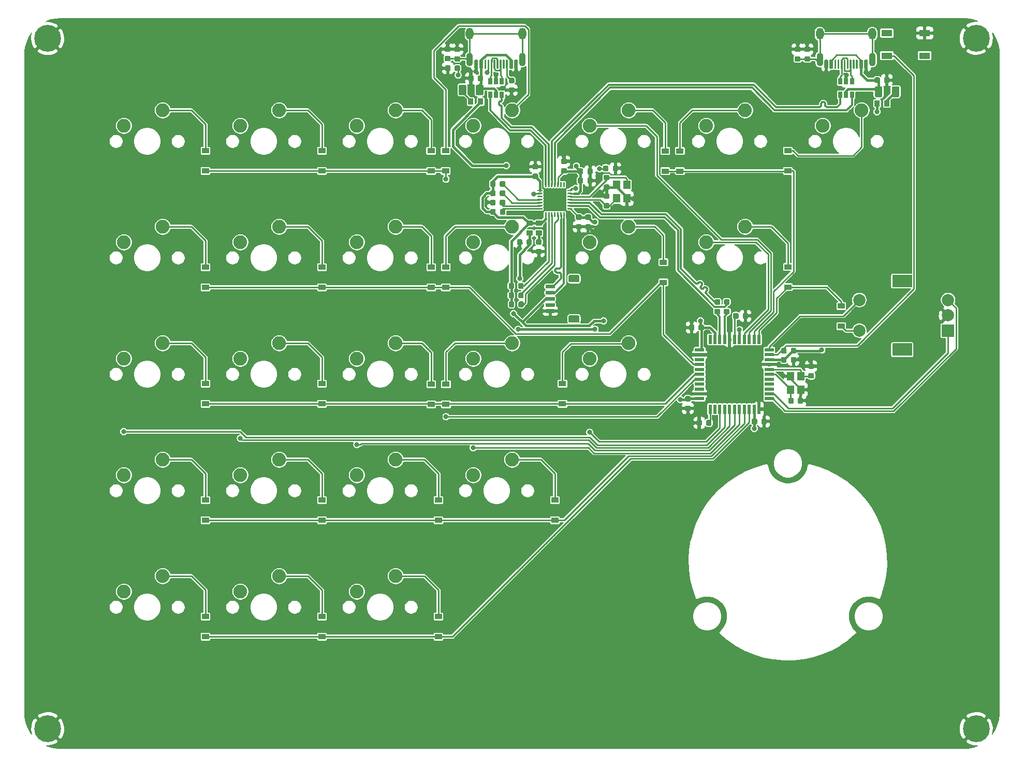
<source format=gbl>
G04 #@! TF.GenerationSoftware,KiCad,Pcbnew,(5.1.5-0-10_14)*
G04 #@! TF.CreationDate,2020-09-15T13:15:10+02:00*
G04 #@! TF.ProjectId,Trigon,54726967-6f6e-42e6-9b69-6361645f7063,rev?*
G04 #@! TF.SameCoordinates,Original*
G04 #@! TF.FileFunction,Copper,L2,Bot*
G04 #@! TF.FilePolarity,Positive*
%FSLAX46Y46*%
G04 Gerber Fmt 4.6, Leading zero omitted, Abs format (unit mm)*
G04 Created by KiCad (PCBNEW (5.1.5-0-10_14)) date 2020-09-15 13:15:10*
%MOMM*%
%LPD*%
G04 APERTURE LIST*
%ADD10R,2.000000X2.000000*%
%ADD11C,2.000000*%
%ADD12R,3.200000X2.000000*%
%ADD13C,4.400000*%
%ADD14C,2.250000*%
%ADD15C,0.100000*%
%ADD16C,0.500000*%
%ADD17R,0.850000X1.000000*%
%ADD18R,0.650000X1.060000*%
%ADD19O,1.100000X2.200000*%
%ADD20O,1.300000X1.900000*%
%ADD21R,1.200000X0.900000*%
%ADD22R,1.200000X1.400000*%
%ADD23R,1.000000X0.850000*%
%ADD24R,1.500000X0.550000*%
%ADD25R,0.550000X1.500000*%
%ADD26R,1.800000X1.100000*%
%ADD27C,0.800000*%
%ADD28C,0.254000*%
%ADD29C,0.381000*%
%ADD30C,0.355600*%
%ADD31C,0.330200*%
%ADD32C,0.152400*%
G04 APERTURE END LIST*
D10*
X163512500Y-63500000D03*
D11*
X163512500Y-61000000D03*
X163512500Y-58500000D03*
D12*
X156012500Y-66600000D03*
X156012500Y-55400000D03*
D11*
X149012500Y-63500000D03*
X149012500Y-58500000D03*
D13*
X16253175Y-15709688D03*
X168121183Y-128615691D03*
X168121183Y-15672849D03*
X16268501Y-128615691D03*
D14*
X111283750Y-27463750D03*
X104933750Y-30003750D03*
X92233750Y-27463750D03*
X85883750Y-30003750D03*
G04 #@! TA.AperFunction,SMDPad,CuDef*
D15*
G36*
X103006505Y-60994204D02*
G01*
X103030773Y-60997804D01*
X103054572Y-61003765D01*
X103077671Y-61012030D01*
X103099850Y-61022520D01*
X103120893Y-61035132D01*
X103140599Y-61049747D01*
X103158777Y-61066223D01*
X103175253Y-61084401D01*
X103189868Y-61104107D01*
X103202480Y-61125150D01*
X103212970Y-61147329D01*
X103221235Y-61170428D01*
X103227196Y-61194227D01*
X103230796Y-61218495D01*
X103232000Y-61242999D01*
X103232000Y-61943001D01*
X103230796Y-61967505D01*
X103227196Y-61991773D01*
X103221235Y-62015572D01*
X103212970Y-62038671D01*
X103202480Y-62060850D01*
X103189868Y-62081893D01*
X103175253Y-62101599D01*
X103158777Y-62119777D01*
X103140599Y-62136253D01*
X103120893Y-62150868D01*
X103099850Y-62163480D01*
X103077671Y-62173970D01*
X103054572Y-62182235D01*
X103030773Y-62188196D01*
X103006505Y-62191796D01*
X102982001Y-62193000D01*
X101681999Y-62193000D01*
X101657495Y-62191796D01*
X101633227Y-62188196D01*
X101609428Y-62182235D01*
X101586329Y-62173970D01*
X101564150Y-62163480D01*
X101543107Y-62150868D01*
X101523401Y-62136253D01*
X101505223Y-62119777D01*
X101488747Y-62101599D01*
X101474132Y-62081893D01*
X101461520Y-62060850D01*
X101451030Y-62038671D01*
X101442765Y-62015572D01*
X101436804Y-61991773D01*
X101433204Y-61967505D01*
X101432000Y-61943001D01*
X101432000Y-61242999D01*
X101433204Y-61218495D01*
X101436804Y-61194227D01*
X101442765Y-61170428D01*
X101451030Y-61147329D01*
X101461520Y-61125150D01*
X101474132Y-61104107D01*
X101488747Y-61084401D01*
X101505223Y-61066223D01*
X101523401Y-61049747D01*
X101543107Y-61035132D01*
X101564150Y-61022520D01*
X101586329Y-61012030D01*
X101609428Y-61003765D01*
X101633227Y-60997804D01*
X101657495Y-60994204D01*
X101681999Y-60993000D01*
X102982001Y-60993000D01*
X103006505Y-60994204D01*
G37*
G04 #@! TD.AperFunction*
G04 #@! TA.AperFunction,SMDPad,CuDef*
G36*
X103006505Y-54394204D02*
G01*
X103030773Y-54397804D01*
X103054572Y-54403765D01*
X103077671Y-54412030D01*
X103099850Y-54422520D01*
X103120893Y-54435132D01*
X103140599Y-54449747D01*
X103158777Y-54466223D01*
X103175253Y-54484401D01*
X103189868Y-54504107D01*
X103202480Y-54525150D01*
X103212970Y-54547329D01*
X103221235Y-54570428D01*
X103227196Y-54594227D01*
X103230796Y-54618495D01*
X103232000Y-54642999D01*
X103232000Y-55343001D01*
X103230796Y-55367505D01*
X103227196Y-55391773D01*
X103221235Y-55415572D01*
X103212970Y-55438671D01*
X103202480Y-55460850D01*
X103189868Y-55481893D01*
X103175253Y-55501599D01*
X103158777Y-55519777D01*
X103140599Y-55536253D01*
X103120893Y-55550868D01*
X103099850Y-55563480D01*
X103077671Y-55573970D01*
X103054572Y-55582235D01*
X103030773Y-55588196D01*
X103006505Y-55591796D01*
X102982001Y-55593000D01*
X101681999Y-55593000D01*
X101657495Y-55591796D01*
X101633227Y-55588196D01*
X101609428Y-55582235D01*
X101586329Y-55573970D01*
X101564150Y-55563480D01*
X101543107Y-55550868D01*
X101523401Y-55536253D01*
X101505223Y-55519777D01*
X101488747Y-55501599D01*
X101474132Y-55481893D01*
X101461520Y-55460850D01*
X101451030Y-55438671D01*
X101442765Y-55415572D01*
X101436804Y-55391773D01*
X101433204Y-55367505D01*
X101432000Y-55343001D01*
X101432000Y-54642999D01*
X101433204Y-54618495D01*
X101436804Y-54594227D01*
X101442765Y-54570428D01*
X101451030Y-54547329D01*
X101461520Y-54525150D01*
X101474132Y-54504107D01*
X101488747Y-54484401D01*
X101505223Y-54466223D01*
X101523401Y-54449747D01*
X101543107Y-54435132D01*
X101564150Y-54422520D01*
X101586329Y-54412030D01*
X101609428Y-54403765D01*
X101633227Y-54397804D01*
X101657495Y-54394204D01*
X101681999Y-54393000D01*
X102982001Y-54393000D01*
X103006505Y-54394204D01*
G37*
G04 #@! TD.AperFunction*
G04 #@! TA.AperFunction,SMDPad,CuDef*
G36*
X99096703Y-59993722D02*
G01*
X99111264Y-59995882D01*
X99125543Y-59999459D01*
X99139403Y-60004418D01*
X99152710Y-60010712D01*
X99165336Y-60018280D01*
X99177159Y-60027048D01*
X99188066Y-60036934D01*
X99197952Y-60047841D01*
X99206720Y-60059664D01*
X99214288Y-60072290D01*
X99220582Y-60085597D01*
X99225541Y-60099457D01*
X99229118Y-60113736D01*
X99231278Y-60128297D01*
X99232000Y-60143000D01*
X99232000Y-60443000D01*
X99231278Y-60457703D01*
X99229118Y-60472264D01*
X99225541Y-60486543D01*
X99220582Y-60500403D01*
X99214288Y-60513710D01*
X99206720Y-60526336D01*
X99197952Y-60538159D01*
X99188066Y-60549066D01*
X99177159Y-60558952D01*
X99165336Y-60567720D01*
X99152710Y-60575288D01*
X99139403Y-60581582D01*
X99125543Y-60586541D01*
X99111264Y-60590118D01*
X99096703Y-60592278D01*
X99082000Y-60593000D01*
X97832000Y-60593000D01*
X97817297Y-60592278D01*
X97802736Y-60590118D01*
X97788457Y-60586541D01*
X97774597Y-60581582D01*
X97761290Y-60575288D01*
X97748664Y-60567720D01*
X97736841Y-60558952D01*
X97725934Y-60549066D01*
X97716048Y-60538159D01*
X97707280Y-60526336D01*
X97699712Y-60513710D01*
X97693418Y-60500403D01*
X97688459Y-60486543D01*
X97684882Y-60472264D01*
X97682722Y-60457703D01*
X97682000Y-60443000D01*
X97682000Y-60143000D01*
X97682722Y-60128297D01*
X97684882Y-60113736D01*
X97688459Y-60099457D01*
X97693418Y-60085597D01*
X97699712Y-60072290D01*
X97707280Y-60059664D01*
X97716048Y-60047841D01*
X97725934Y-60036934D01*
X97736841Y-60027048D01*
X97748664Y-60018280D01*
X97761290Y-60010712D01*
X97774597Y-60004418D01*
X97788457Y-59999459D01*
X97802736Y-59995882D01*
X97817297Y-59993722D01*
X97832000Y-59993000D01*
X99082000Y-59993000D01*
X99096703Y-59993722D01*
G37*
G04 #@! TD.AperFunction*
G04 #@! TA.AperFunction,SMDPad,CuDef*
G36*
X99096703Y-58993722D02*
G01*
X99111264Y-58995882D01*
X99125543Y-58999459D01*
X99139403Y-59004418D01*
X99152710Y-59010712D01*
X99165336Y-59018280D01*
X99177159Y-59027048D01*
X99188066Y-59036934D01*
X99197952Y-59047841D01*
X99206720Y-59059664D01*
X99214288Y-59072290D01*
X99220582Y-59085597D01*
X99225541Y-59099457D01*
X99229118Y-59113736D01*
X99231278Y-59128297D01*
X99232000Y-59143000D01*
X99232000Y-59443000D01*
X99231278Y-59457703D01*
X99229118Y-59472264D01*
X99225541Y-59486543D01*
X99220582Y-59500403D01*
X99214288Y-59513710D01*
X99206720Y-59526336D01*
X99197952Y-59538159D01*
X99188066Y-59549066D01*
X99177159Y-59558952D01*
X99165336Y-59567720D01*
X99152710Y-59575288D01*
X99139403Y-59581582D01*
X99125543Y-59586541D01*
X99111264Y-59590118D01*
X99096703Y-59592278D01*
X99082000Y-59593000D01*
X97832000Y-59593000D01*
X97817297Y-59592278D01*
X97802736Y-59590118D01*
X97788457Y-59586541D01*
X97774597Y-59581582D01*
X97761290Y-59575288D01*
X97748664Y-59567720D01*
X97736841Y-59558952D01*
X97725934Y-59549066D01*
X97716048Y-59538159D01*
X97707280Y-59526336D01*
X97699712Y-59513710D01*
X97693418Y-59500403D01*
X97688459Y-59486543D01*
X97684882Y-59472264D01*
X97682722Y-59457703D01*
X97682000Y-59443000D01*
X97682000Y-59143000D01*
X97682722Y-59128297D01*
X97684882Y-59113736D01*
X97688459Y-59099457D01*
X97693418Y-59085597D01*
X97699712Y-59072290D01*
X97707280Y-59059664D01*
X97716048Y-59047841D01*
X97725934Y-59036934D01*
X97736841Y-59027048D01*
X97748664Y-59018280D01*
X97761290Y-59010712D01*
X97774597Y-59004418D01*
X97788457Y-58999459D01*
X97802736Y-58995882D01*
X97817297Y-58993722D01*
X97832000Y-58993000D01*
X99082000Y-58993000D01*
X99096703Y-58993722D01*
G37*
G04 #@! TD.AperFunction*
G04 #@! TA.AperFunction,SMDPad,CuDef*
G36*
X99096703Y-57993722D02*
G01*
X99111264Y-57995882D01*
X99125543Y-57999459D01*
X99139403Y-58004418D01*
X99152710Y-58010712D01*
X99165336Y-58018280D01*
X99177159Y-58027048D01*
X99188066Y-58036934D01*
X99197952Y-58047841D01*
X99206720Y-58059664D01*
X99214288Y-58072290D01*
X99220582Y-58085597D01*
X99225541Y-58099457D01*
X99229118Y-58113736D01*
X99231278Y-58128297D01*
X99232000Y-58143000D01*
X99232000Y-58443000D01*
X99231278Y-58457703D01*
X99229118Y-58472264D01*
X99225541Y-58486543D01*
X99220582Y-58500403D01*
X99214288Y-58513710D01*
X99206720Y-58526336D01*
X99197952Y-58538159D01*
X99188066Y-58549066D01*
X99177159Y-58558952D01*
X99165336Y-58567720D01*
X99152710Y-58575288D01*
X99139403Y-58581582D01*
X99125543Y-58586541D01*
X99111264Y-58590118D01*
X99096703Y-58592278D01*
X99082000Y-58593000D01*
X97832000Y-58593000D01*
X97817297Y-58592278D01*
X97802736Y-58590118D01*
X97788457Y-58586541D01*
X97774597Y-58581582D01*
X97761290Y-58575288D01*
X97748664Y-58567720D01*
X97736841Y-58558952D01*
X97725934Y-58549066D01*
X97716048Y-58538159D01*
X97707280Y-58526336D01*
X97699712Y-58513710D01*
X97693418Y-58500403D01*
X97688459Y-58486543D01*
X97684882Y-58472264D01*
X97682722Y-58457703D01*
X97682000Y-58443000D01*
X97682000Y-58143000D01*
X97682722Y-58128297D01*
X97684882Y-58113736D01*
X97688459Y-58099457D01*
X97693418Y-58085597D01*
X97699712Y-58072290D01*
X97707280Y-58059664D01*
X97716048Y-58047841D01*
X97725934Y-58036934D01*
X97736841Y-58027048D01*
X97748664Y-58018280D01*
X97761290Y-58010712D01*
X97774597Y-58004418D01*
X97788457Y-57999459D01*
X97802736Y-57995882D01*
X97817297Y-57993722D01*
X97832000Y-57993000D01*
X99082000Y-57993000D01*
X99096703Y-57993722D01*
G37*
G04 #@! TD.AperFunction*
G04 #@! TA.AperFunction,SMDPad,CuDef*
G36*
X99096703Y-56993722D02*
G01*
X99111264Y-56995882D01*
X99125543Y-56999459D01*
X99139403Y-57004418D01*
X99152710Y-57010712D01*
X99165336Y-57018280D01*
X99177159Y-57027048D01*
X99188066Y-57036934D01*
X99197952Y-57047841D01*
X99206720Y-57059664D01*
X99214288Y-57072290D01*
X99220582Y-57085597D01*
X99225541Y-57099457D01*
X99229118Y-57113736D01*
X99231278Y-57128297D01*
X99232000Y-57143000D01*
X99232000Y-57443000D01*
X99231278Y-57457703D01*
X99229118Y-57472264D01*
X99225541Y-57486543D01*
X99220582Y-57500403D01*
X99214288Y-57513710D01*
X99206720Y-57526336D01*
X99197952Y-57538159D01*
X99188066Y-57549066D01*
X99177159Y-57558952D01*
X99165336Y-57567720D01*
X99152710Y-57575288D01*
X99139403Y-57581582D01*
X99125543Y-57586541D01*
X99111264Y-57590118D01*
X99096703Y-57592278D01*
X99082000Y-57593000D01*
X97832000Y-57593000D01*
X97817297Y-57592278D01*
X97802736Y-57590118D01*
X97788457Y-57586541D01*
X97774597Y-57581582D01*
X97761290Y-57575288D01*
X97748664Y-57567720D01*
X97736841Y-57558952D01*
X97725934Y-57549066D01*
X97716048Y-57538159D01*
X97707280Y-57526336D01*
X97699712Y-57513710D01*
X97693418Y-57500403D01*
X97688459Y-57486543D01*
X97684882Y-57472264D01*
X97682722Y-57457703D01*
X97682000Y-57443000D01*
X97682000Y-57143000D01*
X97682722Y-57128297D01*
X97684882Y-57113736D01*
X97688459Y-57099457D01*
X97693418Y-57085597D01*
X97699712Y-57072290D01*
X97707280Y-57059664D01*
X97716048Y-57047841D01*
X97725934Y-57036934D01*
X97736841Y-57027048D01*
X97748664Y-57018280D01*
X97761290Y-57010712D01*
X97774597Y-57004418D01*
X97788457Y-56999459D01*
X97802736Y-56995882D01*
X97817297Y-56993722D01*
X97832000Y-56993000D01*
X99082000Y-56993000D01*
X99096703Y-56993722D01*
G37*
G04 #@! TD.AperFunction*
G04 #@! TA.AperFunction,SMDPad,CuDef*
G36*
X99096703Y-55993722D02*
G01*
X99111264Y-55995882D01*
X99125543Y-55999459D01*
X99139403Y-56004418D01*
X99152710Y-56010712D01*
X99165336Y-56018280D01*
X99177159Y-56027048D01*
X99188066Y-56036934D01*
X99197952Y-56047841D01*
X99206720Y-56059664D01*
X99214288Y-56072290D01*
X99220582Y-56085597D01*
X99225541Y-56099457D01*
X99229118Y-56113736D01*
X99231278Y-56128297D01*
X99232000Y-56143000D01*
X99232000Y-56443000D01*
X99231278Y-56457703D01*
X99229118Y-56472264D01*
X99225541Y-56486543D01*
X99220582Y-56500403D01*
X99214288Y-56513710D01*
X99206720Y-56526336D01*
X99197952Y-56538159D01*
X99188066Y-56549066D01*
X99177159Y-56558952D01*
X99165336Y-56567720D01*
X99152710Y-56575288D01*
X99139403Y-56581582D01*
X99125543Y-56586541D01*
X99111264Y-56590118D01*
X99096703Y-56592278D01*
X99082000Y-56593000D01*
X97832000Y-56593000D01*
X97817297Y-56592278D01*
X97802736Y-56590118D01*
X97788457Y-56586541D01*
X97774597Y-56581582D01*
X97761290Y-56575288D01*
X97748664Y-56567720D01*
X97736841Y-56558952D01*
X97725934Y-56549066D01*
X97716048Y-56538159D01*
X97707280Y-56526336D01*
X97699712Y-56513710D01*
X97693418Y-56500403D01*
X97688459Y-56486543D01*
X97684882Y-56472264D01*
X97682722Y-56457703D01*
X97682000Y-56443000D01*
X97682000Y-56143000D01*
X97682722Y-56128297D01*
X97684882Y-56113736D01*
X97688459Y-56099457D01*
X97693418Y-56085597D01*
X97699712Y-56072290D01*
X97707280Y-56059664D01*
X97716048Y-56047841D01*
X97725934Y-56036934D01*
X97736841Y-56027048D01*
X97748664Y-56018280D01*
X97761290Y-56010712D01*
X97774597Y-56004418D01*
X97788457Y-55999459D01*
X97802736Y-55995882D01*
X97817297Y-55993722D01*
X97832000Y-55993000D01*
X99082000Y-55993000D01*
X99096703Y-55993722D01*
G37*
G04 #@! TD.AperFunction*
G04 #@! TA.AperFunction,SMDPad,CuDef*
G36*
X97112376Y-40444051D02*
G01*
X97118443Y-40444951D01*
X97124393Y-40446441D01*
X97130168Y-40448508D01*
X97135712Y-40451130D01*
X97140973Y-40454283D01*
X97145900Y-40457937D01*
X97150444Y-40462056D01*
X97154563Y-40466600D01*
X97158217Y-40471527D01*
X97161370Y-40476788D01*
X97163992Y-40482332D01*
X97166059Y-40488107D01*
X97167549Y-40494057D01*
X97168449Y-40500124D01*
X97168750Y-40506250D01*
X97168750Y-40631250D01*
X97168449Y-40637376D01*
X97167549Y-40643443D01*
X97166059Y-40649393D01*
X97163992Y-40655168D01*
X97161370Y-40660712D01*
X97158217Y-40665973D01*
X97154563Y-40670900D01*
X97150444Y-40675444D01*
X97145900Y-40679563D01*
X97140973Y-40683217D01*
X97135712Y-40686370D01*
X97130168Y-40688992D01*
X97124393Y-40691059D01*
X97118443Y-40692549D01*
X97112376Y-40693449D01*
X97106250Y-40693750D01*
X96431250Y-40693750D01*
X96425124Y-40693449D01*
X96419057Y-40692549D01*
X96413107Y-40691059D01*
X96407332Y-40688992D01*
X96401788Y-40686370D01*
X96396527Y-40683217D01*
X96391600Y-40679563D01*
X96387056Y-40675444D01*
X96382937Y-40670900D01*
X96379283Y-40665973D01*
X96376130Y-40660712D01*
X96373508Y-40655168D01*
X96371441Y-40649393D01*
X96369951Y-40643443D01*
X96369051Y-40637376D01*
X96368750Y-40631250D01*
X96368750Y-40506250D01*
X96369051Y-40500124D01*
X96369951Y-40494057D01*
X96371441Y-40488107D01*
X96373508Y-40482332D01*
X96376130Y-40476788D01*
X96379283Y-40471527D01*
X96382937Y-40466600D01*
X96387056Y-40462056D01*
X96391600Y-40457937D01*
X96396527Y-40454283D01*
X96401788Y-40451130D01*
X96407332Y-40448508D01*
X96413107Y-40446441D01*
X96419057Y-40444951D01*
X96425124Y-40444051D01*
X96431250Y-40443750D01*
X97106250Y-40443750D01*
X97112376Y-40444051D01*
G37*
G04 #@! TD.AperFunction*
G04 #@! TA.AperFunction,SMDPad,CuDef*
G36*
X97112376Y-40944051D02*
G01*
X97118443Y-40944951D01*
X97124393Y-40946441D01*
X97130168Y-40948508D01*
X97135712Y-40951130D01*
X97140973Y-40954283D01*
X97145900Y-40957937D01*
X97150444Y-40962056D01*
X97154563Y-40966600D01*
X97158217Y-40971527D01*
X97161370Y-40976788D01*
X97163992Y-40982332D01*
X97166059Y-40988107D01*
X97167549Y-40994057D01*
X97168449Y-41000124D01*
X97168750Y-41006250D01*
X97168750Y-41131250D01*
X97168449Y-41137376D01*
X97167549Y-41143443D01*
X97166059Y-41149393D01*
X97163992Y-41155168D01*
X97161370Y-41160712D01*
X97158217Y-41165973D01*
X97154563Y-41170900D01*
X97150444Y-41175444D01*
X97145900Y-41179563D01*
X97140973Y-41183217D01*
X97135712Y-41186370D01*
X97130168Y-41188992D01*
X97124393Y-41191059D01*
X97118443Y-41192549D01*
X97112376Y-41193449D01*
X97106250Y-41193750D01*
X96431250Y-41193750D01*
X96425124Y-41193449D01*
X96419057Y-41192549D01*
X96413107Y-41191059D01*
X96407332Y-41188992D01*
X96401788Y-41186370D01*
X96396527Y-41183217D01*
X96391600Y-41179563D01*
X96387056Y-41175444D01*
X96382937Y-41170900D01*
X96379283Y-41165973D01*
X96376130Y-41160712D01*
X96373508Y-41155168D01*
X96371441Y-41149393D01*
X96369951Y-41143443D01*
X96369051Y-41137376D01*
X96368750Y-41131250D01*
X96368750Y-41006250D01*
X96369051Y-41000124D01*
X96369951Y-40994057D01*
X96371441Y-40988107D01*
X96373508Y-40982332D01*
X96376130Y-40976788D01*
X96379283Y-40971527D01*
X96382937Y-40966600D01*
X96387056Y-40962056D01*
X96391600Y-40957937D01*
X96396527Y-40954283D01*
X96401788Y-40951130D01*
X96407332Y-40948508D01*
X96413107Y-40946441D01*
X96419057Y-40944951D01*
X96425124Y-40944051D01*
X96431250Y-40943750D01*
X97106250Y-40943750D01*
X97112376Y-40944051D01*
G37*
G04 #@! TD.AperFunction*
G04 #@! TA.AperFunction,SMDPad,CuDef*
G36*
X97112376Y-41444051D02*
G01*
X97118443Y-41444951D01*
X97124393Y-41446441D01*
X97130168Y-41448508D01*
X97135712Y-41451130D01*
X97140973Y-41454283D01*
X97145900Y-41457937D01*
X97150444Y-41462056D01*
X97154563Y-41466600D01*
X97158217Y-41471527D01*
X97161370Y-41476788D01*
X97163992Y-41482332D01*
X97166059Y-41488107D01*
X97167549Y-41494057D01*
X97168449Y-41500124D01*
X97168750Y-41506250D01*
X97168750Y-41631250D01*
X97168449Y-41637376D01*
X97167549Y-41643443D01*
X97166059Y-41649393D01*
X97163992Y-41655168D01*
X97161370Y-41660712D01*
X97158217Y-41665973D01*
X97154563Y-41670900D01*
X97150444Y-41675444D01*
X97145900Y-41679563D01*
X97140973Y-41683217D01*
X97135712Y-41686370D01*
X97130168Y-41688992D01*
X97124393Y-41691059D01*
X97118443Y-41692549D01*
X97112376Y-41693449D01*
X97106250Y-41693750D01*
X96431250Y-41693750D01*
X96425124Y-41693449D01*
X96419057Y-41692549D01*
X96413107Y-41691059D01*
X96407332Y-41688992D01*
X96401788Y-41686370D01*
X96396527Y-41683217D01*
X96391600Y-41679563D01*
X96387056Y-41675444D01*
X96382937Y-41670900D01*
X96379283Y-41665973D01*
X96376130Y-41660712D01*
X96373508Y-41655168D01*
X96371441Y-41649393D01*
X96369951Y-41643443D01*
X96369051Y-41637376D01*
X96368750Y-41631250D01*
X96368750Y-41506250D01*
X96369051Y-41500124D01*
X96369951Y-41494057D01*
X96371441Y-41488107D01*
X96373508Y-41482332D01*
X96376130Y-41476788D01*
X96379283Y-41471527D01*
X96382937Y-41466600D01*
X96387056Y-41462056D01*
X96391600Y-41457937D01*
X96396527Y-41454283D01*
X96401788Y-41451130D01*
X96407332Y-41448508D01*
X96413107Y-41446441D01*
X96419057Y-41444951D01*
X96425124Y-41444051D01*
X96431250Y-41443750D01*
X97106250Y-41443750D01*
X97112376Y-41444051D01*
G37*
G04 #@! TD.AperFunction*
G04 #@! TA.AperFunction,SMDPad,CuDef*
G36*
X97112376Y-41944051D02*
G01*
X97118443Y-41944951D01*
X97124393Y-41946441D01*
X97130168Y-41948508D01*
X97135712Y-41951130D01*
X97140973Y-41954283D01*
X97145900Y-41957937D01*
X97150444Y-41962056D01*
X97154563Y-41966600D01*
X97158217Y-41971527D01*
X97161370Y-41976788D01*
X97163992Y-41982332D01*
X97166059Y-41988107D01*
X97167549Y-41994057D01*
X97168449Y-42000124D01*
X97168750Y-42006250D01*
X97168750Y-42131250D01*
X97168449Y-42137376D01*
X97167549Y-42143443D01*
X97166059Y-42149393D01*
X97163992Y-42155168D01*
X97161370Y-42160712D01*
X97158217Y-42165973D01*
X97154563Y-42170900D01*
X97150444Y-42175444D01*
X97145900Y-42179563D01*
X97140973Y-42183217D01*
X97135712Y-42186370D01*
X97130168Y-42188992D01*
X97124393Y-42191059D01*
X97118443Y-42192549D01*
X97112376Y-42193449D01*
X97106250Y-42193750D01*
X96431250Y-42193750D01*
X96425124Y-42193449D01*
X96419057Y-42192549D01*
X96413107Y-42191059D01*
X96407332Y-42188992D01*
X96401788Y-42186370D01*
X96396527Y-42183217D01*
X96391600Y-42179563D01*
X96387056Y-42175444D01*
X96382937Y-42170900D01*
X96379283Y-42165973D01*
X96376130Y-42160712D01*
X96373508Y-42155168D01*
X96371441Y-42149393D01*
X96369951Y-42143443D01*
X96369051Y-42137376D01*
X96368750Y-42131250D01*
X96368750Y-42006250D01*
X96369051Y-42000124D01*
X96369951Y-41994057D01*
X96371441Y-41988107D01*
X96373508Y-41982332D01*
X96376130Y-41976788D01*
X96379283Y-41971527D01*
X96382937Y-41966600D01*
X96387056Y-41962056D01*
X96391600Y-41957937D01*
X96396527Y-41954283D01*
X96401788Y-41951130D01*
X96407332Y-41948508D01*
X96413107Y-41946441D01*
X96419057Y-41944951D01*
X96425124Y-41944051D01*
X96431250Y-41943750D01*
X97106250Y-41943750D01*
X97112376Y-41944051D01*
G37*
G04 #@! TD.AperFunction*
G04 #@! TA.AperFunction,SMDPad,CuDef*
G36*
X97112376Y-42444051D02*
G01*
X97118443Y-42444951D01*
X97124393Y-42446441D01*
X97130168Y-42448508D01*
X97135712Y-42451130D01*
X97140973Y-42454283D01*
X97145900Y-42457937D01*
X97150444Y-42462056D01*
X97154563Y-42466600D01*
X97158217Y-42471527D01*
X97161370Y-42476788D01*
X97163992Y-42482332D01*
X97166059Y-42488107D01*
X97167549Y-42494057D01*
X97168449Y-42500124D01*
X97168750Y-42506250D01*
X97168750Y-42631250D01*
X97168449Y-42637376D01*
X97167549Y-42643443D01*
X97166059Y-42649393D01*
X97163992Y-42655168D01*
X97161370Y-42660712D01*
X97158217Y-42665973D01*
X97154563Y-42670900D01*
X97150444Y-42675444D01*
X97145900Y-42679563D01*
X97140973Y-42683217D01*
X97135712Y-42686370D01*
X97130168Y-42688992D01*
X97124393Y-42691059D01*
X97118443Y-42692549D01*
X97112376Y-42693449D01*
X97106250Y-42693750D01*
X96431250Y-42693750D01*
X96425124Y-42693449D01*
X96419057Y-42692549D01*
X96413107Y-42691059D01*
X96407332Y-42688992D01*
X96401788Y-42686370D01*
X96396527Y-42683217D01*
X96391600Y-42679563D01*
X96387056Y-42675444D01*
X96382937Y-42670900D01*
X96379283Y-42665973D01*
X96376130Y-42660712D01*
X96373508Y-42655168D01*
X96371441Y-42649393D01*
X96369951Y-42643443D01*
X96369051Y-42637376D01*
X96368750Y-42631250D01*
X96368750Y-42506250D01*
X96369051Y-42500124D01*
X96369951Y-42494057D01*
X96371441Y-42488107D01*
X96373508Y-42482332D01*
X96376130Y-42476788D01*
X96379283Y-42471527D01*
X96382937Y-42466600D01*
X96387056Y-42462056D01*
X96391600Y-42457937D01*
X96396527Y-42454283D01*
X96401788Y-42451130D01*
X96407332Y-42448508D01*
X96413107Y-42446441D01*
X96419057Y-42444951D01*
X96425124Y-42444051D01*
X96431250Y-42443750D01*
X97106250Y-42443750D01*
X97112376Y-42444051D01*
G37*
G04 #@! TD.AperFunction*
G04 #@! TA.AperFunction,SMDPad,CuDef*
G36*
X97112376Y-42944051D02*
G01*
X97118443Y-42944951D01*
X97124393Y-42946441D01*
X97130168Y-42948508D01*
X97135712Y-42951130D01*
X97140973Y-42954283D01*
X97145900Y-42957937D01*
X97150444Y-42962056D01*
X97154563Y-42966600D01*
X97158217Y-42971527D01*
X97161370Y-42976788D01*
X97163992Y-42982332D01*
X97166059Y-42988107D01*
X97167549Y-42994057D01*
X97168449Y-43000124D01*
X97168750Y-43006250D01*
X97168750Y-43131250D01*
X97168449Y-43137376D01*
X97167549Y-43143443D01*
X97166059Y-43149393D01*
X97163992Y-43155168D01*
X97161370Y-43160712D01*
X97158217Y-43165973D01*
X97154563Y-43170900D01*
X97150444Y-43175444D01*
X97145900Y-43179563D01*
X97140973Y-43183217D01*
X97135712Y-43186370D01*
X97130168Y-43188992D01*
X97124393Y-43191059D01*
X97118443Y-43192549D01*
X97112376Y-43193449D01*
X97106250Y-43193750D01*
X96431250Y-43193750D01*
X96425124Y-43193449D01*
X96419057Y-43192549D01*
X96413107Y-43191059D01*
X96407332Y-43188992D01*
X96401788Y-43186370D01*
X96396527Y-43183217D01*
X96391600Y-43179563D01*
X96387056Y-43175444D01*
X96382937Y-43170900D01*
X96379283Y-43165973D01*
X96376130Y-43160712D01*
X96373508Y-43155168D01*
X96371441Y-43149393D01*
X96369951Y-43143443D01*
X96369051Y-43137376D01*
X96368750Y-43131250D01*
X96368750Y-43006250D01*
X96369051Y-43000124D01*
X96369951Y-42994057D01*
X96371441Y-42988107D01*
X96373508Y-42982332D01*
X96376130Y-42976788D01*
X96379283Y-42971527D01*
X96382937Y-42966600D01*
X96387056Y-42962056D01*
X96391600Y-42957937D01*
X96396527Y-42954283D01*
X96401788Y-42951130D01*
X96407332Y-42948508D01*
X96413107Y-42946441D01*
X96419057Y-42944951D01*
X96425124Y-42944051D01*
X96431250Y-42943750D01*
X97106250Y-42943750D01*
X97112376Y-42944051D01*
G37*
G04 #@! TD.AperFunction*
G04 #@! TA.AperFunction,SMDPad,CuDef*
G36*
X97112376Y-43444051D02*
G01*
X97118443Y-43444951D01*
X97124393Y-43446441D01*
X97130168Y-43448508D01*
X97135712Y-43451130D01*
X97140973Y-43454283D01*
X97145900Y-43457937D01*
X97150444Y-43462056D01*
X97154563Y-43466600D01*
X97158217Y-43471527D01*
X97161370Y-43476788D01*
X97163992Y-43482332D01*
X97166059Y-43488107D01*
X97167549Y-43494057D01*
X97168449Y-43500124D01*
X97168750Y-43506250D01*
X97168750Y-43631250D01*
X97168449Y-43637376D01*
X97167549Y-43643443D01*
X97166059Y-43649393D01*
X97163992Y-43655168D01*
X97161370Y-43660712D01*
X97158217Y-43665973D01*
X97154563Y-43670900D01*
X97150444Y-43675444D01*
X97145900Y-43679563D01*
X97140973Y-43683217D01*
X97135712Y-43686370D01*
X97130168Y-43688992D01*
X97124393Y-43691059D01*
X97118443Y-43692549D01*
X97112376Y-43693449D01*
X97106250Y-43693750D01*
X96431250Y-43693750D01*
X96425124Y-43693449D01*
X96419057Y-43692549D01*
X96413107Y-43691059D01*
X96407332Y-43688992D01*
X96401788Y-43686370D01*
X96396527Y-43683217D01*
X96391600Y-43679563D01*
X96387056Y-43675444D01*
X96382937Y-43670900D01*
X96379283Y-43665973D01*
X96376130Y-43660712D01*
X96373508Y-43655168D01*
X96371441Y-43649393D01*
X96369951Y-43643443D01*
X96369051Y-43637376D01*
X96368750Y-43631250D01*
X96368750Y-43506250D01*
X96369051Y-43500124D01*
X96369951Y-43494057D01*
X96371441Y-43488107D01*
X96373508Y-43482332D01*
X96376130Y-43476788D01*
X96379283Y-43471527D01*
X96382937Y-43466600D01*
X96387056Y-43462056D01*
X96391600Y-43457937D01*
X96396527Y-43454283D01*
X96401788Y-43451130D01*
X96407332Y-43448508D01*
X96413107Y-43446441D01*
X96419057Y-43444951D01*
X96425124Y-43444051D01*
X96431250Y-43443750D01*
X97106250Y-43443750D01*
X97112376Y-43444051D01*
G37*
G04 #@! TD.AperFunction*
G04 #@! TA.AperFunction,SMDPad,CuDef*
G36*
X97787376Y-44119051D02*
G01*
X97793443Y-44119951D01*
X97799393Y-44121441D01*
X97805168Y-44123508D01*
X97810712Y-44126130D01*
X97815973Y-44129283D01*
X97820900Y-44132937D01*
X97825444Y-44137056D01*
X97829563Y-44141600D01*
X97833217Y-44146527D01*
X97836370Y-44151788D01*
X97838992Y-44157332D01*
X97841059Y-44163107D01*
X97842549Y-44169057D01*
X97843449Y-44175124D01*
X97843750Y-44181250D01*
X97843750Y-44856250D01*
X97843449Y-44862376D01*
X97842549Y-44868443D01*
X97841059Y-44874393D01*
X97838992Y-44880168D01*
X97836370Y-44885712D01*
X97833217Y-44890973D01*
X97829563Y-44895900D01*
X97825444Y-44900444D01*
X97820900Y-44904563D01*
X97815973Y-44908217D01*
X97810712Y-44911370D01*
X97805168Y-44913992D01*
X97799393Y-44916059D01*
X97793443Y-44917549D01*
X97787376Y-44918449D01*
X97781250Y-44918750D01*
X97656250Y-44918750D01*
X97650124Y-44918449D01*
X97644057Y-44917549D01*
X97638107Y-44916059D01*
X97632332Y-44913992D01*
X97626788Y-44911370D01*
X97621527Y-44908217D01*
X97616600Y-44904563D01*
X97612056Y-44900444D01*
X97607937Y-44895900D01*
X97604283Y-44890973D01*
X97601130Y-44885712D01*
X97598508Y-44880168D01*
X97596441Y-44874393D01*
X97594951Y-44868443D01*
X97594051Y-44862376D01*
X97593750Y-44856250D01*
X97593750Y-44181250D01*
X97594051Y-44175124D01*
X97594951Y-44169057D01*
X97596441Y-44163107D01*
X97598508Y-44157332D01*
X97601130Y-44151788D01*
X97604283Y-44146527D01*
X97607937Y-44141600D01*
X97612056Y-44137056D01*
X97616600Y-44132937D01*
X97621527Y-44129283D01*
X97626788Y-44126130D01*
X97632332Y-44123508D01*
X97638107Y-44121441D01*
X97644057Y-44119951D01*
X97650124Y-44119051D01*
X97656250Y-44118750D01*
X97781250Y-44118750D01*
X97787376Y-44119051D01*
G37*
G04 #@! TD.AperFunction*
G04 #@! TA.AperFunction,SMDPad,CuDef*
G36*
X98287376Y-44119051D02*
G01*
X98293443Y-44119951D01*
X98299393Y-44121441D01*
X98305168Y-44123508D01*
X98310712Y-44126130D01*
X98315973Y-44129283D01*
X98320900Y-44132937D01*
X98325444Y-44137056D01*
X98329563Y-44141600D01*
X98333217Y-44146527D01*
X98336370Y-44151788D01*
X98338992Y-44157332D01*
X98341059Y-44163107D01*
X98342549Y-44169057D01*
X98343449Y-44175124D01*
X98343750Y-44181250D01*
X98343750Y-44856250D01*
X98343449Y-44862376D01*
X98342549Y-44868443D01*
X98341059Y-44874393D01*
X98338992Y-44880168D01*
X98336370Y-44885712D01*
X98333217Y-44890973D01*
X98329563Y-44895900D01*
X98325444Y-44900444D01*
X98320900Y-44904563D01*
X98315973Y-44908217D01*
X98310712Y-44911370D01*
X98305168Y-44913992D01*
X98299393Y-44916059D01*
X98293443Y-44917549D01*
X98287376Y-44918449D01*
X98281250Y-44918750D01*
X98156250Y-44918750D01*
X98150124Y-44918449D01*
X98144057Y-44917549D01*
X98138107Y-44916059D01*
X98132332Y-44913992D01*
X98126788Y-44911370D01*
X98121527Y-44908217D01*
X98116600Y-44904563D01*
X98112056Y-44900444D01*
X98107937Y-44895900D01*
X98104283Y-44890973D01*
X98101130Y-44885712D01*
X98098508Y-44880168D01*
X98096441Y-44874393D01*
X98094951Y-44868443D01*
X98094051Y-44862376D01*
X98093750Y-44856250D01*
X98093750Y-44181250D01*
X98094051Y-44175124D01*
X98094951Y-44169057D01*
X98096441Y-44163107D01*
X98098508Y-44157332D01*
X98101130Y-44151788D01*
X98104283Y-44146527D01*
X98107937Y-44141600D01*
X98112056Y-44137056D01*
X98116600Y-44132937D01*
X98121527Y-44129283D01*
X98126788Y-44126130D01*
X98132332Y-44123508D01*
X98138107Y-44121441D01*
X98144057Y-44119951D01*
X98150124Y-44119051D01*
X98156250Y-44118750D01*
X98281250Y-44118750D01*
X98287376Y-44119051D01*
G37*
G04 #@! TD.AperFunction*
G04 #@! TA.AperFunction,SMDPad,CuDef*
G36*
X98787376Y-44119051D02*
G01*
X98793443Y-44119951D01*
X98799393Y-44121441D01*
X98805168Y-44123508D01*
X98810712Y-44126130D01*
X98815973Y-44129283D01*
X98820900Y-44132937D01*
X98825444Y-44137056D01*
X98829563Y-44141600D01*
X98833217Y-44146527D01*
X98836370Y-44151788D01*
X98838992Y-44157332D01*
X98841059Y-44163107D01*
X98842549Y-44169057D01*
X98843449Y-44175124D01*
X98843750Y-44181250D01*
X98843750Y-44856250D01*
X98843449Y-44862376D01*
X98842549Y-44868443D01*
X98841059Y-44874393D01*
X98838992Y-44880168D01*
X98836370Y-44885712D01*
X98833217Y-44890973D01*
X98829563Y-44895900D01*
X98825444Y-44900444D01*
X98820900Y-44904563D01*
X98815973Y-44908217D01*
X98810712Y-44911370D01*
X98805168Y-44913992D01*
X98799393Y-44916059D01*
X98793443Y-44917549D01*
X98787376Y-44918449D01*
X98781250Y-44918750D01*
X98656250Y-44918750D01*
X98650124Y-44918449D01*
X98644057Y-44917549D01*
X98638107Y-44916059D01*
X98632332Y-44913992D01*
X98626788Y-44911370D01*
X98621527Y-44908217D01*
X98616600Y-44904563D01*
X98612056Y-44900444D01*
X98607937Y-44895900D01*
X98604283Y-44890973D01*
X98601130Y-44885712D01*
X98598508Y-44880168D01*
X98596441Y-44874393D01*
X98594951Y-44868443D01*
X98594051Y-44862376D01*
X98593750Y-44856250D01*
X98593750Y-44181250D01*
X98594051Y-44175124D01*
X98594951Y-44169057D01*
X98596441Y-44163107D01*
X98598508Y-44157332D01*
X98601130Y-44151788D01*
X98604283Y-44146527D01*
X98607937Y-44141600D01*
X98612056Y-44137056D01*
X98616600Y-44132937D01*
X98621527Y-44129283D01*
X98626788Y-44126130D01*
X98632332Y-44123508D01*
X98638107Y-44121441D01*
X98644057Y-44119951D01*
X98650124Y-44119051D01*
X98656250Y-44118750D01*
X98781250Y-44118750D01*
X98787376Y-44119051D01*
G37*
G04 #@! TD.AperFunction*
G04 #@! TA.AperFunction,SMDPad,CuDef*
G36*
X99287376Y-44119051D02*
G01*
X99293443Y-44119951D01*
X99299393Y-44121441D01*
X99305168Y-44123508D01*
X99310712Y-44126130D01*
X99315973Y-44129283D01*
X99320900Y-44132937D01*
X99325444Y-44137056D01*
X99329563Y-44141600D01*
X99333217Y-44146527D01*
X99336370Y-44151788D01*
X99338992Y-44157332D01*
X99341059Y-44163107D01*
X99342549Y-44169057D01*
X99343449Y-44175124D01*
X99343750Y-44181250D01*
X99343750Y-44856250D01*
X99343449Y-44862376D01*
X99342549Y-44868443D01*
X99341059Y-44874393D01*
X99338992Y-44880168D01*
X99336370Y-44885712D01*
X99333217Y-44890973D01*
X99329563Y-44895900D01*
X99325444Y-44900444D01*
X99320900Y-44904563D01*
X99315973Y-44908217D01*
X99310712Y-44911370D01*
X99305168Y-44913992D01*
X99299393Y-44916059D01*
X99293443Y-44917549D01*
X99287376Y-44918449D01*
X99281250Y-44918750D01*
X99156250Y-44918750D01*
X99150124Y-44918449D01*
X99144057Y-44917549D01*
X99138107Y-44916059D01*
X99132332Y-44913992D01*
X99126788Y-44911370D01*
X99121527Y-44908217D01*
X99116600Y-44904563D01*
X99112056Y-44900444D01*
X99107937Y-44895900D01*
X99104283Y-44890973D01*
X99101130Y-44885712D01*
X99098508Y-44880168D01*
X99096441Y-44874393D01*
X99094951Y-44868443D01*
X99094051Y-44862376D01*
X99093750Y-44856250D01*
X99093750Y-44181250D01*
X99094051Y-44175124D01*
X99094951Y-44169057D01*
X99096441Y-44163107D01*
X99098508Y-44157332D01*
X99101130Y-44151788D01*
X99104283Y-44146527D01*
X99107937Y-44141600D01*
X99112056Y-44137056D01*
X99116600Y-44132937D01*
X99121527Y-44129283D01*
X99126788Y-44126130D01*
X99132332Y-44123508D01*
X99138107Y-44121441D01*
X99144057Y-44119951D01*
X99150124Y-44119051D01*
X99156250Y-44118750D01*
X99281250Y-44118750D01*
X99287376Y-44119051D01*
G37*
G04 #@! TD.AperFunction*
G04 #@! TA.AperFunction,SMDPad,CuDef*
G36*
X99787376Y-44119051D02*
G01*
X99793443Y-44119951D01*
X99799393Y-44121441D01*
X99805168Y-44123508D01*
X99810712Y-44126130D01*
X99815973Y-44129283D01*
X99820900Y-44132937D01*
X99825444Y-44137056D01*
X99829563Y-44141600D01*
X99833217Y-44146527D01*
X99836370Y-44151788D01*
X99838992Y-44157332D01*
X99841059Y-44163107D01*
X99842549Y-44169057D01*
X99843449Y-44175124D01*
X99843750Y-44181250D01*
X99843750Y-44856250D01*
X99843449Y-44862376D01*
X99842549Y-44868443D01*
X99841059Y-44874393D01*
X99838992Y-44880168D01*
X99836370Y-44885712D01*
X99833217Y-44890973D01*
X99829563Y-44895900D01*
X99825444Y-44900444D01*
X99820900Y-44904563D01*
X99815973Y-44908217D01*
X99810712Y-44911370D01*
X99805168Y-44913992D01*
X99799393Y-44916059D01*
X99793443Y-44917549D01*
X99787376Y-44918449D01*
X99781250Y-44918750D01*
X99656250Y-44918750D01*
X99650124Y-44918449D01*
X99644057Y-44917549D01*
X99638107Y-44916059D01*
X99632332Y-44913992D01*
X99626788Y-44911370D01*
X99621527Y-44908217D01*
X99616600Y-44904563D01*
X99612056Y-44900444D01*
X99607937Y-44895900D01*
X99604283Y-44890973D01*
X99601130Y-44885712D01*
X99598508Y-44880168D01*
X99596441Y-44874393D01*
X99594951Y-44868443D01*
X99594051Y-44862376D01*
X99593750Y-44856250D01*
X99593750Y-44181250D01*
X99594051Y-44175124D01*
X99594951Y-44169057D01*
X99596441Y-44163107D01*
X99598508Y-44157332D01*
X99601130Y-44151788D01*
X99604283Y-44146527D01*
X99607937Y-44141600D01*
X99612056Y-44137056D01*
X99616600Y-44132937D01*
X99621527Y-44129283D01*
X99626788Y-44126130D01*
X99632332Y-44123508D01*
X99638107Y-44121441D01*
X99644057Y-44119951D01*
X99650124Y-44119051D01*
X99656250Y-44118750D01*
X99781250Y-44118750D01*
X99787376Y-44119051D01*
G37*
G04 #@! TD.AperFunction*
G04 #@! TA.AperFunction,SMDPad,CuDef*
G36*
X100287376Y-44119051D02*
G01*
X100293443Y-44119951D01*
X100299393Y-44121441D01*
X100305168Y-44123508D01*
X100310712Y-44126130D01*
X100315973Y-44129283D01*
X100320900Y-44132937D01*
X100325444Y-44137056D01*
X100329563Y-44141600D01*
X100333217Y-44146527D01*
X100336370Y-44151788D01*
X100338992Y-44157332D01*
X100341059Y-44163107D01*
X100342549Y-44169057D01*
X100343449Y-44175124D01*
X100343750Y-44181250D01*
X100343750Y-44856250D01*
X100343449Y-44862376D01*
X100342549Y-44868443D01*
X100341059Y-44874393D01*
X100338992Y-44880168D01*
X100336370Y-44885712D01*
X100333217Y-44890973D01*
X100329563Y-44895900D01*
X100325444Y-44900444D01*
X100320900Y-44904563D01*
X100315973Y-44908217D01*
X100310712Y-44911370D01*
X100305168Y-44913992D01*
X100299393Y-44916059D01*
X100293443Y-44917549D01*
X100287376Y-44918449D01*
X100281250Y-44918750D01*
X100156250Y-44918750D01*
X100150124Y-44918449D01*
X100144057Y-44917549D01*
X100138107Y-44916059D01*
X100132332Y-44913992D01*
X100126788Y-44911370D01*
X100121527Y-44908217D01*
X100116600Y-44904563D01*
X100112056Y-44900444D01*
X100107937Y-44895900D01*
X100104283Y-44890973D01*
X100101130Y-44885712D01*
X100098508Y-44880168D01*
X100096441Y-44874393D01*
X100094951Y-44868443D01*
X100094051Y-44862376D01*
X100093750Y-44856250D01*
X100093750Y-44181250D01*
X100094051Y-44175124D01*
X100094951Y-44169057D01*
X100096441Y-44163107D01*
X100098508Y-44157332D01*
X100101130Y-44151788D01*
X100104283Y-44146527D01*
X100107937Y-44141600D01*
X100112056Y-44137056D01*
X100116600Y-44132937D01*
X100121527Y-44129283D01*
X100126788Y-44126130D01*
X100132332Y-44123508D01*
X100138107Y-44121441D01*
X100144057Y-44119951D01*
X100150124Y-44119051D01*
X100156250Y-44118750D01*
X100281250Y-44118750D01*
X100287376Y-44119051D01*
G37*
G04 #@! TD.AperFunction*
G04 #@! TA.AperFunction,SMDPad,CuDef*
G36*
X100787376Y-44119051D02*
G01*
X100793443Y-44119951D01*
X100799393Y-44121441D01*
X100805168Y-44123508D01*
X100810712Y-44126130D01*
X100815973Y-44129283D01*
X100820900Y-44132937D01*
X100825444Y-44137056D01*
X100829563Y-44141600D01*
X100833217Y-44146527D01*
X100836370Y-44151788D01*
X100838992Y-44157332D01*
X100841059Y-44163107D01*
X100842549Y-44169057D01*
X100843449Y-44175124D01*
X100843750Y-44181250D01*
X100843750Y-44856250D01*
X100843449Y-44862376D01*
X100842549Y-44868443D01*
X100841059Y-44874393D01*
X100838992Y-44880168D01*
X100836370Y-44885712D01*
X100833217Y-44890973D01*
X100829563Y-44895900D01*
X100825444Y-44900444D01*
X100820900Y-44904563D01*
X100815973Y-44908217D01*
X100810712Y-44911370D01*
X100805168Y-44913992D01*
X100799393Y-44916059D01*
X100793443Y-44917549D01*
X100787376Y-44918449D01*
X100781250Y-44918750D01*
X100656250Y-44918750D01*
X100650124Y-44918449D01*
X100644057Y-44917549D01*
X100638107Y-44916059D01*
X100632332Y-44913992D01*
X100626788Y-44911370D01*
X100621527Y-44908217D01*
X100616600Y-44904563D01*
X100612056Y-44900444D01*
X100607937Y-44895900D01*
X100604283Y-44890973D01*
X100601130Y-44885712D01*
X100598508Y-44880168D01*
X100596441Y-44874393D01*
X100594951Y-44868443D01*
X100594051Y-44862376D01*
X100593750Y-44856250D01*
X100593750Y-44181250D01*
X100594051Y-44175124D01*
X100594951Y-44169057D01*
X100596441Y-44163107D01*
X100598508Y-44157332D01*
X100601130Y-44151788D01*
X100604283Y-44146527D01*
X100607937Y-44141600D01*
X100612056Y-44137056D01*
X100616600Y-44132937D01*
X100621527Y-44129283D01*
X100626788Y-44126130D01*
X100632332Y-44123508D01*
X100638107Y-44121441D01*
X100644057Y-44119951D01*
X100650124Y-44119051D01*
X100656250Y-44118750D01*
X100781250Y-44118750D01*
X100787376Y-44119051D01*
G37*
G04 #@! TD.AperFunction*
G04 #@! TA.AperFunction,SMDPad,CuDef*
G36*
X102012376Y-43444051D02*
G01*
X102018443Y-43444951D01*
X102024393Y-43446441D01*
X102030168Y-43448508D01*
X102035712Y-43451130D01*
X102040973Y-43454283D01*
X102045900Y-43457937D01*
X102050444Y-43462056D01*
X102054563Y-43466600D01*
X102058217Y-43471527D01*
X102061370Y-43476788D01*
X102063992Y-43482332D01*
X102066059Y-43488107D01*
X102067549Y-43494057D01*
X102068449Y-43500124D01*
X102068750Y-43506250D01*
X102068750Y-43631250D01*
X102068449Y-43637376D01*
X102067549Y-43643443D01*
X102066059Y-43649393D01*
X102063992Y-43655168D01*
X102061370Y-43660712D01*
X102058217Y-43665973D01*
X102054563Y-43670900D01*
X102050444Y-43675444D01*
X102045900Y-43679563D01*
X102040973Y-43683217D01*
X102035712Y-43686370D01*
X102030168Y-43688992D01*
X102024393Y-43691059D01*
X102018443Y-43692549D01*
X102012376Y-43693449D01*
X102006250Y-43693750D01*
X101331250Y-43693750D01*
X101325124Y-43693449D01*
X101319057Y-43692549D01*
X101313107Y-43691059D01*
X101307332Y-43688992D01*
X101301788Y-43686370D01*
X101296527Y-43683217D01*
X101291600Y-43679563D01*
X101287056Y-43675444D01*
X101282937Y-43670900D01*
X101279283Y-43665973D01*
X101276130Y-43660712D01*
X101273508Y-43655168D01*
X101271441Y-43649393D01*
X101269951Y-43643443D01*
X101269051Y-43637376D01*
X101268750Y-43631250D01*
X101268750Y-43506250D01*
X101269051Y-43500124D01*
X101269951Y-43494057D01*
X101271441Y-43488107D01*
X101273508Y-43482332D01*
X101276130Y-43476788D01*
X101279283Y-43471527D01*
X101282937Y-43466600D01*
X101287056Y-43462056D01*
X101291600Y-43457937D01*
X101296527Y-43454283D01*
X101301788Y-43451130D01*
X101307332Y-43448508D01*
X101313107Y-43446441D01*
X101319057Y-43444951D01*
X101325124Y-43444051D01*
X101331250Y-43443750D01*
X102006250Y-43443750D01*
X102012376Y-43444051D01*
G37*
G04 #@! TD.AperFunction*
G04 #@! TA.AperFunction,SMDPad,CuDef*
G36*
X102012376Y-42944051D02*
G01*
X102018443Y-42944951D01*
X102024393Y-42946441D01*
X102030168Y-42948508D01*
X102035712Y-42951130D01*
X102040973Y-42954283D01*
X102045900Y-42957937D01*
X102050444Y-42962056D01*
X102054563Y-42966600D01*
X102058217Y-42971527D01*
X102061370Y-42976788D01*
X102063992Y-42982332D01*
X102066059Y-42988107D01*
X102067549Y-42994057D01*
X102068449Y-43000124D01*
X102068750Y-43006250D01*
X102068750Y-43131250D01*
X102068449Y-43137376D01*
X102067549Y-43143443D01*
X102066059Y-43149393D01*
X102063992Y-43155168D01*
X102061370Y-43160712D01*
X102058217Y-43165973D01*
X102054563Y-43170900D01*
X102050444Y-43175444D01*
X102045900Y-43179563D01*
X102040973Y-43183217D01*
X102035712Y-43186370D01*
X102030168Y-43188992D01*
X102024393Y-43191059D01*
X102018443Y-43192549D01*
X102012376Y-43193449D01*
X102006250Y-43193750D01*
X101331250Y-43193750D01*
X101325124Y-43193449D01*
X101319057Y-43192549D01*
X101313107Y-43191059D01*
X101307332Y-43188992D01*
X101301788Y-43186370D01*
X101296527Y-43183217D01*
X101291600Y-43179563D01*
X101287056Y-43175444D01*
X101282937Y-43170900D01*
X101279283Y-43165973D01*
X101276130Y-43160712D01*
X101273508Y-43155168D01*
X101271441Y-43149393D01*
X101269951Y-43143443D01*
X101269051Y-43137376D01*
X101268750Y-43131250D01*
X101268750Y-43006250D01*
X101269051Y-43000124D01*
X101269951Y-42994057D01*
X101271441Y-42988107D01*
X101273508Y-42982332D01*
X101276130Y-42976788D01*
X101279283Y-42971527D01*
X101282937Y-42966600D01*
X101287056Y-42962056D01*
X101291600Y-42957937D01*
X101296527Y-42954283D01*
X101301788Y-42951130D01*
X101307332Y-42948508D01*
X101313107Y-42946441D01*
X101319057Y-42944951D01*
X101325124Y-42944051D01*
X101331250Y-42943750D01*
X102006250Y-42943750D01*
X102012376Y-42944051D01*
G37*
G04 #@! TD.AperFunction*
G04 #@! TA.AperFunction,SMDPad,CuDef*
G36*
X102012376Y-42444051D02*
G01*
X102018443Y-42444951D01*
X102024393Y-42446441D01*
X102030168Y-42448508D01*
X102035712Y-42451130D01*
X102040973Y-42454283D01*
X102045900Y-42457937D01*
X102050444Y-42462056D01*
X102054563Y-42466600D01*
X102058217Y-42471527D01*
X102061370Y-42476788D01*
X102063992Y-42482332D01*
X102066059Y-42488107D01*
X102067549Y-42494057D01*
X102068449Y-42500124D01*
X102068750Y-42506250D01*
X102068750Y-42631250D01*
X102068449Y-42637376D01*
X102067549Y-42643443D01*
X102066059Y-42649393D01*
X102063992Y-42655168D01*
X102061370Y-42660712D01*
X102058217Y-42665973D01*
X102054563Y-42670900D01*
X102050444Y-42675444D01*
X102045900Y-42679563D01*
X102040973Y-42683217D01*
X102035712Y-42686370D01*
X102030168Y-42688992D01*
X102024393Y-42691059D01*
X102018443Y-42692549D01*
X102012376Y-42693449D01*
X102006250Y-42693750D01*
X101331250Y-42693750D01*
X101325124Y-42693449D01*
X101319057Y-42692549D01*
X101313107Y-42691059D01*
X101307332Y-42688992D01*
X101301788Y-42686370D01*
X101296527Y-42683217D01*
X101291600Y-42679563D01*
X101287056Y-42675444D01*
X101282937Y-42670900D01*
X101279283Y-42665973D01*
X101276130Y-42660712D01*
X101273508Y-42655168D01*
X101271441Y-42649393D01*
X101269951Y-42643443D01*
X101269051Y-42637376D01*
X101268750Y-42631250D01*
X101268750Y-42506250D01*
X101269051Y-42500124D01*
X101269951Y-42494057D01*
X101271441Y-42488107D01*
X101273508Y-42482332D01*
X101276130Y-42476788D01*
X101279283Y-42471527D01*
X101282937Y-42466600D01*
X101287056Y-42462056D01*
X101291600Y-42457937D01*
X101296527Y-42454283D01*
X101301788Y-42451130D01*
X101307332Y-42448508D01*
X101313107Y-42446441D01*
X101319057Y-42444951D01*
X101325124Y-42444051D01*
X101331250Y-42443750D01*
X102006250Y-42443750D01*
X102012376Y-42444051D01*
G37*
G04 #@! TD.AperFunction*
G04 #@! TA.AperFunction,SMDPad,CuDef*
G36*
X102012376Y-41944051D02*
G01*
X102018443Y-41944951D01*
X102024393Y-41946441D01*
X102030168Y-41948508D01*
X102035712Y-41951130D01*
X102040973Y-41954283D01*
X102045900Y-41957937D01*
X102050444Y-41962056D01*
X102054563Y-41966600D01*
X102058217Y-41971527D01*
X102061370Y-41976788D01*
X102063992Y-41982332D01*
X102066059Y-41988107D01*
X102067549Y-41994057D01*
X102068449Y-42000124D01*
X102068750Y-42006250D01*
X102068750Y-42131250D01*
X102068449Y-42137376D01*
X102067549Y-42143443D01*
X102066059Y-42149393D01*
X102063992Y-42155168D01*
X102061370Y-42160712D01*
X102058217Y-42165973D01*
X102054563Y-42170900D01*
X102050444Y-42175444D01*
X102045900Y-42179563D01*
X102040973Y-42183217D01*
X102035712Y-42186370D01*
X102030168Y-42188992D01*
X102024393Y-42191059D01*
X102018443Y-42192549D01*
X102012376Y-42193449D01*
X102006250Y-42193750D01*
X101331250Y-42193750D01*
X101325124Y-42193449D01*
X101319057Y-42192549D01*
X101313107Y-42191059D01*
X101307332Y-42188992D01*
X101301788Y-42186370D01*
X101296527Y-42183217D01*
X101291600Y-42179563D01*
X101287056Y-42175444D01*
X101282937Y-42170900D01*
X101279283Y-42165973D01*
X101276130Y-42160712D01*
X101273508Y-42155168D01*
X101271441Y-42149393D01*
X101269951Y-42143443D01*
X101269051Y-42137376D01*
X101268750Y-42131250D01*
X101268750Y-42006250D01*
X101269051Y-42000124D01*
X101269951Y-41994057D01*
X101271441Y-41988107D01*
X101273508Y-41982332D01*
X101276130Y-41976788D01*
X101279283Y-41971527D01*
X101282937Y-41966600D01*
X101287056Y-41962056D01*
X101291600Y-41957937D01*
X101296527Y-41954283D01*
X101301788Y-41951130D01*
X101307332Y-41948508D01*
X101313107Y-41946441D01*
X101319057Y-41944951D01*
X101325124Y-41944051D01*
X101331250Y-41943750D01*
X102006250Y-41943750D01*
X102012376Y-41944051D01*
G37*
G04 #@! TD.AperFunction*
G04 #@! TA.AperFunction,SMDPad,CuDef*
G36*
X102012376Y-41444051D02*
G01*
X102018443Y-41444951D01*
X102024393Y-41446441D01*
X102030168Y-41448508D01*
X102035712Y-41451130D01*
X102040973Y-41454283D01*
X102045900Y-41457937D01*
X102050444Y-41462056D01*
X102054563Y-41466600D01*
X102058217Y-41471527D01*
X102061370Y-41476788D01*
X102063992Y-41482332D01*
X102066059Y-41488107D01*
X102067549Y-41494057D01*
X102068449Y-41500124D01*
X102068750Y-41506250D01*
X102068750Y-41631250D01*
X102068449Y-41637376D01*
X102067549Y-41643443D01*
X102066059Y-41649393D01*
X102063992Y-41655168D01*
X102061370Y-41660712D01*
X102058217Y-41665973D01*
X102054563Y-41670900D01*
X102050444Y-41675444D01*
X102045900Y-41679563D01*
X102040973Y-41683217D01*
X102035712Y-41686370D01*
X102030168Y-41688992D01*
X102024393Y-41691059D01*
X102018443Y-41692549D01*
X102012376Y-41693449D01*
X102006250Y-41693750D01*
X101331250Y-41693750D01*
X101325124Y-41693449D01*
X101319057Y-41692549D01*
X101313107Y-41691059D01*
X101307332Y-41688992D01*
X101301788Y-41686370D01*
X101296527Y-41683217D01*
X101291600Y-41679563D01*
X101287056Y-41675444D01*
X101282937Y-41670900D01*
X101279283Y-41665973D01*
X101276130Y-41660712D01*
X101273508Y-41655168D01*
X101271441Y-41649393D01*
X101269951Y-41643443D01*
X101269051Y-41637376D01*
X101268750Y-41631250D01*
X101268750Y-41506250D01*
X101269051Y-41500124D01*
X101269951Y-41494057D01*
X101271441Y-41488107D01*
X101273508Y-41482332D01*
X101276130Y-41476788D01*
X101279283Y-41471527D01*
X101282937Y-41466600D01*
X101287056Y-41462056D01*
X101291600Y-41457937D01*
X101296527Y-41454283D01*
X101301788Y-41451130D01*
X101307332Y-41448508D01*
X101313107Y-41446441D01*
X101319057Y-41444951D01*
X101325124Y-41444051D01*
X101331250Y-41443750D01*
X102006250Y-41443750D01*
X102012376Y-41444051D01*
G37*
G04 #@! TD.AperFunction*
G04 #@! TA.AperFunction,SMDPad,CuDef*
G36*
X102012376Y-40944051D02*
G01*
X102018443Y-40944951D01*
X102024393Y-40946441D01*
X102030168Y-40948508D01*
X102035712Y-40951130D01*
X102040973Y-40954283D01*
X102045900Y-40957937D01*
X102050444Y-40962056D01*
X102054563Y-40966600D01*
X102058217Y-40971527D01*
X102061370Y-40976788D01*
X102063992Y-40982332D01*
X102066059Y-40988107D01*
X102067549Y-40994057D01*
X102068449Y-41000124D01*
X102068750Y-41006250D01*
X102068750Y-41131250D01*
X102068449Y-41137376D01*
X102067549Y-41143443D01*
X102066059Y-41149393D01*
X102063992Y-41155168D01*
X102061370Y-41160712D01*
X102058217Y-41165973D01*
X102054563Y-41170900D01*
X102050444Y-41175444D01*
X102045900Y-41179563D01*
X102040973Y-41183217D01*
X102035712Y-41186370D01*
X102030168Y-41188992D01*
X102024393Y-41191059D01*
X102018443Y-41192549D01*
X102012376Y-41193449D01*
X102006250Y-41193750D01*
X101331250Y-41193750D01*
X101325124Y-41193449D01*
X101319057Y-41192549D01*
X101313107Y-41191059D01*
X101307332Y-41188992D01*
X101301788Y-41186370D01*
X101296527Y-41183217D01*
X101291600Y-41179563D01*
X101287056Y-41175444D01*
X101282937Y-41170900D01*
X101279283Y-41165973D01*
X101276130Y-41160712D01*
X101273508Y-41155168D01*
X101271441Y-41149393D01*
X101269951Y-41143443D01*
X101269051Y-41137376D01*
X101268750Y-41131250D01*
X101268750Y-41006250D01*
X101269051Y-41000124D01*
X101269951Y-40994057D01*
X101271441Y-40988107D01*
X101273508Y-40982332D01*
X101276130Y-40976788D01*
X101279283Y-40971527D01*
X101282937Y-40966600D01*
X101287056Y-40962056D01*
X101291600Y-40957937D01*
X101296527Y-40954283D01*
X101301788Y-40951130D01*
X101307332Y-40948508D01*
X101313107Y-40946441D01*
X101319057Y-40944951D01*
X101325124Y-40944051D01*
X101331250Y-40943750D01*
X102006250Y-40943750D01*
X102012376Y-40944051D01*
G37*
G04 #@! TD.AperFunction*
G04 #@! TA.AperFunction,SMDPad,CuDef*
G36*
X102012376Y-40444051D02*
G01*
X102018443Y-40444951D01*
X102024393Y-40446441D01*
X102030168Y-40448508D01*
X102035712Y-40451130D01*
X102040973Y-40454283D01*
X102045900Y-40457937D01*
X102050444Y-40462056D01*
X102054563Y-40466600D01*
X102058217Y-40471527D01*
X102061370Y-40476788D01*
X102063992Y-40482332D01*
X102066059Y-40488107D01*
X102067549Y-40494057D01*
X102068449Y-40500124D01*
X102068750Y-40506250D01*
X102068750Y-40631250D01*
X102068449Y-40637376D01*
X102067549Y-40643443D01*
X102066059Y-40649393D01*
X102063992Y-40655168D01*
X102061370Y-40660712D01*
X102058217Y-40665973D01*
X102054563Y-40670900D01*
X102050444Y-40675444D01*
X102045900Y-40679563D01*
X102040973Y-40683217D01*
X102035712Y-40686370D01*
X102030168Y-40688992D01*
X102024393Y-40691059D01*
X102018443Y-40692549D01*
X102012376Y-40693449D01*
X102006250Y-40693750D01*
X101331250Y-40693750D01*
X101325124Y-40693449D01*
X101319057Y-40692549D01*
X101313107Y-40691059D01*
X101307332Y-40688992D01*
X101301788Y-40686370D01*
X101296527Y-40683217D01*
X101291600Y-40679563D01*
X101287056Y-40675444D01*
X101282937Y-40670900D01*
X101279283Y-40665973D01*
X101276130Y-40660712D01*
X101273508Y-40655168D01*
X101271441Y-40649393D01*
X101269951Y-40643443D01*
X101269051Y-40637376D01*
X101268750Y-40631250D01*
X101268750Y-40506250D01*
X101269051Y-40500124D01*
X101269951Y-40494057D01*
X101271441Y-40488107D01*
X101273508Y-40482332D01*
X101276130Y-40476788D01*
X101279283Y-40471527D01*
X101282937Y-40466600D01*
X101287056Y-40462056D01*
X101291600Y-40457937D01*
X101296527Y-40454283D01*
X101301788Y-40451130D01*
X101307332Y-40448508D01*
X101313107Y-40446441D01*
X101319057Y-40444951D01*
X101325124Y-40444051D01*
X101331250Y-40443750D01*
X102006250Y-40443750D01*
X102012376Y-40444051D01*
G37*
G04 #@! TD.AperFunction*
G04 #@! TA.AperFunction,SMDPad,CuDef*
G36*
X100787376Y-39219051D02*
G01*
X100793443Y-39219951D01*
X100799393Y-39221441D01*
X100805168Y-39223508D01*
X100810712Y-39226130D01*
X100815973Y-39229283D01*
X100820900Y-39232937D01*
X100825444Y-39237056D01*
X100829563Y-39241600D01*
X100833217Y-39246527D01*
X100836370Y-39251788D01*
X100838992Y-39257332D01*
X100841059Y-39263107D01*
X100842549Y-39269057D01*
X100843449Y-39275124D01*
X100843750Y-39281250D01*
X100843750Y-39956250D01*
X100843449Y-39962376D01*
X100842549Y-39968443D01*
X100841059Y-39974393D01*
X100838992Y-39980168D01*
X100836370Y-39985712D01*
X100833217Y-39990973D01*
X100829563Y-39995900D01*
X100825444Y-40000444D01*
X100820900Y-40004563D01*
X100815973Y-40008217D01*
X100810712Y-40011370D01*
X100805168Y-40013992D01*
X100799393Y-40016059D01*
X100793443Y-40017549D01*
X100787376Y-40018449D01*
X100781250Y-40018750D01*
X100656250Y-40018750D01*
X100650124Y-40018449D01*
X100644057Y-40017549D01*
X100638107Y-40016059D01*
X100632332Y-40013992D01*
X100626788Y-40011370D01*
X100621527Y-40008217D01*
X100616600Y-40004563D01*
X100612056Y-40000444D01*
X100607937Y-39995900D01*
X100604283Y-39990973D01*
X100601130Y-39985712D01*
X100598508Y-39980168D01*
X100596441Y-39974393D01*
X100594951Y-39968443D01*
X100594051Y-39962376D01*
X100593750Y-39956250D01*
X100593750Y-39281250D01*
X100594051Y-39275124D01*
X100594951Y-39269057D01*
X100596441Y-39263107D01*
X100598508Y-39257332D01*
X100601130Y-39251788D01*
X100604283Y-39246527D01*
X100607937Y-39241600D01*
X100612056Y-39237056D01*
X100616600Y-39232937D01*
X100621527Y-39229283D01*
X100626788Y-39226130D01*
X100632332Y-39223508D01*
X100638107Y-39221441D01*
X100644057Y-39219951D01*
X100650124Y-39219051D01*
X100656250Y-39218750D01*
X100781250Y-39218750D01*
X100787376Y-39219051D01*
G37*
G04 #@! TD.AperFunction*
G04 #@! TA.AperFunction,SMDPad,CuDef*
G36*
X100287376Y-39219051D02*
G01*
X100293443Y-39219951D01*
X100299393Y-39221441D01*
X100305168Y-39223508D01*
X100310712Y-39226130D01*
X100315973Y-39229283D01*
X100320900Y-39232937D01*
X100325444Y-39237056D01*
X100329563Y-39241600D01*
X100333217Y-39246527D01*
X100336370Y-39251788D01*
X100338992Y-39257332D01*
X100341059Y-39263107D01*
X100342549Y-39269057D01*
X100343449Y-39275124D01*
X100343750Y-39281250D01*
X100343750Y-39956250D01*
X100343449Y-39962376D01*
X100342549Y-39968443D01*
X100341059Y-39974393D01*
X100338992Y-39980168D01*
X100336370Y-39985712D01*
X100333217Y-39990973D01*
X100329563Y-39995900D01*
X100325444Y-40000444D01*
X100320900Y-40004563D01*
X100315973Y-40008217D01*
X100310712Y-40011370D01*
X100305168Y-40013992D01*
X100299393Y-40016059D01*
X100293443Y-40017549D01*
X100287376Y-40018449D01*
X100281250Y-40018750D01*
X100156250Y-40018750D01*
X100150124Y-40018449D01*
X100144057Y-40017549D01*
X100138107Y-40016059D01*
X100132332Y-40013992D01*
X100126788Y-40011370D01*
X100121527Y-40008217D01*
X100116600Y-40004563D01*
X100112056Y-40000444D01*
X100107937Y-39995900D01*
X100104283Y-39990973D01*
X100101130Y-39985712D01*
X100098508Y-39980168D01*
X100096441Y-39974393D01*
X100094951Y-39968443D01*
X100094051Y-39962376D01*
X100093750Y-39956250D01*
X100093750Y-39281250D01*
X100094051Y-39275124D01*
X100094951Y-39269057D01*
X100096441Y-39263107D01*
X100098508Y-39257332D01*
X100101130Y-39251788D01*
X100104283Y-39246527D01*
X100107937Y-39241600D01*
X100112056Y-39237056D01*
X100116600Y-39232937D01*
X100121527Y-39229283D01*
X100126788Y-39226130D01*
X100132332Y-39223508D01*
X100138107Y-39221441D01*
X100144057Y-39219951D01*
X100150124Y-39219051D01*
X100156250Y-39218750D01*
X100281250Y-39218750D01*
X100287376Y-39219051D01*
G37*
G04 #@! TD.AperFunction*
G04 #@! TA.AperFunction,SMDPad,CuDef*
G36*
X99787376Y-39219051D02*
G01*
X99793443Y-39219951D01*
X99799393Y-39221441D01*
X99805168Y-39223508D01*
X99810712Y-39226130D01*
X99815973Y-39229283D01*
X99820900Y-39232937D01*
X99825444Y-39237056D01*
X99829563Y-39241600D01*
X99833217Y-39246527D01*
X99836370Y-39251788D01*
X99838992Y-39257332D01*
X99841059Y-39263107D01*
X99842549Y-39269057D01*
X99843449Y-39275124D01*
X99843750Y-39281250D01*
X99843750Y-39956250D01*
X99843449Y-39962376D01*
X99842549Y-39968443D01*
X99841059Y-39974393D01*
X99838992Y-39980168D01*
X99836370Y-39985712D01*
X99833217Y-39990973D01*
X99829563Y-39995900D01*
X99825444Y-40000444D01*
X99820900Y-40004563D01*
X99815973Y-40008217D01*
X99810712Y-40011370D01*
X99805168Y-40013992D01*
X99799393Y-40016059D01*
X99793443Y-40017549D01*
X99787376Y-40018449D01*
X99781250Y-40018750D01*
X99656250Y-40018750D01*
X99650124Y-40018449D01*
X99644057Y-40017549D01*
X99638107Y-40016059D01*
X99632332Y-40013992D01*
X99626788Y-40011370D01*
X99621527Y-40008217D01*
X99616600Y-40004563D01*
X99612056Y-40000444D01*
X99607937Y-39995900D01*
X99604283Y-39990973D01*
X99601130Y-39985712D01*
X99598508Y-39980168D01*
X99596441Y-39974393D01*
X99594951Y-39968443D01*
X99594051Y-39962376D01*
X99593750Y-39956250D01*
X99593750Y-39281250D01*
X99594051Y-39275124D01*
X99594951Y-39269057D01*
X99596441Y-39263107D01*
X99598508Y-39257332D01*
X99601130Y-39251788D01*
X99604283Y-39246527D01*
X99607937Y-39241600D01*
X99612056Y-39237056D01*
X99616600Y-39232937D01*
X99621527Y-39229283D01*
X99626788Y-39226130D01*
X99632332Y-39223508D01*
X99638107Y-39221441D01*
X99644057Y-39219951D01*
X99650124Y-39219051D01*
X99656250Y-39218750D01*
X99781250Y-39218750D01*
X99787376Y-39219051D01*
G37*
G04 #@! TD.AperFunction*
G04 #@! TA.AperFunction,SMDPad,CuDef*
G36*
X99287376Y-39219051D02*
G01*
X99293443Y-39219951D01*
X99299393Y-39221441D01*
X99305168Y-39223508D01*
X99310712Y-39226130D01*
X99315973Y-39229283D01*
X99320900Y-39232937D01*
X99325444Y-39237056D01*
X99329563Y-39241600D01*
X99333217Y-39246527D01*
X99336370Y-39251788D01*
X99338992Y-39257332D01*
X99341059Y-39263107D01*
X99342549Y-39269057D01*
X99343449Y-39275124D01*
X99343750Y-39281250D01*
X99343750Y-39956250D01*
X99343449Y-39962376D01*
X99342549Y-39968443D01*
X99341059Y-39974393D01*
X99338992Y-39980168D01*
X99336370Y-39985712D01*
X99333217Y-39990973D01*
X99329563Y-39995900D01*
X99325444Y-40000444D01*
X99320900Y-40004563D01*
X99315973Y-40008217D01*
X99310712Y-40011370D01*
X99305168Y-40013992D01*
X99299393Y-40016059D01*
X99293443Y-40017549D01*
X99287376Y-40018449D01*
X99281250Y-40018750D01*
X99156250Y-40018750D01*
X99150124Y-40018449D01*
X99144057Y-40017549D01*
X99138107Y-40016059D01*
X99132332Y-40013992D01*
X99126788Y-40011370D01*
X99121527Y-40008217D01*
X99116600Y-40004563D01*
X99112056Y-40000444D01*
X99107937Y-39995900D01*
X99104283Y-39990973D01*
X99101130Y-39985712D01*
X99098508Y-39980168D01*
X99096441Y-39974393D01*
X99094951Y-39968443D01*
X99094051Y-39962376D01*
X99093750Y-39956250D01*
X99093750Y-39281250D01*
X99094051Y-39275124D01*
X99094951Y-39269057D01*
X99096441Y-39263107D01*
X99098508Y-39257332D01*
X99101130Y-39251788D01*
X99104283Y-39246527D01*
X99107937Y-39241600D01*
X99112056Y-39237056D01*
X99116600Y-39232937D01*
X99121527Y-39229283D01*
X99126788Y-39226130D01*
X99132332Y-39223508D01*
X99138107Y-39221441D01*
X99144057Y-39219951D01*
X99150124Y-39219051D01*
X99156250Y-39218750D01*
X99281250Y-39218750D01*
X99287376Y-39219051D01*
G37*
G04 #@! TD.AperFunction*
G04 #@! TA.AperFunction,SMDPad,CuDef*
G36*
X98787376Y-39219051D02*
G01*
X98793443Y-39219951D01*
X98799393Y-39221441D01*
X98805168Y-39223508D01*
X98810712Y-39226130D01*
X98815973Y-39229283D01*
X98820900Y-39232937D01*
X98825444Y-39237056D01*
X98829563Y-39241600D01*
X98833217Y-39246527D01*
X98836370Y-39251788D01*
X98838992Y-39257332D01*
X98841059Y-39263107D01*
X98842549Y-39269057D01*
X98843449Y-39275124D01*
X98843750Y-39281250D01*
X98843750Y-39956250D01*
X98843449Y-39962376D01*
X98842549Y-39968443D01*
X98841059Y-39974393D01*
X98838992Y-39980168D01*
X98836370Y-39985712D01*
X98833217Y-39990973D01*
X98829563Y-39995900D01*
X98825444Y-40000444D01*
X98820900Y-40004563D01*
X98815973Y-40008217D01*
X98810712Y-40011370D01*
X98805168Y-40013992D01*
X98799393Y-40016059D01*
X98793443Y-40017549D01*
X98787376Y-40018449D01*
X98781250Y-40018750D01*
X98656250Y-40018750D01*
X98650124Y-40018449D01*
X98644057Y-40017549D01*
X98638107Y-40016059D01*
X98632332Y-40013992D01*
X98626788Y-40011370D01*
X98621527Y-40008217D01*
X98616600Y-40004563D01*
X98612056Y-40000444D01*
X98607937Y-39995900D01*
X98604283Y-39990973D01*
X98601130Y-39985712D01*
X98598508Y-39980168D01*
X98596441Y-39974393D01*
X98594951Y-39968443D01*
X98594051Y-39962376D01*
X98593750Y-39956250D01*
X98593750Y-39281250D01*
X98594051Y-39275124D01*
X98594951Y-39269057D01*
X98596441Y-39263107D01*
X98598508Y-39257332D01*
X98601130Y-39251788D01*
X98604283Y-39246527D01*
X98607937Y-39241600D01*
X98612056Y-39237056D01*
X98616600Y-39232937D01*
X98621527Y-39229283D01*
X98626788Y-39226130D01*
X98632332Y-39223508D01*
X98638107Y-39221441D01*
X98644057Y-39219951D01*
X98650124Y-39219051D01*
X98656250Y-39218750D01*
X98781250Y-39218750D01*
X98787376Y-39219051D01*
G37*
G04 #@! TD.AperFunction*
G04 #@! TA.AperFunction,SMDPad,CuDef*
G36*
X98287376Y-39219051D02*
G01*
X98293443Y-39219951D01*
X98299393Y-39221441D01*
X98305168Y-39223508D01*
X98310712Y-39226130D01*
X98315973Y-39229283D01*
X98320900Y-39232937D01*
X98325444Y-39237056D01*
X98329563Y-39241600D01*
X98333217Y-39246527D01*
X98336370Y-39251788D01*
X98338992Y-39257332D01*
X98341059Y-39263107D01*
X98342549Y-39269057D01*
X98343449Y-39275124D01*
X98343750Y-39281250D01*
X98343750Y-39956250D01*
X98343449Y-39962376D01*
X98342549Y-39968443D01*
X98341059Y-39974393D01*
X98338992Y-39980168D01*
X98336370Y-39985712D01*
X98333217Y-39990973D01*
X98329563Y-39995900D01*
X98325444Y-40000444D01*
X98320900Y-40004563D01*
X98315973Y-40008217D01*
X98310712Y-40011370D01*
X98305168Y-40013992D01*
X98299393Y-40016059D01*
X98293443Y-40017549D01*
X98287376Y-40018449D01*
X98281250Y-40018750D01*
X98156250Y-40018750D01*
X98150124Y-40018449D01*
X98144057Y-40017549D01*
X98138107Y-40016059D01*
X98132332Y-40013992D01*
X98126788Y-40011370D01*
X98121527Y-40008217D01*
X98116600Y-40004563D01*
X98112056Y-40000444D01*
X98107937Y-39995900D01*
X98104283Y-39990973D01*
X98101130Y-39985712D01*
X98098508Y-39980168D01*
X98096441Y-39974393D01*
X98094951Y-39968443D01*
X98094051Y-39962376D01*
X98093750Y-39956250D01*
X98093750Y-39281250D01*
X98094051Y-39275124D01*
X98094951Y-39269057D01*
X98096441Y-39263107D01*
X98098508Y-39257332D01*
X98101130Y-39251788D01*
X98104283Y-39246527D01*
X98107937Y-39241600D01*
X98112056Y-39237056D01*
X98116600Y-39232937D01*
X98121527Y-39229283D01*
X98126788Y-39226130D01*
X98132332Y-39223508D01*
X98138107Y-39221441D01*
X98144057Y-39219951D01*
X98150124Y-39219051D01*
X98156250Y-39218750D01*
X98281250Y-39218750D01*
X98287376Y-39219051D01*
G37*
G04 #@! TD.AperFunction*
G04 #@! TA.AperFunction,SMDPad,CuDef*
G36*
X97787376Y-39219051D02*
G01*
X97793443Y-39219951D01*
X97799393Y-39221441D01*
X97805168Y-39223508D01*
X97810712Y-39226130D01*
X97815973Y-39229283D01*
X97820900Y-39232937D01*
X97825444Y-39237056D01*
X97829563Y-39241600D01*
X97833217Y-39246527D01*
X97836370Y-39251788D01*
X97838992Y-39257332D01*
X97841059Y-39263107D01*
X97842549Y-39269057D01*
X97843449Y-39275124D01*
X97843750Y-39281250D01*
X97843750Y-39956250D01*
X97843449Y-39962376D01*
X97842549Y-39968443D01*
X97841059Y-39974393D01*
X97838992Y-39980168D01*
X97836370Y-39985712D01*
X97833217Y-39990973D01*
X97829563Y-39995900D01*
X97825444Y-40000444D01*
X97820900Y-40004563D01*
X97815973Y-40008217D01*
X97810712Y-40011370D01*
X97805168Y-40013992D01*
X97799393Y-40016059D01*
X97793443Y-40017549D01*
X97787376Y-40018449D01*
X97781250Y-40018750D01*
X97656250Y-40018750D01*
X97650124Y-40018449D01*
X97644057Y-40017549D01*
X97638107Y-40016059D01*
X97632332Y-40013992D01*
X97626788Y-40011370D01*
X97621527Y-40008217D01*
X97616600Y-40004563D01*
X97612056Y-40000444D01*
X97607937Y-39995900D01*
X97604283Y-39990973D01*
X97601130Y-39985712D01*
X97598508Y-39980168D01*
X97596441Y-39974393D01*
X97594951Y-39968443D01*
X97594051Y-39962376D01*
X97593750Y-39956250D01*
X97593750Y-39281250D01*
X97594051Y-39275124D01*
X97594951Y-39269057D01*
X97596441Y-39263107D01*
X97598508Y-39257332D01*
X97601130Y-39251788D01*
X97604283Y-39246527D01*
X97607937Y-39241600D01*
X97612056Y-39237056D01*
X97616600Y-39232937D01*
X97621527Y-39229283D01*
X97626788Y-39226130D01*
X97632332Y-39223508D01*
X97638107Y-39221441D01*
X97644057Y-39219951D01*
X97650124Y-39219051D01*
X97656250Y-39218750D01*
X97781250Y-39218750D01*
X97787376Y-39219051D01*
G37*
G04 #@! TD.AperFunction*
D16*
X100218750Y-43068750D03*
X100218750Y-42068750D03*
X100218750Y-41068750D03*
X99218750Y-43068750D03*
X99218750Y-42068750D03*
X99218750Y-41068750D03*
X98218750Y-43068750D03*
X98218750Y-42068750D03*
X98218750Y-41068750D03*
G04 #@! TA.AperFunction,SMDPad,CuDef*
D15*
G36*
X100668254Y-40394954D02*
G01*
X100692523Y-40398554D01*
X100716321Y-40404515D01*
X100739421Y-40412780D01*
X100761599Y-40423270D01*
X100782643Y-40435883D01*
X100802348Y-40450497D01*
X100820527Y-40466973D01*
X100837003Y-40485152D01*
X100851617Y-40504857D01*
X100864230Y-40525901D01*
X100874720Y-40548079D01*
X100882985Y-40571179D01*
X100888946Y-40594977D01*
X100892546Y-40619246D01*
X100893750Y-40643750D01*
X100893750Y-43493750D01*
X100892546Y-43518254D01*
X100888946Y-43542523D01*
X100882985Y-43566321D01*
X100874720Y-43589421D01*
X100864230Y-43611599D01*
X100851617Y-43632643D01*
X100837003Y-43652348D01*
X100820527Y-43670527D01*
X100802348Y-43687003D01*
X100782643Y-43701617D01*
X100761599Y-43714230D01*
X100739421Y-43724720D01*
X100716321Y-43732985D01*
X100692523Y-43738946D01*
X100668254Y-43742546D01*
X100643750Y-43743750D01*
X97793750Y-43743750D01*
X97769246Y-43742546D01*
X97744977Y-43738946D01*
X97721179Y-43732985D01*
X97698079Y-43724720D01*
X97675901Y-43714230D01*
X97654857Y-43701617D01*
X97635152Y-43687003D01*
X97616973Y-43670527D01*
X97600497Y-43652348D01*
X97585883Y-43632643D01*
X97573270Y-43611599D01*
X97562780Y-43589421D01*
X97554515Y-43566321D01*
X97548554Y-43542523D01*
X97544954Y-43518254D01*
X97543750Y-43493750D01*
X97543750Y-40643750D01*
X97544954Y-40619246D01*
X97548554Y-40594977D01*
X97554515Y-40571179D01*
X97562780Y-40548079D01*
X97573270Y-40525901D01*
X97585883Y-40504857D01*
X97600497Y-40485152D01*
X97616973Y-40466973D01*
X97635152Y-40450497D01*
X97654857Y-40435883D01*
X97675901Y-40423270D01*
X97698079Y-40412780D01*
X97721179Y-40404515D01*
X97744977Y-40398554D01*
X97769246Y-40394954D01*
X97793750Y-40393750D01*
X100643750Y-40393750D01*
X100668254Y-40394954D01*
G37*
G04 #@! TD.AperFunction*
D17*
X85464750Y-26035000D03*
X87064750Y-26035000D03*
D18*
X146843750Y-24912500D03*
X145893750Y-24912500D03*
X147793750Y-24912500D03*
X147793750Y-22712500D03*
X146843750Y-22712500D03*
X145893750Y-22712500D03*
X89598500Y-24912500D03*
X88648500Y-24912500D03*
X90548500Y-24912500D03*
X90548500Y-22712500D03*
X89598500Y-22712500D03*
X88648500Y-22712500D03*
G04 #@! TA.AperFunction,SMDPad,CuDef*
D15*
G36*
X85717441Y-21751053D02*
G01*
X85738676Y-21754203D01*
X85759500Y-21759419D01*
X85779712Y-21766651D01*
X85799118Y-21775830D01*
X85817531Y-21786866D01*
X85834774Y-21799654D01*
X85850680Y-21814070D01*
X85865096Y-21829976D01*
X85877884Y-21847219D01*
X85888920Y-21865632D01*
X85898099Y-21885038D01*
X85905331Y-21905250D01*
X85910547Y-21926074D01*
X85913697Y-21947309D01*
X85914750Y-21968750D01*
X85914750Y-22481250D01*
X85913697Y-22502691D01*
X85910547Y-22523926D01*
X85905331Y-22544750D01*
X85898099Y-22564962D01*
X85888920Y-22584368D01*
X85877884Y-22602781D01*
X85865096Y-22620024D01*
X85850680Y-22635930D01*
X85834774Y-22650346D01*
X85817531Y-22663134D01*
X85799118Y-22674170D01*
X85779712Y-22683349D01*
X85759500Y-22690581D01*
X85738676Y-22695797D01*
X85717441Y-22698947D01*
X85696000Y-22700000D01*
X85258500Y-22700000D01*
X85237059Y-22698947D01*
X85215824Y-22695797D01*
X85195000Y-22690581D01*
X85174788Y-22683349D01*
X85155382Y-22674170D01*
X85136969Y-22663134D01*
X85119726Y-22650346D01*
X85103820Y-22635930D01*
X85089404Y-22620024D01*
X85076616Y-22602781D01*
X85065580Y-22584368D01*
X85056401Y-22564962D01*
X85049169Y-22544750D01*
X85043953Y-22523926D01*
X85040803Y-22502691D01*
X85039750Y-22481250D01*
X85039750Y-21968750D01*
X85040803Y-21947309D01*
X85043953Y-21926074D01*
X85049169Y-21905250D01*
X85056401Y-21885038D01*
X85065580Y-21865632D01*
X85076616Y-21847219D01*
X85089404Y-21829976D01*
X85103820Y-21814070D01*
X85119726Y-21799654D01*
X85136969Y-21786866D01*
X85155382Y-21775830D01*
X85174788Y-21766651D01*
X85195000Y-21759419D01*
X85215824Y-21754203D01*
X85237059Y-21751053D01*
X85258500Y-21750000D01*
X85696000Y-21750000D01*
X85717441Y-21751053D01*
G37*
G04 #@! TD.AperFunction*
G04 #@! TA.AperFunction,SMDPad,CuDef*
G36*
X87292441Y-21751053D02*
G01*
X87313676Y-21754203D01*
X87334500Y-21759419D01*
X87354712Y-21766651D01*
X87374118Y-21775830D01*
X87392531Y-21786866D01*
X87409774Y-21799654D01*
X87425680Y-21814070D01*
X87440096Y-21829976D01*
X87452884Y-21847219D01*
X87463920Y-21865632D01*
X87473099Y-21885038D01*
X87480331Y-21905250D01*
X87485547Y-21926074D01*
X87488697Y-21947309D01*
X87489750Y-21968750D01*
X87489750Y-22481250D01*
X87488697Y-22502691D01*
X87485547Y-22523926D01*
X87480331Y-22544750D01*
X87473099Y-22564962D01*
X87463920Y-22584368D01*
X87452884Y-22602781D01*
X87440096Y-22620024D01*
X87425680Y-22635930D01*
X87409774Y-22650346D01*
X87392531Y-22663134D01*
X87374118Y-22674170D01*
X87354712Y-22683349D01*
X87334500Y-22690581D01*
X87313676Y-22695797D01*
X87292441Y-22698947D01*
X87271000Y-22700000D01*
X86833500Y-22700000D01*
X86812059Y-22698947D01*
X86790824Y-22695797D01*
X86770000Y-22690581D01*
X86749788Y-22683349D01*
X86730382Y-22674170D01*
X86711969Y-22663134D01*
X86694726Y-22650346D01*
X86678820Y-22635930D01*
X86664404Y-22620024D01*
X86651616Y-22602781D01*
X86640580Y-22584368D01*
X86631401Y-22564962D01*
X86624169Y-22544750D01*
X86618953Y-22523926D01*
X86615803Y-22502691D01*
X86614750Y-22481250D01*
X86614750Y-21968750D01*
X86615803Y-21947309D01*
X86618953Y-21926074D01*
X86624169Y-21905250D01*
X86631401Y-21885038D01*
X86640580Y-21865632D01*
X86651616Y-21847219D01*
X86664404Y-21829976D01*
X86678820Y-21814070D01*
X86694726Y-21799654D01*
X86711969Y-21786866D01*
X86730382Y-21775830D01*
X86749788Y-21766651D01*
X86770000Y-21759419D01*
X86790824Y-21754203D01*
X86812059Y-21751053D01*
X86833500Y-21750000D01*
X87271000Y-21750000D01*
X87292441Y-21751053D01*
G37*
G04 #@! TD.AperFunction*
G04 #@! TA.AperFunction,SMDPad,CuDef*
G36*
X140771441Y-17032303D02*
G01*
X140792676Y-17035453D01*
X140813500Y-17040669D01*
X140833712Y-17047901D01*
X140853118Y-17057080D01*
X140871531Y-17068116D01*
X140888774Y-17080904D01*
X140904680Y-17095320D01*
X140919096Y-17111226D01*
X140931884Y-17128469D01*
X140942920Y-17146882D01*
X140952099Y-17166288D01*
X140959331Y-17186500D01*
X140964547Y-17207324D01*
X140967697Y-17228559D01*
X140968750Y-17250000D01*
X140968750Y-17687500D01*
X140967697Y-17708941D01*
X140964547Y-17730176D01*
X140959331Y-17751000D01*
X140952099Y-17771212D01*
X140942920Y-17790618D01*
X140931884Y-17809031D01*
X140919096Y-17826274D01*
X140904680Y-17842180D01*
X140888774Y-17856596D01*
X140871531Y-17869384D01*
X140853118Y-17880420D01*
X140833712Y-17889599D01*
X140813500Y-17896831D01*
X140792676Y-17902047D01*
X140771441Y-17905197D01*
X140750000Y-17906250D01*
X140237500Y-17906250D01*
X140216059Y-17905197D01*
X140194824Y-17902047D01*
X140174000Y-17896831D01*
X140153788Y-17889599D01*
X140134382Y-17880420D01*
X140115969Y-17869384D01*
X140098726Y-17856596D01*
X140082820Y-17842180D01*
X140068404Y-17826274D01*
X140055616Y-17809031D01*
X140044580Y-17790618D01*
X140035401Y-17771212D01*
X140028169Y-17751000D01*
X140022953Y-17730176D01*
X140019803Y-17708941D01*
X140018750Y-17687500D01*
X140018750Y-17250000D01*
X140019803Y-17228559D01*
X140022953Y-17207324D01*
X140028169Y-17186500D01*
X140035401Y-17166288D01*
X140044580Y-17146882D01*
X140055616Y-17128469D01*
X140068404Y-17111226D01*
X140082820Y-17095320D01*
X140098726Y-17080904D01*
X140115969Y-17068116D01*
X140134382Y-17057080D01*
X140153788Y-17047901D01*
X140174000Y-17040669D01*
X140194824Y-17035453D01*
X140216059Y-17032303D01*
X140237500Y-17031250D01*
X140750000Y-17031250D01*
X140771441Y-17032303D01*
G37*
G04 #@! TD.AperFunction*
G04 #@! TA.AperFunction,SMDPad,CuDef*
G36*
X140771441Y-18607303D02*
G01*
X140792676Y-18610453D01*
X140813500Y-18615669D01*
X140833712Y-18622901D01*
X140853118Y-18632080D01*
X140871531Y-18643116D01*
X140888774Y-18655904D01*
X140904680Y-18670320D01*
X140919096Y-18686226D01*
X140931884Y-18703469D01*
X140942920Y-18721882D01*
X140952099Y-18741288D01*
X140959331Y-18761500D01*
X140964547Y-18782324D01*
X140967697Y-18803559D01*
X140968750Y-18825000D01*
X140968750Y-19262500D01*
X140967697Y-19283941D01*
X140964547Y-19305176D01*
X140959331Y-19326000D01*
X140952099Y-19346212D01*
X140942920Y-19365618D01*
X140931884Y-19384031D01*
X140919096Y-19401274D01*
X140904680Y-19417180D01*
X140888774Y-19431596D01*
X140871531Y-19444384D01*
X140853118Y-19455420D01*
X140833712Y-19464599D01*
X140813500Y-19471831D01*
X140792676Y-19477047D01*
X140771441Y-19480197D01*
X140750000Y-19481250D01*
X140237500Y-19481250D01*
X140216059Y-19480197D01*
X140194824Y-19477047D01*
X140174000Y-19471831D01*
X140153788Y-19464599D01*
X140134382Y-19455420D01*
X140115969Y-19444384D01*
X140098726Y-19431596D01*
X140082820Y-19417180D01*
X140068404Y-19401274D01*
X140055616Y-19384031D01*
X140044580Y-19365618D01*
X140035401Y-19346212D01*
X140028169Y-19326000D01*
X140022953Y-19305176D01*
X140019803Y-19283941D01*
X140018750Y-19262500D01*
X140018750Y-18825000D01*
X140019803Y-18803559D01*
X140022953Y-18782324D01*
X140028169Y-18761500D01*
X140035401Y-18741288D01*
X140044580Y-18721882D01*
X140055616Y-18703469D01*
X140068404Y-18686226D01*
X140082820Y-18670320D01*
X140098726Y-18655904D01*
X140115969Y-18643116D01*
X140134382Y-18632080D01*
X140153788Y-18622901D01*
X140174000Y-18615669D01*
X140194824Y-18610453D01*
X140216059Y-18607303D01*
X140237500Y-18606250D01*
X140750000Y-18606250D01*
X140771441Y-18607303D01*
G37*
G04 #@! TD.AperFunction*
G04 #@! TA.AperFunction,SMDPad,CuDef*
G36*
X81938691Y-16991053D02*
G01*
X81959926Y-16994203D01*
X81980750Y-16999419D01*
X82000962Y-17006651D01*
X82020368Y-17015830D01*
X82038781Y-17026866D01*
X82056024Y-17039654D01*
X82071930Y-17054070D01*
X82086346Y-17069976D01*
X82099134Y-17087219D01*
X82110170Y-17105632D01*
X82119349Y-17125038D01*
X82126581Y-17145250D01*
X82131797Y-17166074D01*
X82134947Y-17187309D01*
X82136000Y-17208750D01*
X82136000Y-17646250D01*
X82134947Y-17667691D01*
X82131797Y-17688926D01*
X82126581Y-17709750D01*
X82119349Y-17729962D01*
X82110170Y-17749368D01*
X82099134Y-17767781D01*
X82086346Y-17785024D01*
X82071930Y-17800930D01*
X82056024Y-17815346D01*
X82038781Y-17828134D01*
X82020368Y-17839170D01*
X82000962Y-17848349D01*
X81980750Y-17855581D01*
X81959926Y-17860797D01*
X81938691Y-17863947D01*
X81917250Y-17865000D01*
X81404750Y-17865000D01*
X81383309Y-17863947D01*
X81362074Y-17860797D01*
X81341250Y-17855581D01*
X81321038Y-17848349D01*
X81301632Y-17839170D01*
X81283219Y-17828134D01*
X81265976Y-17815346D01*
X81250070Y-17800930D01*
X81235654Y-17785024D01*
X81222866Y-17767781D01*
X81211830Y-17749368D01*
X81202651Y-17729962D01*
X81195419Y-17709750D01*
X81190203Y-17688926D01*
X81187053Y-17667691D01*
X81186000Y-17646250D01*
X81186000Y-17208750D01*
X81187053Y-17187309D01*
X81190203Y-17166074D01*
X81195419Y-17145250D01*
X81202651Y-17125038D01*
X81211830Y-17105632D01*
X81222866Y-17087219D01*
X81235654Y-17069976D01*
X81250070Y-17054070D01*
X81265976Y-17039654D01*
X81283219Y-17026866D01*
X81301632Y-17015830D01*
X81321038Y-17006651D01*
X81341250Y-16999419D01*
X81362074Y-16994203D01*
X81383309Y-16991053D01*
X81404750Y-16990000D01*
X81917250Y-16990000D01*
X81938691Y-16991053D01*
G37*
G04 #@! TD.AperFunction*
G04 #@! TA.AperFunction,SMDPad,CuDef*
G36*
X81938691Y-18566053D02*
G01*
X81959926Y-18569203D01*
X81980750Y-18574419D01*
X82000962Y-18581651D01*
X82020368Y-18590830D01*
X82038781Y-18601866D01*
X82056024Y-18614654D01*
X82071930Y-18629070D01*
X82086346Y-18644976D01*
X82099134Y-18662219D01*
X82110170Y-18680632D01*
X82119349Y-18700038D01*
X82126581Y-18720250D01*
X82131797Y-18741074D01*
X82134947Y-18762309D01*
X82136000Y-18783750D01*
X82136000Y-19221250D01*
X82134947Y-19242691D01*
X82131797Y-19263926D01*
X82126581Y-19284750D01*
X82119349Y-19304962D01*
X82110170Y-19324368D01*
X82099134Y-19342781D01*
X82086346Y-19360024D01*
X82071930Y-19375930D01*
X82056024Y-19390346D01*
X82038781Y-19403134D01*
X82020368Y-19414170D01*
X82000962Y-19423349D01*
X81980750Y-19430581D01*
X81959926Y-19435797D01*
X81938691Y-19438947D01*
X81917250Y-19440000D01*
X81404750Y-19440000D01*
X81383309Y-19438947D01*
X81362074Y-19435797D01*
X81341250Y-19430581D01*
X81321038Y-19423349D01*
X81301632Y-19414170D01*
X81283219Y-19403134D01*
X81265976Y-19390346D01*
X81250070Y-19375930D01*
X81235654Y-19360024D01*
X81222866Y-19342781D01*
X81211830Y-19324368D01*
X81202651Y-19304962D01*
X81195419Y-19284750D01*
X81190203Y-19263926D01*
X81187053Y-19242691D01*
X81186000Y-19221250D01*
X81186000Y-18783750D01*
X81187053Y-18762309D01*
X81190203Y-18741074D01*
X81195419Y-18720250D01*
X81202651Y-18700038D01*
X81211830Y-18680632D01*
X81222866Y-18662219D01*
X81235654Y-18644976D01*
X81250070Y-18629070D01*
X81265976Y-18614654D01*
X81283219Y-18601866D01*
X81301632Y-18590830D01*
X81321038Y-18581651D01*
X81341250Y-18574419D01*
X81362074Y-18569203D01*
X81383309Y-18566053D01*
X81404750Y-18565000D01*
X81917250Y-18565000D01*
X81938691Y-18566053D01*
G37*
G04 #@! TD.AperFunction*
G04 #@! TA.AperFunction,SMDPad,CuDef*
G36*
X139182191Y-17032303D02*
G01*
X139203426Y-17035453D01*
X139224250Y-17040669D01*
X139244462Y-17047901D01*
X139263868Y-17057080D01*
X139282281Y-17068116D01*
X139299524Y-17080904D01*
X139315430Y-17095320D01*
X139329846Y-17111226D01*
X139342634Y-17128469D01*
X139353670Y-17146882D01*
X139362849Y-17166288D01*
X139370081Y-17186500D01*
X139375297Y-17207324D01*
X139378447Y-17228559D01*
X139379500Y-17250000D01*
X139379500Y-17687500D01*
X139378447Y-17708941D01*
X139375297Y-17730176D01*
X139370081Y-17751000D01*
X139362849Y-17771212D01*
X139353670Y-17790618D01*
X139342634Y-17809031D01*
X139329846Y-17826274D01*
X139315430Y-17842180D01*
X139299524Y-17856596D01*
X139282281Y-17869384D01*
X139263868Y-17880420D01*
X139244462Y-17889599D01*
X139224250Y-17896831D01*
X139203426Y-17902047D01*
X139182191Y-17905197D01*
X139160750Y-17906250D01*
X138648250Y-17906250D01*
X138626809Y-17905197D01*
X138605574Y-17902047D01*
X138584750Y-17896831D01*
X138564538Y-17889599D01*
X138545132Y-17880420D01*
X138526719Y-17869384D01*
X138509476Y-17856596D01*
X138493570Y-17842180D01*
X138479154Y-17826274D01*
X138466366Y-17809031D01*
X138455330Y-17790618D01*
X138446151Y-17771212D01*
X138438919Y-17751000D01*
X138433703Y-17730176D01*
X138430553Y-17708941D01*
X138429500Y-17687500D01*
X138429500Y-17250000D01*
X138430553Y-17228559D01*
X138433703Y-17207324D01*
X138438919Y-17186500D01*
X138446151Y-17166288D01*
X138455330Y-17146882D01*
X138466366Y-17128469D01*
X138479154Y-17111226D01*
X138493570Y-17095320D01*
X138509476Y-17080904D01*
X138526719Y-17068116D01*
X138545132Y-17057080D01*
X138564538Y-17047901D01*
X138584750Y-17040669D01*
X138605574Y-17035453D01*
X138626809Y-17032303D01*
X138648250Y-17031250D01*
X139160750Y-17031250D01*
X139182191Y-17032303D01*
G37*
G04 #@! TD.AperFunction*
G04 #@! TA.AperFunction,SMDPad,CuDef*
G36*
X139182191Y-18607303D02*
G01*
X139203426Y-18610453D01*
X139224250Y-18615669D01*
X139244462Y-18622901D01*
X139263868Y-18632080D01*
X139282281Y-18643116D01*
X139299524Y-18655904D01*
X139315430Y-18670320D01*
X139329846Y-18686226D01*
X139342634Y-18703469D01*
X139353670Y-18721882D01*
X139362849Y-18741288D01*
X139370081Y-18761500D01*
X139375297Y-18782324D01*
X139378447Y-18803559D01*
X139379500Y-18825000D01*
X139379500Y-19262500D01*
X139378447Y-19283941D01*
X139375297Y-19305176D01*
X139370081Y-19326000D01*
X139362849Y-19346212D01*
X139353670Y-19365618D01*
X139342634Y-19384031D01*
X139329846Y-19401274D01*
X139315430Y-19417180D01*
X139299524Y-19431596D01*
X139282281Y-19444384D01*
X139263868Y-19455420D01*
X139244462Y-19464599D01*
X139224250Y-19471831D01*
X139203426Y-19477047D01*
X139182191Y-19480197D01*
X139160750Y-19481250D01*
X138648250Y-19481250D01*
X138626809Y-19480197D01*
X138605574Y-19477047D01*
X138584750Y-19471831D01*
X138564538Y-19464599D01*
X138545132Y-19455420D01*
X138526719Y-19444384D01*
X138509476Y-19431596D01*
X138493570Y-19417180D01*
X138479154Y-19401274D01*
X138466366Y-19384031D01*
X138455330Y-19365618D01*
X138446151Y-19346212D01*
X138438919Y-19326000D01*
X138433703Y-19305176D01*
X138430553Y-19283941D01*
X138429500Y-19262500D01*
X138429500Y-18825000D01*
X138430553Y-18803559D01*
X138433703Y-18782324D01*
X138438919Y-18761500D01*
X138446151Y-18741288D01*
X138455330Y-18721882D01*
X138466366Y-18703469D01*
X138479154Y-18686226D01*
X138493570Y-18670320D01*
X138509476Y-18655904D01*
X138526719Y-18643116D01*
X138545132Y-18632080D01*
X138564538Y-18622901D01*
X138584750Y-18615669D01*
X138605574Y-18610453D01*
X138626809Y-18607303D01*
X138648250Y-18606250D01*
X139160750Y-18606250D01*
X139182191Y-18607303D01*
G37*
G04 #@! TD.AperFunction*
G04 #@! TA.AperFunction,SMDPad,CuDef*
G36*
X83526191Y-17038553D02*
G01*
X83547426Y-17041703D01*
X83568250Y-17046919D01*
X83588462Y-17054151D01*
X83607868Y-17063330D01*
X83626281Y-17074366D01*
X83643524Y-17087154D01*
X83659430Y-17101570D01*
X83673846Y-17117476D01*
X83686634Y-17134719D01*
X83697670Y-17153132D01*
X83706849Y-17172538D01*
X83714081Y-17192750D01*
X83719297Y-17213574D01*
X83722447Y-17234809D01*
X83723500Y-17256250D01*
X83723500Y-17693750D01*
X83722447Y-17715191D01*
X83719297Y-17736426D01*
X83714081Y-17757250D01*
X83706849Y-17777462D01*
X83697670Y-17796868D01*
X83686634Y-17815281D01*
X83673846Y-17832524D01*
X83659430Y-17848430D01*
X83643524Y-17862846D01*
X83626281Y-17875634D01*
X83607868Y-17886670D01*
X83588462Y-17895849D01*
X83568250Y-17903081D01*
X83547426Y-17908297D01*
X83526191Y-17911447D01*
X83504750Y-17912500D01*
X82992250Y-17912500D01*
X82970809Y-17911447D01*
X82949574Y-17908297D01*
X82928750Y-17903081D01*
X82908538Y-17895849D01*
X82889132Y-17886670D01*
X82870719Y-17875634D01*
X82853476Y-17862846D01*
X82837570Y-17848430D01*
X82823154Y-17832524D01*
X82810366Y-17815281D01*
X82799330Y-17796868D01*
X82790151Y-17777462D01*
X82782919Y-17757250D01*
X82777703Y-17736426D01*
X82774553Y-17715191D01*
X82773500Y-17693750D01*
X82773500Y-17256250D01*
X82774553Y-17234809D01*
X82777703Y-17213574D01*
X82782919Y-17192750D01*
X82790151Y-17172538D01*
X82799330Y-17153132D01*
X82810366Y-17134719D01*
X82823154Y-17117476D01*
X82837570Y-17101570D01*
X82853476Y-17087154D01*
X82870719Y-17074366D01*
X82889132Y-17063330D01*
X82908538Y-17054151D01*
X82928750Y-17046919D01*
X82949574Y-17041703D01*
X82970809Y-17038553D01*
X82992250Y-17037500D01*
X83504750Y-17037500D01*
X83526191Y-17038553D01*
G37*
G04 #@! TD.AperFunction*
G04 #@! TA.AperFunction,SMDPad,CuDef*
G36*
X83526191Y-18613553D02*
G01*
X83547426Y-18616703D01*
X83568250Y-18621919D01*
X83588462Y-18629151D01*
X83607868Y-18638330D01*
X83626281Y-18649366D01*
X83643524Y-18662154D01*
X83659430Y-18676570D01*
X83673846Y-18692476D01*
X83686634Y-18709719D01*
X83697670Y-18728132D01*
X83706849Y-18747538D01*
X83714081Y-18767750D01*
X83719297Y-18788574D01*
X83722447Y-18809809D01*
X83723500Y-18831250D01*
X83723500Y-19268750D01*
X83722447Y-19290191D01*
X83719297Y-19311426D01*
X83714081Y-19332250D01*
X83706849Y-19352462D01*
X83697670Y-19371868D01*
X83686634Y-19390281D01*
X83673846Y-19407524D01*
X83659430Y-19423430D01*
X83643524Y-19437846D01*
X83626281Y-19450634D01*
X83607868Y-19461670D01*
X83588462Y-19470849D01*
X83568250Y-19478081D01*
X83547426Y-19483297D01*
X83526191Y-19486447D01*
X83504750Y-19487500D01*
X82992250Y-19487500D01*
X82970809Y-19486447D01*
X82949574Y-19483297D01*
X82928750Y-19478081D01*
X82908538Y-19470849D01*
X82889132Y-19461670D01*
X82870719Y-19450634D01*
X82853476Y-19437846D01*
X82837570Y-19423430D01*
X82823154Y-19407524D01*
X82810366Y-19390281D01*
X82799330Y-19371868D01*
X82790151Y-19352462D01*
X82782919Y-19332250D01*
X82777703Y-19311426D01*
X82774553Y-19290191D01*
X82773500Y-19268750D01*
X82773500Y-18831250D01*
X82774553Y-18809809D01*
X82777703Y-18788574D01*
X82782919Y-18767750D01*
X82790151Y-18747538D01*
X82799330Y-18728132D01*
X82810366Y-18709719D01*
X82823154Y-18692476D01*
X82837570Y-18676570D01*
X82853476Y-18662154D01*
X82870719Y-18649366D01*
X82889132Y-18638330D01*
X82908538Y-18629151D01*
X82928750Y-18621919D01*
X82949574Y-18616703D01*
X82970809Y-18613553D01*
X82992250Y-18612500D01*
X83504750Y-18612500D01*
X83526191Y-18613553D01*
G37*
G04 #@! TD.AperFunction*
G04 #@! TA.AperFunction,SMDPad,CuDef*
G36*
X93909041Y-57260253D02*
G01*
X93930276Y-57263403D01*
X93951100Y-57268619D01*
X93971312Y-57275851D01*
X93990718Y-57285030D01*
X94009131Y-57296066D01*
X94026374Y-57308854D01*
X94042280Y-57323270D01*
X94056696Y-57339176D01*
X94069484Y-57356419D01*
X94080520Y-57374832D01*
X94089699Y-57394238D01*
X94096931Y-57414450D01*
X94102147Y-57435274D01*
X94105297Y-57456509D01*
X94106350Y-57477950D01*
X94106350Y-57990450D01*
X94105297Y-58011891D01*
X94102147Y-58033126D01*
X94096931Y-58053950D01*
X94089699Y-58074162D01*
X94080520Y-58093568D01*
X94069484Y-58111981D01*
X94056696Y-58129224D01*
X94042280Y-58145130D01*
X94026374Y-58159546D01*
X94009131Y-58172334D01*
X93990718Y-58183370D01*
X93971312Y-58192549D01*
X93951100Y-58199781D01*
X93930276Y-58204997D01*
X93909041Y-58208147D01*
X93887600Y-58209200D01*
X93450100Y-58209200D01*
X93428659Y-58208147D01*
X93407424Y-58204997D01*
X93386600Y-58199781D01*
X93366388Y-58192549D01*
X93346982Y-58183370D01*
X93328569Y-58172334D01*
X93311326Y-58159546D01*
X93295420Y-58145130D01*
X93281004Y-58129224D01*
X93268216Y-58111981D01*
X93257180Y-58093568D01*
X93248001Y-58074162D01*
X93240769Y-58053950D01*
X93235553Y-58033126D01*
X93232403Y-58011891D01*
X93231350Y-57990450D01*
X93231350Y-57477950D01*
X93232403Y-57456509D01*
X93235553Y-57435274D01*
X93240769Y-57414450D01*
X93248001Y-57394238D01*
X93257180Y-57374832D01*
X93268216Y-57356419D01*
X93281004Y-57339176D01*
X93295420Y-57323270D01*
X93311326Y-57308854D01*
X93328569Y-57296066D01*
X93346982Y-57285030D01*
X93366388Y-57275851D01*
X93386600Y-57268619D01*
X93407424Y-57263403D01*
X93428659Y-57260253D01*
X93450100Y-57259200D01*
X93887600Y-57259200D01*
X93909041Y-57260253D01*
G37*
G04 #@! TD.AperFunction*
G04 #@! TA.AperFunction,SMDPad,CuDef*
G36*
X92334041Y-57260253D02*
G01*
X92355276Y-57263403D01*
X92376100Y-57268619D01*
X92396312Y-57275851D01*
X92415718Y-57285030D01*
X92434131Y-57296066D01*
X92451374Y-57308854D01*
X92467280Y-57323270D01*
X92481696Y-57339176D01*
X92494484Y-57356419D01*
X92505520Y-57374832D01*
X92514699Y-57394238D01*
X92521931Y-57414450D01*
X92527147Y-57435274D01*
X92530297Y-57456509D01*
X92531350Y-57477950D01*
X92531350Y-57990450D01*
X92530297Y-58011891D01*
X92527147Y-58033126D01*
X92521931Y-58053950D01*
X92514699Y-58074162D01*
X92505520Y-58093568D01*
X92494484Y-58111981D01*
X92481696Y-58129224D01*
X92467280Y-58145130D01*
X92451374Y-58159546D01*
X92434131Y-58172334D01*
X92415718Y-58183370D01*
X92396312Y-58192549D01*
X92376100Y-58199781D01*
X92355276Y-58204997D01*
X92334041Y-58208147D01*
X92312600Y-58209200D01*
X91875100Y-58209200D01*
X91853659Y-58208147D01*
X91832424Y-58204997D01*
X91811600Y-58199781D01*
X91791388Y-58192549D01*
X91771982Y-58183370D01*
X91753569Y-58172334D01*
X91736326Y-58159546D01*
X91720420Y-58145130D01*
X91706004Y-58129224D01*
X91693216Y-58111981D01*
X91682180Y-58093568D01*
X91673001Y-58074162D01*
X91665769Y-58053950D01*
X91660553Y-58033126D01*
X91657403Y-58011891D01*
X91656350Y-57990450D01*
X91656350Y-57477950D01*
X91657403Y-57456509D01*
X91660553Y-57435274D01*
X91665769Y-57414450D01*
X91673001Y-57394238D01*
X91682180Y-57374832D01*
X91693216Y-57356419D01*
X91706004Y-57339176D01*
X91720420Y-57323270D01*
X91736326Y-57308854D01*
X91753569Y-57296066D01*
X91771982Y-57285030D01*
X91791388Y-57275851D01*
X91811600Y-57268619D01*
X91832424Y-57263403D01*
X91853659Y-57260253D01*
X91875100Y-57259200D01*
X92312600Y-57259200D01*
X92334041Y-57260253D01*
G37*
G04 #@! TD.AperFunction*
G04 #@! TA.AperFunction,SMDPad,CuDef*
G36*
X93906041Y-55704503D02*
G01*
X93927276Y-55707653D01*
X93948100Y-55712869D01*
X93968312Y-55720101D01*
X93987718Y-55729280D01*
X94006131Y-55740316D01*
X94023374Y-55753104D01*
X94039280Y-55767520D01*
X94053696Y-55783426D01*
X94066484Y-55800669D01*
X94077520Y-55819082D01*
X94086699Y-55838488D01*
X94093931Y-55858700D01*
X94099147Y-55879524D01*
X94102297Y-55900759D01*
X94103350Y-55922200D01*
X94103350Y-56434700D01*
X94102297Y-56456141D01*
X94099147Y-56477376D01*
X94093931Y-56498200D01*
X94086699Y-56518412D01*
X94077520Y-56537818D01*
X94066484Y-56556231D01*
X94053696Y-56573474D01*
X94039280Y-56589380D01*
X94023374Y-56603796D01*
X94006131Y-56616584D01*
X93987718Y-56627620D01*
X93968312Y-56636799D01*
X93948100Y-56644031D01*
X93927276Y-56649247D01*
X93906041Y-56652397D01*
X93884600Y-56653450D01*
X93447100Y-56653450D01*
X93425659Y-56652397D01*
X93404424Y-56649247D01*
X93383600Y-56644031D01*
X93363388Y-56636799D01*
X93343982Y-56627620D01*
X93325569Y-56616584D01*
X93308326Y-56603796D01*
X93292420Y-56589380D01*
X93278004Y-56573474D01*
X93265216Y-56556231D01*
X93254180Y-56537818D01*
X93245001Y-56518412D01*
X93237769Y-56498200D01*
X93232553Y-56477376D01*
X93229403Y-56456141D01*
X93228350Y-56434700D01*
X93228350Y-55922200D01*
X93229403Y-55900759D01*
X93232553Y-55879524D01*
X93237769Y-55858700D01*
X93245001Y-55838488D01*
X93254180Y-55819082D01*
X93265216Y-55800669D01*
X93278004Y-55783426D01*
X93292420Y-55767520D01*
X93308326Y-55753104D01*
X93325569Y-55740316D01*
X93343982Y-55729280D01*
X93363388Y-55720101D01*
X93383600Y-55712869D01*
X93404424Y-55707653D01*
X93425659Y-55704503D01*
X93447100Y-55703450D01*
X93884600Y-55703450D01*
X93906041Y-55704503D01*
G37*
G04 #@! TD.AperFunction*
G04 #@! TA.AperFunction,SMDPad,CuDef*
G36*
X92331041Y-55704503D02*
G01*
X92352276Y-55707653D01*
X92373100Y-55712869D01*
X92393312Y-55720101D01*
X92412718Y-55729280D01*
X92431131Y-55740316D01*
X92448374Y-55753104D01*
X92464280Y-55767520D01*
X92478696Y-55783426D01*
X92491484Y-55800669D01*
X92502520Y-55819082D01*
X92511699Y-55838488D01*
X92518931Y-55858700D01*
X92524147Y-55879524D01*
X92527297Y-55900759D01*
X92528350Y-55922200D01*
X92528350Y-56434700D01*
X92527297Y-56456141D01*
X92524147Y-56477376D01*
X92518931Y-56498200D01*
X92511699Y-56518412D01*
X92502520Y-56537818D01*
X92491484Y-56556231D01*
X92478696Y-56573474D01*
X92464280Y-56589380D01*
X92448374Y-56603796D01*
X92431131Y-56616584D01*
X92412718Y-56627620D01*
X92393312Y-56636799D01*
X92373100Y-56644031D01*
X92352276Y-56649247D01*
X92331041Y-56652397D01*
X92309600Y-56653450D01*
X91872100Y-56653450D01*
X91850659Y-56652397D01*
X91829424Y-56649247D01*
X91808600Y-56644031D01*
X91788388Y-56636799D01*
X91768982Y-56627620D01*
X91750569Y-56616584D01*
X91733326Y-56603796D01*
X91717420Y-56589380D01*
X91703004Y-56573474D01*
X91690216Y-56556231D01*
X91679180Y-56537818D01*
X91670001Y-56518412D01*
X91662769Y-56498200D01*
X91657553Y-56477376D01*
X91654403Y-56456141D01*
X91653350Y-56434700D01*
X91653350Y-55922200D01*
X91654403Y-55900759D01*
X91657553Y-55879524D01*
X91662769Y-55858700D01*
X91670001Y-55838488D01*
X91679180Y-55819082D01*
X91690216Y-55800669D01*
X91703004Y-55783426D01*
X91717420Y-55767520D01*
X91733326Y-55753104D01*
X91750569Y-55740316D01*
X91768982Y-55729280D01*
X91788388Y-55720101D01*
X91808600Y-55712869D01*
X91829424Y-55707653D01*
X91850659Y-55704503D01*
X91872100Y-55703450D01*
X92309600Y-55703450D01*
X92331041Y-55704503D01*
G37*
G04 #@! TD.AperFunction*
G04 #@! TA.AperFunction,SMDPad,CuDef*
G36*
X90880191Y-40547053D02*
G01*
X90901426Y-40550203D01*
X90922250Y-40555419D01*
X90942462Y-40562651D01*
X90961868Y-40571830D01*
X90980281Y-40582866D01*
X90997524Y-40595654D01*
X91013430Y-40610070D01*
X91027846Y-40625976D01*
X91040634Y-40643219D01*
X91051670Y-40661632D01*
X91060849Y-40681038D01*
X91068081Y-40701250D01*
X91073297Y-40722074D01*
X91076447Y-40743309D01*
X91077500Y-40764750D01*
X91077500Y-41277250D01*
X91076447Y-41298691D01*
X91073297Y-41319926D01*
X91068081Y-41340750D01*
X91060849Y-41360962D01*
X91051670Y-41380368D01*
X91040634Y-41398781D01*
X91027846Y-41416024D01*
X91013430Y-41431930D01*
X90997524Y-41446346D01*
X90980281Y-41459134D01*
X90961868Y-41470170D01*
X90942462Y-41479349D01*
X90922250Y-41486581D01*
X90901426Y-41491797D01*
X90880191Y-41494947D01*
X90858750Y-41496000D01*
X90421250Y-41496000D01*
X90399809Y-41494947D01*
X90378574Y-41491797D01*
X90357750Y-41486581D01*
X90337538Y-41479349D01*
X90318132Y-41470170D01*
X90299719Y-41459134D01*
X90282476Y-41446346D01*
X90266570Y-41431930D01*
X90252154Y-41416024D01*
X90239366Y-41398781D01*
X90228330Y-41380368D01*
X90219151Y-41360962D01*
X90211919Y-41340750D01*
X90206703Y-41319926D01*
X90203553Y-41298691D01*
X90202500Y-41277250D01*
X90202500Y-40764750D01*
X90203553Y-40743309D01*
X90206703Y-40722074D01*
X90211919Y-40701250D01*
X90219151Y-40681038D01*
X90228330Y-40661632D01*
X90239366Y-40643219D01*
X90252154Y-40625976D01*
X90266570Y-40610070D01*
X90282476Y-40595654D01*
X90299719Y-40582866D01*
X90318132Y-40571830D01*
X90337538Y-40562651D01*
X90357750Y-40555419D01*
X90378574Y-40550203D01*
X90399809Y-40547053D01*
X90421250Y-40546000D01*
X90858750Y-40546000D01*
X90880191Y-40547053D01*
G37*
G04 #@! TD.AperFunction*
G04 #@! TA.AperFunction,SMDPad,CuDef*
G36*
X89305191Y-40547053D02*
G01*
X89326426Y-40550203D01*
X89347250Y-40555419D01*
X89367462Y-40562651D01*
X89386868Y-40571830D01*
X89405281Y-40582866D01*
X89422524Y-40595654D01*
X89438430Y-40610070D01*
X89452846Y-40625976D01*
X89465634Y-40643219D01*
X89476670Y-40661632D01*
X89485849Y-40681038D01*
X89493081Y-40701250D01*
X89498297Y-40722074D01*
X89501447Y-40743309D01*
X89502500Y-40764750D01*
X89502500Y-41277250D01*
X89501447Y-41298691D01*
X89498297Y-41319926D01*
X89493081Y-41340750D01*
X89485849Y-41360962D01*
X89476670Y-41380368D01*
X89465634Y-41398781D01*
X89452846Y-41416024D01*
X89438430Y-41431930D01*
X89422524Y-41446346D01*
X89405281Y-41459134D01*
X89386868Y-41470170D01*
X89367462Y-41479349D01*
X89347250Y-41486581D01*
X89326426Y-41491797D01*
X89305191Y-41494947D01*
X89283750Y-41496000D01*
X88846250Y-41496000D01*
X88824809Y-41494947D01*
X88803574Y-41491797D01*
X88782750Y-41486581D01*
X88762538Y-41479349D01*
X88743132Y-41470170D01*
X88724719Y-41459134D01*
X88707476Y-41446346D01*
X88691570Y-41431930D01*
X88677154Y-41416024D01*
X88664366Y-41398781D01*
X88653330Y-41380368D01*
X88644151Y-41360962D01*
X88636919Y-41340750D01*
X88631703Y-41319926D01*
X88628553Y-41298691D01*
X88627500Y-41277250D01*
X88627500Y-40764750D01*
X88628553Y-40743309D01*
X88631703Y-40722074D01*
X88636919Y-40701250D01*
X88644151Y-40681038D01*
X88653330Y-40661632D01*
X88664366Y-40643219D01*
X88677154Y-40625976D01*
X88691570Y-40610070D01*
X88707476Y-40595654D01*
X88724719Y-40582866D01*
X88743132Y-40571830D01*
X88762538Y-40562651D01*
X88782750Y-40555419D01*
X88803574Y-40550203D01*
X88824809Y-40547053D01*
X88846250Y-40546000D01*
X89283750Y-40546000D01*
X89305191Y-40547053D01*
G37*
G04 #@! TD.AperFunction*
G04 #@! TA.AperFunction,SMDPad,CuDef*
G36*
X90880191Y-39023053D02*
G01*
X90901426Y-39026203D01*
X90922250Y-39031419D01*
X90942462Y-39038651D01*
X90961868Y-39047830D01*
X90980281Y-39058866D01*
X90997524Y-39071654D01*
X91013430Y-39086070D01*
X91027846Y-39101976D01*
X91040634Y-39119219D01*
X91051670Y-39137632D01*
X91060849Y-39157038D01*
X91068081Y-39177250D01*
X91073297Y-39198074D01*
X91076447Y-39219309D01*
X91077500Y-39240750D01*
X91077500Y-39753250D01*
X91076447Y-39774691D01*
X91073297Y-39795926D01*
X91068081Y-39816750D01*
X91060849Y-39836962D01*
X91051670Y-39856368D01*
X91040634Y-39874781D01*
X91027846Y-39892024D01*
X91013430Y-39907930D01*
X90997524Y-39922346D01*
X90980281Y-39935134D01*
X90961868Y-39946170D01*
X90942462Y-39955349D01*
X90922250Y-39962581D01*
X90901426Y-39967797D01*
X90880191Y-39970947D01*
X90858750Y-39972000D01*
X90421250Y-39972000D01*
X90399809Y-39970947D01*
X90378574Y-39967797D01*
X90357750Y-39962581D01*
X90337538Y-39955349D01*
X90318132Y-39946170D01*
X90299719Y-39935134D01*
X90282476Y-39922346D01*
X90266570Y-39907930D01*
X90252154Y-39892024D01*
X90239366Y-39874781D01*
X90228330Y-39856368D01*
X90219151Y-39836962D01*
X90211919Y-39816750D01*
X90206703Y-39795926D01*
X90203553Y-39774691D01*
X90202500Y-39753250D01*
X90202500Y-39240750D01*
X90203553Y-39219309D01*
X90206703Y-39198074D01*
X90211919Y-39177250D01*
X90219151Y-39157038D01*
X90228330Y-39137632D01*
X90239366Y-39119219D01*
X90252154Y-39101976D01*
X90266570Y-39086070D01*
X90282476Y-39071654D01*
X90299719Y-39058866D01*
X90318132Y-39047830D01*
X90337538Y-39038651D01*
X90357750Y-39031419D01*
X90378574Y-39026203D01*
X90399809Y-39023053D01*
X90421250Y-39022000D01*
X90858750Y-39022000D01*
X90880191Y-39023053D01*
G37*
G04 #@! TD.AperFunction*
G04 #@! TA.AperFunction,SMDPad,CuDef*
G36*
X89305191Y-39023053D02*
G01*
X89326426Y-39026203D01*
X89347250Y-39031419D01*
X89367462Y-39038651D01*
X89386868Y-39047830D01*
X89405281Y-39058866D01*
X89422524Y-39071654D01*
X89438430Y-39086070D01*
X89452846Y-39101976D01*
X89465634Y-39119219D01*
X89476670Y-39137632D01*
X89485849Y-39157038D01*
X89493081Y-39177250D01*
X89498297Y-39198074D01*
X89501447Y-39219309D01*
X89502500Y-39240750D01*
X89502500Y-39753250D01*
X89501447Y-39774691D01*
X89498297Y-39795926D01*
X89493081Y-39816750D01*
X89485849Y-39836962D01*
X89476670Y-39856368D01*
X89465634Y-39874781D01*
X89452846Y-39892024D01*
X89438430Y-39907930D01*
X89422524Y-39922346D01*
X89405281Y-39935134D01*
X89386868Y-39946170D01*
X89367462Y-39955349D01*
X89347250Y-39962581D01*
X89326426Y-39967797D01*
X89305191Y-39970947D01*
X89283750Y-39972000D01*
X88846250Y-39972000D01*
X88824809Y-39970947D01*
X88803574Y-39967797D01*
X88782750Y-39962581D01*
X88762538Y-39955349D01*
X88743132Y-39946170D01*
X88724719Y-39935134D01*
X88707476Y-39922346D01*
X88691570Y-39907930D01*
X88677154Y-39892024D01*
X88664366Y-39874781D01*
X88653330Y-39856368D01*
X88644151Y-39836962D01*
X88636919Y-39816750D01*
X88631703Y-39795926D01*
X88628553Y-39774691D01*
X88627500Y-39753250D01*
X88627500Y-39240750D01*
X88628553Y-39219309D01*
X88631703Y-39198074D01*
X88636919Y-39177250D01*
X88644151Y-39157038D01*
X88653330Y-39137632D01*
X88664366Y-39119219D01*
X88677154Y-39101976D01*
X88691570Y-39086070D01*
X88707476Y-39071654D01*
X88724719Y-39058866D01*
X88743132Y-39047830D01*
X88762538Y-39038651D01*
X88782750Y-39031419D01*
X88803574Y-39026203D01*
X88824809Y-39023053D01*
X88846250Y-39022000D01*
X89283750Y-39022000D01*
X89305191Y-39023053D01*
G37*
G04 #@! TD.AperFunction*
G04 #@! TA.AperFunction,SMDPad,CuDef*
G36*
X109358691Y-36483053D02*
G01*
X109379926Y-36486203D01*
X109400750Y-36491419D01*
X109420962Y-36498651D01*
X109440368Y-36507830D01*
X109458781Y-36518866D01*
X109476024Y-36531654D01*
X109491930Y-36546070D01*
X109506346Y-36561976D01*
X109519134Y-36579219D01*
X109530170Y-36597632D01*
X109539349Y-36617038D01*
X109546581Y-36637250D01*
X109551797Y-36658074D01*
X109554947Y-36679309D01*
X109556000Y-36700750D01*
X109556000Y-37213250D01*
X109554947Y-37234691D01*
X109551797Y-37255926D01*
X109546581Y-37276750D01*
X109539349Y-37296962D01*
X109530170Y-37316368D01*
X109519134Y-37334781D01*
X109506346Y-37352024D01*
X109491930Y-37367930D01*
X109476024Y-37382346D01*
X109458781Y-37395134D01*
X109440368Y-37406170D01*
X109420962Y-37415349D01*
X109400750Y-37422581D01*
X109379926Y-37427797D01*
X109358691Y-37430947D01*
X109337250Y-37432000D01*
X108899750Y-37432000D01*
X108878309Y-37430947D01*
X108857074Y-37427797D01*
X108836250Y-37422581D01*
X108816038Y-37415349D01*
X108796632Y-37406170D01*
X108778219Y-37395134D01*
X108760976Y-37382346D01*
X108745070Y-37367930D01*
X108730654Y-37352024D01*
X108717866Y-37334781D01*
X108706830Y-37316368D01*
X108697651Y-37296962D01*
X108690419Y-37276750D01*
X108685203Y-37255926D01*
X108682053Y-37234691D01*
X108681000Y-37213250D01*
X108681000Y-36700750D01*
X108682053Y-36679309D01*
X108685203Y-36658074D01*
X108690419Y-36637250D01*
X108697651Y-36617038D01*
X108706830Y-36597632D01*
X108717866Y-36579219D01*
X108730654Y-36561976D01*
X108745070Y-36546070D01*
X108760976Y-36531654D01*
X108778219Y-36518866D01*
X108796632Y-36507830D01*
X108816038Y-36498651D01*
X108836250Y-36491419D01*
X108857074Y-36486203D01*
X108878309Y-36483053D01*
X108899750Y-36482000D01*
X109337250Y-36482000D01*
X109358691Y-36483053D01*
G37*
G04 #@! TD.AperFunction*
G04 #@! TA.AperFunction,SMDPad,CuDef*
G36*
X107783691Y-36483053D02*
G01*
X107804926Y-36486203D01*
X107825750Y-36491419D01*
X107845962Y-36498651D01*
X107865368Y-36507830D01*
X107883781Y-36518866D01*
X107901024Y-36531654D01*
X107916930Y-36546070D01*
X107931346Y-36561976D01*
X107944134Y-36579219D01*
X107955170Y-36597632D01*
X107964349Y-36617038D01*
X107971581Y-36637250D01*
X107976797Y-36658074D01*
X107979947Y-36679309D01*
X107981000Y-36700750D01*
X107981000Y-37213250D01*
X107979947Y-37234691D01*
X107976797Y-37255926D01*
X107971581Y-37276750D01*
X107964349Y-37296962D01*
X107955170Y-37316368D01*
X107944134Y-37334781D01*
X107931346Y-37352024D01*
X107916930Y-37367930D01*
X107901024Y-37382346D01*
X107883781Y-37395134D01*
X107865368Y-37406170D01*
X107845962Y-37415349D01*
X107825750Y-37422581D01*
X107804926Y-37427797D01*
X107783691Y-37430947D01*
X107762250Y-37432000D01*
X107324750Y-37432000D01*
X107303309Y-37430947D01*
X107282074Y-37427797D01*
X107261250Y-37422581D01*
X107241038Y-37415349D01*
X107221632Y-37406170D01*
X107203219Y-37395134D01*
X107185976Y-37382346D01*
X107170070Y-37367930D01*
X107155654Y-37352024D01*
X107142866Y-37334781D01*
X107131830Y-37316368D01*
X107122651Y-37296962D01*
X107115419Y-37276750D01*
X107110203Y-37255926D01*
X107107053Y-37234691D01*
X107106000Y-37213250D01*
X107106000Y-36700750D01*
X107107053Y-36679309D01*
X107110203Y-36658074D01*
X107115419Y-36637250D01*
X107122651Y-36617038D01*
X107131830Y-36597632D01*
X107142866Y-36579219D01*
X107155654Y-36561976D01*
X107170070Y-36546070D01*
X107185976Y-36531654D01*
X107203219Y-36518866D01*
X107221632Y-36507830D01*
X107241038Y-36498651D01*
X107261250Y-36491419D01*
X107282074Y-36486203D01*
X107303309Y-36483053D01*
X107324750Y-36482000D01*
X107762250Y-36482000D01*
X107783691Y-36483053D01*
G37*
G04 #@! TD.AperFunction*
G04 #@! TA.AperFunction,SMDPad,CuDef*
G36*
X93934540Y-58720753D02*
G01*
X93955775Y-58723903D01*
X93976599Y-58729119D01*
X93996811Y-58736351D01*
X94016217Y-58745530D01*
X94034630Y-58756566D01*
X94051873Y-58769354D01*
X94067779Y-58783770D01*
X94082195Y-58799676D01*
X94094983Y-58816919D01*
X94106019Y-58835332D01*
X94115198Y-58854738D01*
X94122430Y-58874950D01*
X94127646Y-58895774D01*
X94130796Y-58917009D01*
X94131849Y-58938450D01*
X94131849Y-59450950D01*
X94130796Y-59472391D01*
X94127646Y-59493626D01*
X94122430Y-59514450D01*
X94115198Y-59534662D01*
X94106019Y-59554068D01*
X94094983Y-59572481D01*
X94082195Y-59589724D01*
X94067779Y-59605630D01*
X94051873Y-59620046D01*
X94034630Y-59632834D01*
X94016217Y-59643870D01*
X93996811Y-59653049D01*
X93976599Y-59660281D01*
X93955775Y-59665497D01*
X93934540Y-59668647D01*
X93913099Y-59669700D01*
X93475599Y-59669700D01*
X93454158Y-59668647D01*
X93432923Y-59665497D01*
X93412099Y-59660281D01*
X93391887Y-59653049D01*
X93372481Y-59643870D01*
X93354068Y-59632834D01*
X93336825Y-59620046D01*
X93320919Y-59605630D01*
X93306503Y-59589724D01*
X93293715Y-59572481D01*
X93282679Y-59554068D01*
X93273500Y-59534662D01*
X93266268Y-59514450D01*
X93261052Y-59493626D01*
X93257902Y-59472391D01*
X93256849Y-59450950D01*
X93256849Y-58938450D01*
X93257902Y-58917009D01*
X93261052Y-58895774D01*
X93266268Y-58874950D01*
X93273500Y-58854738D01*
X93282679Y-58835332D01*
X93293715Y-58816919D01*
X93306503Y-58799676D01*
X93320919Y-58783770D01*
X93336825Y-58769354D01*
X93354068Y-58756566D01*
X93372481Y-58745530D01*
X93391887Y-58736351D01*
X93412099Y-58729119D01*
X93432923Y-58723903D01*
X93454158Y-58720753D01*
X93475599Y-58719700D01*
X93913099Y-58719700D01*
X93934540Y-58720753D01*
G37*
G04 #@! TD.AperFunction*
G04 #@! TA.AperFunction,SMDPad,CuDef*
G36*
X92359540Y-58720753D02*
G01*
X92380775Y-58723903D01*
X92401599Y-58729119D01*
X92421811Y-58736351D01*
X92441217Y-58745530D01*
X92459630Y-58756566D01*
X92476873Y-58769354D01*
X92492779Y-58783770D01*
X92507195Y-58799676D01*
X92519983Y-58816919D01*
X92531019Y-58835332D01*
X92540198Y-58854738D01*
X92547430Y-58874950D01*
X92552646Y-58895774D01*
X92555796Y-58917009D01*
X92556849Y-58938450D01*
X92556849Y-59450950D01*
X92555796Y-59472391D01*
X92552646Y-59493626D01*
X92547430Y-59514450D01*
X92540198Y-59534662D01*
X92531019Y-59554068D01*
X92519983Y-59572481D01*
X92507195Y-59589724D01*
X92492779Y-59605630D01*
X92476873Y-59620046D01*
X92459630Y-59632834D01*
X92441217Y-59643870D01*
X92421811Y-59653049D01*
X92401599Y-59660281D01*
X92380775Y-59665497D01*
X92359540Y-59668647D01*
X92338099Y-59669700D01*
X91900599Y-59669700D01*
X91879158Y-59668647D01*
X91857923Y-59665497D01*
X91837099Y-59660281D01*
X91816887Y-59653049D01*
X91797481Y-59643870D01*
X91779068Y-59632834D01*
X91761825Y-59620046D01*
X91745919Y-59605630D01*
X91731503Y-59589724D01*
X91718715Y-59572481D01*
X91707679Y-59554068D01*
X91698500Y-59534662D01*
X91691268Y-59514450D01*
X91686052Y-59493626D01*
X91682902Y-59472391D01*
X91681849Y-59450950D01*
X91681849Y-58938450D01*
X91682902Y-58917009D01*
X91686052Y-58895774D01*
X91691268Y-58874950D01*
X91698500Y-58854738D01*
X91707679Y-58835332D01*
X91718715Y-58816919D01*
X91731503Y-58799676D01*
X91745919Y-58783770D01*
X91761825Y-58769354D01*
X91779068Y-58756566D01*
X91797481Y-58745530D01*
X91816887Y-58736351D01*
X91837099Y-58729119D01*
X91857923Y-58723903D01*
X91879158Y-58720753D01*
X91900599Y-58719700D01*
X92338099Y-58719700D01*
X92359540Y-58720753D01*
G37*
G04 #@! TD.AperFunction*
G04 #@! TA.AperFunction,SMDPad,CuDef*
G36*
X89305191Y-42071053D02*
G01*
X89326426Y-42074203D01*
X89347250Y-42079419D01*
X89367462Y-42086651D01*
X89386868Y-42095830D01*
X89405281Y-42106866D01*
X89422524Y-42119654D01*
X89438430Y-42134070D01*
X89452846Y-42149976D01*
X89465634Y-42167219D01*
X89476670Y-42185632D01*
X89485849Y-42205038D01*
X89493081Y-42225250D01*
X89498297Y-42246074D01*
X89501447Y-42267309D01*
X89502500Y-42288750D01*
X89502500Y-42801250D01*
X89501447Y-42822691D01*
X89498297Y-42843926D01*
X89493081Y-42864750D01*
X89485849Y-42884962D01*
X89476670Y-42904368D01*
X89465634Y-42922781D01*
X89452846Y-42940024D01*
X89438430Y-42955930D01*
X89422524Y-42970346D01*
X89405281Y-42983134D01*
X89386868Y-42994170D01*
X89367462Y-43003349D01*
X89347250Y-43010581D01*
X89326426Y-43015797D01*
X89305191Y-43018947D01*
X89283750Y-43020000D01*
X88846250Y-43020000D01*
X88824809Y-43018947D01*
X88803574Y-43015797D01*
X88782750Y-43010581D01*
X88762538Y-43003349D01*
X88743132Y-42994170D01*
X88724719Y-42983134D01*
X88707476Y-42970346D01*
X88691570Y-42955930D01*
X88677154Y-42940024D01*
X88664366Y-42922781D01*
X88653330Y-42904368D01*
X88644151Y-42884962D01*
X88636919Y-42864750D01*
X88631703Y-42843926D01*
X88628553Y-42822691D01*
X88627500Y-42801250D01*
X88627500Y-42288750D01*
X88628553Y-42267309D01*
X88631703Y-42246074D01*
X88636919Y-42225250D01*
X88644151Y-42205038D01*
X88653330Y-42185632D01*
X88664366Y-42167219D01*
X88677154Y-42149976D01*
X88691570Y-42134070D01*
X88707476Y-42119654D01*
X88724719Y-42106866D01*
X88743132Y-42095830D01*
X88762538Y-42086651D01*
X88782750Y-42079419D01*
X88803574Y-42074203D01*
X88824809Y-42071053D01*
X88846250Y-42070000D01*
X89283750Y-42070000D01*
X89305191Y-42071053D01*
G37*
G04 #@! TD.AperFunction*
G04 #@! TA.AperFunction,SMDPad,CuDef*
G36*
X90880191Y-42071053D02*
G01*
X90901426Y-42074203D01*
X90922250Y-42079419D01*
X90942462Y-42086651D01*
X90961868Y-42095830D01*
X90980281Y-42106866D01*
X90997524Y-42119654D01*
X91013430Y-42134070D01*
X91027846Y-42149976D01*
X91040634Y-42167219D01*
X91051670Y-42185632D01*
X91060849Y-42205038D01*
X91068081Y-42225250D01*
X91073297Y-42246074D01*
X91076447Y-42267309D01*
X91077500Y-42288750D01*
X91077500Y-42801250D01*
X91076447Y-42822691D01*
X91073297Y-42843926D01*
X91068081Y-42864750D01*
X91060849Y-42884962D01*
X91051670Y-42904368D01*
X91040634Y-42922781D01*
X91027846Y-42940024D01*
X91013430Y-42955930D01*
X90997524Y-42970346D01*
X90980281Y-42983134D01*
X90961868Y-42994170D01*
X90942462Y-43003349D01*
X90922250Y-43010581D01*
X90901426Y-43015797D01*
X90880191Y-43018947D01*
X90858750Y-43020000D01*
X90421250Y-43020000D01*
X90399809Y-43018947D01*
X90378574Y-43015797D01*
X90357750Y-43010581D01*
X90337538Y-43003349D01*
X90318132Y-42994170D01*
X90299719Y-42983134D01*
X90282476Y-42970346D01*
X90266570Y-42955930D01*
X90252154Y-42940024D01*
X90239366Y-42922781D01*
X90228330Y-42904368D01*
X90219151Y-42884962D01*
X90211919Y-42864750D01*
X90206703Y-42843926D01*
X90203553Y-42822691D01*
X90202500Y-42801250D01*
X90202500Y-42288750D01*
X90203553Y-42267309D01*
X90206703Y-42246074D01*
X90211919Y-42225250D01*
X90219151Y-42205038D01*
X90228330Y-42185632D01*
X90239366Y-42167219D01*
X90252154Y-42149976D01*
X90266570Y-42134070D01*
X90282476Y-42119654D01*
X90299719Y-42106866D01*
X90318132Y-42095830D01*
X90337538Y-42086651D01*
X90357750Y-42079419D01*
X90378574Y-42074203D01*
X90399809Y-42071053D01*
X90421250Y-42070000D01*
X90858750Y-42070000D01*
X90880191Y-42071053D01*
G37*
G04 #@! TD.AperFunction*
G04 #@! TA.AperFunction,SMDPad,CuDef*
G36*
X89336941Y-43595053D02*
G01*
X89358176Y-43598203D01*
X89379000Y-43603419D01*
X89399212Y-43610651D01*
X89418618Y-43619830D01*
X89437031Y-43630866D01*
X89454274Y-43643654D01*
X89470180Y-43658070D01*
X89484596Y-43673976D01*
X89497384Y-43691219D01*
X89508420Y-43709632D01*
X89517599Y-43729038D01*
X89524831Y-43749250D01*
X89530047Y-43770074D01*
X89533197Y-43791309D01*
X89534250Y-43812750D01*
X89534250Y-44325250D01*
X89533197Y-44346691D01*
X89530047Y-44367926D01*
X89524831Y-44388750D01*
X89517599Y-44408962D01*
X89508420Y-44428368D01*
X89497384Y-44446781D01*
X89484596Y-44464024D01*
X89470180Y-44479930D01*
X89454274Y-44494346D01*
X89437031Y-44507134D01*
X89418618Y-44518170D01*
X89399212Y-44527349D01*
X89379000Y-44534581D01*
X89358176Y-44539797D01*
X89336941Y-44542947D01*
X89315500Y-44544000D01*
X88878000Y-44544000D01*
X88856559Y-44542947D01*
X88835324Y-44539797D01*
X88814500Y-44534581D01*
X88794288Y-44527349D01*
X88774882Y-44518170D01*
X88756469Y-44507134D01*
X88739226Y-44494346D01*
X88723320Y-44479930D01*
X88708904Y-44464024D01*
X88696116Y-44446781D01*
X88685080Y-44428368D01*
X88675901Y-44408962D01*
X88668669Y-44388750D01*
X88663453Y-44367926D01*
X88660303Y-44346691D01*
X88659250Y-44325250D01*
X88659250Y-43812750D01*
X88660303Y-43791309D01*
X88663453Y-43770074D01*
X88668669Y-43749250D01*
X88675901Y-43729038D01*
X88685080Y-43709632D01*
X88696116Y-43691219D01*
X88708904Y-43673976D01*
X88723320Y-43658070D01*
X88739226Y-43643654D01*
X88756469Y-43630866D01*
X88774882Y-43619830D01*
X88794288Y-43610651D01*
X88814500Y-43603419D01*
X88835324Y-43598203D01*
X88856559Y-43595053D01*
X88878000Y-43594000D01*
X89315500Y-43594000D01*
X89336941Y-43595053D01*
G37*
G04 #@! TD.AperFunction*
G04 #@! TA.AperFunction,SMDPad,CuDef*
G36*
X90911941Y-43595053D02*
G01*
X90933176Y-43598203D01*
X90954000Y-43603419D01*
X90974212Y-43610651D01*
X90993618Y-43619830D01*
X91012031Y-43630866D01*
X91029274Y-43643654D01*
X91045180Y-43658070D01*
X91059596Y-43673976D01*
X91072384Y-43691219D01*
X91083420Y-43709632D01*
X91092599Y-43729038D01*
X91099831Y-43749250D01*
X91105047Y-43770074D01*
X91108197Y-43791309D01*
X91109250Y-43812750D01*
X91109250Y-44325250D01*
X91108197Y-44346691D01*
X91105047Y-44367926D01*
X91099831Y-44388750D01*
X91092599Y-44408962D01*
X91083420Y-44428368D01*
X91072384Y-44446781D01*
X91059596Y-44464024D01*
X91045180Y-44479930D01*
X91029274Y-44494346D01*
X91012031Y-44507134D01*
X90993618Y-44518170D01*
X90974212Y-44527349D01*
X90954000Y-44534581D01*
X90933176Y-44539797D01*
X90911941Y-44542947D01*
X90890500Y-44544000D01*
X90453000Y-44544000D01*
X90431559Y-44542947D01*
X90410324Y-44539797D01*
X90389500Y-44534581D01*
X90369288Y-44527349D01*
X90349882Y-44518170D01*
X90331469Y-44507134D01*
X90314226Y-44494346D01*
X90298320Y-44479930D01*
X90283904Y-44464024D01*
X90271116Y-44446781D01*
X90260080Y-44428368D01*
X90250901Y-44408962D01*
X90243669Y-44388750D01*
X90238453Y-44367926D01*
X90235303Y-44346691D01*
X90234250Y-44325250D01*
X90234250Y-43812750D01*
X90235303Y-43791309D01*
X90238453Y-43770074D01*
X90243669Y-43749250D01*
X90250901Y-43729038D01*
X90260080Y-43709632D01*
X90271116Y-43691219D01*
X90283904Y-43673976D01*
X90298320Y-43658070D01*
X90314226Y-43643654D01*
X90331469Y-43630866D01*
X90349882Y-43619830D01*
X90369288Y-43610651D01*
X90389500Y-43603419D01*
X90410324Y-43598203D01*
X90431559Y-43595053D01*
X90453000Y-43594000D01*
X90890500Y-43594000D01*
X90911941Y-43595053D01*
G37*
G04 #@! TD.AperFunction*
G04 #@! TA.AperFunction,SMDPad,CuDef*
G36*
X124630441Y-78107304D02*
G01*
X124651676Y-78110454D01*
X124672500Y-78115670D01*
X124692712Y-78122902D01*
X124712118Y-78132081D01*
X124730531Y-78143117D01*
X124747774Y-78155905D01*
X124763680Y-78170321D01*
X124778096Y-78186227D01*
X124790884Y-78203470D01*
X124801920Y-78221883D01*
X124811099Y-78241289D01*
X124818331Y-78261501D01*
X124823547Y-78282325D01*
X124826697Y-78303560D01*
X124827750Y-78325001D01*
X124827750Y-78837501D01*
X124826697Y-78858942D01*
X124823547Y-78880177D01*
X124818331Y-78901001D01*
X124811099Y-78921213D01*
X124801920Y-78940619D01*
X124790884Y-78959032D01*
X124778096Y-78976275D01*
X124763680Y-78992181D01*
X124747774Y-79006597D01*
X124730531Y-79019385D01*
X124712118Y-79030421D01*
X124692712Y-79039600D01*
X124672500Y-79046832D01*
X124651676Y-79052048D01*
X124630441Y-79055198D01*
X124609000Y-79056251D01*
X124171500Y-79056251D01*
X124150059Y-79055198D01*
X124128824Y-79052048D01*
X124108000Y-79046832D01*
X124087788Y-79039600D01*
X124068382Y-79030421D01*
X124049969Y-79019385D01*
X124032726Y-79006597D01*
X124016820Y-78992181D01*
X124002404Y-78976275D01*
X123989616Y-78959032D01*
X123978580Y-78940619D01*
X123969401Y-78921213D01*
X123962169Y-78901001D01*
X123956953Y-78880177D01*
X123953803Y-78858942D01*
X123952750Y-78837501D01*
X123952750Y-78325001D01*
X123953803Y-78303560D01*
X123956953Y-78282325D01*
X123962169Y-78261501D01*
X123969401Y-78241289D01*
X123978580Y-78221883D01*
X123989616Y-78203470D01*
X124002404Y-78186227D01*
X124016820Y-78170321D01*
X124032726Y-78155905D01*
X124049969Y-78143117D01*
X124068382Y-78132081D01*
X124087788Y-78122902D01*
X124108000Y-78115670D01*
X124128824Y-78110454D01*
X124150059Y-78107304D01*
X124171500Y-78106251D01*
X124609000Y-78106251D01*
X124630441Y-78107304D01*
G37*
G04 #@! TD.AperFunction*
G04 #@! TA.AperFunction,SMDPad,CuDef*
G36*
X123055441Y-78107304D02*
G01*
X123076676Y-78110454D01*
X123097500Y-78115670D01*
X123117712Y-78122902D01*
X123137118Y-78132081D01*
X123155531Y-78143117D01*
X123172774Y-78155905D01*
X123188680Y-78170321D01*
X123203096Y-78186227D01*
X123215884Y-78203470D01*
X123226920Y-78221883D01*
X123236099Y-78241289D01*
X123243331Y-78261501D01*
X123248547Y-78282325D01*
X123251697Y-78303560D01*
X123252750Y-78325001D01*
X123252750Y-78837501D01*
X123251697Y-78858942D01*
X123248547Y-78880177D01*
X123243331Y-78901001D01*
X123236099Y-78921213D01*
X123226920Y-78940619D01*
X123215884Y-78959032D01*
X123203096Y-78976275D01*
X123188680Y-78992181D01*
X123172774Y-79006597D01*
X123155531Y-79019385D01*
X123137118Y-79030421D01*
X123117712Y-79039600D01*
X123097500Y-79046832D01*
X123076676Y-79052048D01*
X123055441Y-79055198D01*
X123034000Y-79056251D01*
X122596500Y-79056251D01*
X122575059Y-79055198D01*
X122553824Y-79052048D01*
X122533000Y-79046832D01*
X122512788Y-79039600D01*
X122493382Y-79030421D01*
X122474969Y-79019385D01*
X122457726Y-79006597D01*
X122441820Y-78992181D01*
X122427404Y-78976275D01*
X122414616Y-78959032D01*
X122403580Y-78940619D01*
X122394401Y-78921213D01*
X122387169Y-78901001D01*
X122381953Y-78880177D01*
X122378803Y-78858942D01*
X122377750Y-78837501D01*
X122377750Y-78325001D01*
X122378803Y-78303560D01*
X122381953Y-78282325D01*
X122387169Y-78261501D01*
X122394401Y-78241289D01*
X122403580Y-78221883D01*
X122414616Y-78203470D01*
X122427404Y-78186227D01*
X122441820Y-78170321D01*
X122457726Y-78155905D01*
X122474969Y-78143117D01*
X122493382Y-78132081D01*
X122512788Y-78122902D01*
X122533000Y-78115670D01*
X122553824Y-78110454D01*
X122575059Y-78107304D01*
X122596500Y-78106251D01*
X123034000Y-78106251D01*
X123055441Y-78107304D01*
G37*
G04 #@! TD.AperFunction*
G04 #@! TA.AperFunction,SMDPad,CuDef*
G36*
X92416191Y-22144053D02*
G01*
X92437426Y-22147203D01*
X92458250Y-22152419D01*
X92478462Y-22159651D01*
X92497868Y-22168830D01*
X92516281Y-22179866D01*
X92533524Y-22192654D01*
X92549430Y-22207070D01*
X92563846Y-22222976D01*
X92576634Y-22240219D01*
X92587670Y-22258632D01*
X92596849Y-22278038D01*
X92604081Y-22298250D01*
X92609297Y-22319074D01*
X92612447Y-22340309D01*
X92613500Y-22361750D01*
X92613500Y-22799250D01*
X92612447Y-22820691D01*
X92609297Y-22841926D01*
X92604081Y-22862750D01*
X92596849Y-22882962D01*
X92587670Y-22902368D01*
X92576634Y-22920781D01*
X92563846Y-22938024D01*
X92549430Y-22953930D01*
X92533524Y-22968346D01*
X92516281Y-22981134D01*
X92497868Y-22992170D01*
X92478462Y-23001349D01*
X92458250Y-23008581D01*
X92437426Y-23013797D01*
X92416191Y-23016947D01*
X92394750Y-23018000D01*
X91882250Y-23018000D01*
X91860809Y-23016947D01*
X91839574Y-23013797D01*
X91818750Y-23008581D01*
X91798538Y-23001349D01*
X91779132Y-22992170D01*
X91760719Y-22981134D01*
X91743476Y-22968346D01*
X91727570Y-22953930D01*
X91713154Y-22938024D01*
X91700366Y-22920781D01*
X91689330Y-22902368D01*
X91680151Y-22882962D01*
X91672919Y-22862750D01*
X91667703Y-22841926D01*
X91664553Y-22820691D01*
X91663500Y-22799250D01*
X91663500Y-22361750D01*
X91664553Y-22340309D01*
X91667703Y-22319074D01*
X91672919Y-22298250D01*
X91680151Y-22278038D01*
X91689330Y-22258632D01*
X91700366Y-22240219D01*
X91713154Y-22222976D01*
X91727570Y-22207070D01*
X91743476Y-22192654D01*
X91760719Y-22179866D01*
X91779132Y-22168830D01*
X91798538Y-22159651D01*
X91818750Y-22152419D01*
X91839574Y-22147203D01*
X91860809Y-22144053D01*
X91882250Y-22143000D01*
X92394750Y-22143000D01*
X92416191Y-22144053D01*
G37*
G04 #@! TD.AperFunction*
G04 #@! TA.AperFunction,SMDPad,CuDef*
G36*
X92416191Y-23719053D02*
G01*
X92437426Y-23722203D01*
X92458250Y-23727419D01*
X92478462Y-23734651D01*
X92497868Y-23743830D01*
X92516281Y-23754866D01*
X92533524Y-23767654D01*
X92549430Y-23782070D01*
X92563846Y-23797976D01*
X92576634Y-23815219D01*
X92587670Y-23833632D01*
X92596849Y-23853038D01*
X92604081Y-23873250D01*
X92609297Y-23894074D01*
X92612447Y-23915309D01*
X92613500Y-23936750D01*
X92613500Y-24374250D01*
X92612447Y-24395691D01*
X92609297Y-24416926D01*
X92604081Y-24437750D01*
X92596849Y-24457962D01*
X92587670Y-24477368D01*
X92576634Y-24495781D01*
X92563846Y-24513024D01*
X92549430Y-24528930D01*
X92533524Y-24543346D01*
X92516281Y-24556134D01*
X92497868Y-24567170D01*
X92478462Y-24576349D01*
X92458250Y-24583581D01*
X92437426Y-24588797D01*
X92416191Y-24591947D01*
X92394750Y-24593000D01*
X91882250Y-24593000D01*
X91860809Y-24591947D01*
X91839574Y-24588797D01*
X91818750Y-24583581D01*
X91798538Y-24576349D01*
X91779132Y-24567170D01*
X91760719Y-24556134D01*
X91743476Y-24543346D01*
X91727570Y-24528930D01*
X91713154Y-24513024D01*
X91700366Y-24495781D01*
X91689330Y-24477368D01*
X91680151Y-24457962D01*
X91672919Y-24437750D01*
X91667703Y-24416926D01*
X91664553Y-24395691D01*
X91663500Y-24374250D01*
X91663500Y-23936750D01*
X91664553Y-23915309D01*
X91667703Y-23894074D01*
X91672919Y-23873250D01*
X91680151Y-23853038D01*
X91689330Y-23833632D01*
X91700366Y-23815219D01*
X91713154Y-23797976D01*
X91727570Y-23782070D01*
X91743476Y-23767654D01*
X91760719Y-23754866D01*
X91779132Y-23743830D01*
X91798538Y-23734651D01*
X91818750Y-23727419D01*
X91839574Y-23722203D01*
X91860809Y-23719053D01*
X91882250Y-23718000D01*
X92394750Y-23718000D01*
X92416191Y-23719053D01*
G37*
G04 #@! TD.AperFunction*
G04 #@! TA.AperFunction,SMDPad,CuDef*
G36*
X83514191Y-20100053D02*
G01*
X83535426Y-20103203D01*
X83556250Y-20108419D01*
X83576462Y-20115651D01*
X83595868Y-20124830D01*
X83614281Y-20135866D01*
X83631524Y-20148654D01*
X83647430Y-20163070D01*
X83661846Y-20178976D01*
X83674634Y-20196219D01*
X83685670Y-20214632D01*
X83694849Y-20234038D01*
X83702081Y-20254250D01*
X83707297Y-20275074D01*
X83710447Y-20296309D01*
X83711500Y-20317750D01*
X83711500Y-20830250D01*
X83710447Y-20851691D01*
X83707297Y-20872926D01*
X83702081Y-20893750D01*
X83694849Y-20913962D01*
X83685670Y-20933368D01*
X83674634Y-20951781D01*
X83661846Y-20969024D01*
X83647430Y-20984930D01*
X83631524Y-20999346D01*
X83614281Y-21012134D01*
X83595868Y-21023170D01*
X83576462Y-21032349D01*
X83556250Y-21039581D01*
X83535426Y-21044797D01*
X83514191Y-21047947D01*
X83492750Y-21049000D01*
X83055250Y-21049000D01*
X83033809Y-21047947D01*
X83012574Y-21044797D01*
X82991750Y-21039581D01*
X82971538Y-21032349D01*
X82952132Y-21023170D01*
X82933719Y-21012134D01*
X82916476Y-20999346D01*
X82900570Y-20984930D01*
X82886154Y-20969024D01*
X82873366Y-20951781D01*
X82862330Y-20933368D01*
X82853151Y-20913962D01*
X82845919Y-20893750D01*
X82840703Y-20872926D01*
X82837553Y-20851691D01*
X82836500Y-20830250D01*
X82836500Y-20317750D01*
X82837553Y-20296309D01*
X82840703Y-20275074D01*
X82845919Y-20254250D01*
X82853151Y-20234038D01*
X82862330Y-20214632D01*
X82873366Y-20196219D01*
X82886154Y-20178976D01*
X82900570Y-20163070D01*
X82916476Y-20148654D01*
X82933719Y-20135866D01*
X82952132Y-20124830D01*
X82971538Y-20115651D01*
X82991750Y-20108419D01*
X83012574Y-20103203D01*
X83033809Y-20100053D01*
X83055250Y-20099000D01*
X83492750Y-20099000D01*
X83514191Y-20100053D01*
G37*
G04 #@! TD.AperFunction*
G04 #@! TA.AperFunction,SMDPad,CuDef*
G36*
X81939191Y-20100053D02*
G01*
X81960426Y-20103203D01*
X81981250Y-20108419D01*
X82001462Y-20115651D01*
X82020868Y-20124830D01*
X82039281Y-20135866D01*
X82056524Y-20148654D01*
X82072430Y-20163070D01*
X82086846Y-20178976D01*
X82099634Y-20196219D01*
X82110670Y-20214632D01*
X82119849Y-20234038D01*
X82127081Y-20254250D01*
X82132297Y-20275074D01*
X82135447Y-20296309D01*
X82136500Y-20317750D01*
X82136500Y-20830250D01*
X82135447Y-20851691D01*
X82132297Y-20872926D01*
X82127081Y-20893750D01*
X82119849Y-20913962D01*
X82110670Y-20933368D01*
X82099634Y-20951781D01*
X82086846Y-20969024D01*
X82072430Y-20984930D01*
X82056524Y-20999346D01*
X82039281Y-21012134D01*
X82020868Y-21023170D01*
X82001462Y-21032349D01*
X81981250Y-21039581D01*
X81960426Y-21044797D01*
X81939191Y-21047947D01*
X81917750Y-21049000D01*
X81480250Y-21049000D01*
X81458809Y-21047947D01*
X81437574Y-21044797D01*
X81416750Y-21039581D01*
X81396538Y-21032349D01*
X81377132Y-21023170D01*
X81358719Y-21012134D01*
X81341476Y-20999346D01*
X81325570Y-20984930D01*
X81311154Y-20969024D01*
X81298366Y-20951781D01*
X81287330Y-20933368D01*
X81278151Y-20913962D01*
X81270919Y-20893750D01*
X81265703Y-20872926D01*
X81262553Y-20851691D01*
X81261500Y-20830250D01*
X81261500Y-20317750D01*
X81262553Y-20296309D01*
X81265703Y-20275074D01*
X81270919Y-20254250D01*
X81278151Y-20234038D01*
X81287330Y-20214632D01*
X81298366Y-20196219D01*
X81311154Y-20178976D01*
X81325570Y-20163070D01*
X81341476Y-20148654D01*
X81358719Y-20135866D01*
X81377132Y-20124830D01*
X81396538Y-20115651D01*
X81416750Y-20108419D01*
X81437574Y-20103203D01*
X81458809Y-20100053D01*
X81480250Y-20099000D01*
X81917750Y-20099000D01*
X81939191Y-20100053D01*
G37*
G04 #@! TD.AperFunction*
G04 #@! TA.AperFunction,SMDPad,CuDef*
G36*
X136898441Y-66328053D02*
G01*
X136919676Y-66331203D01*
X136940500Y-66336419D01*
X136960712Y-66343651D01*
X136980118Y-66352830D01*
X136998531Y-66363866D01*
X137015774Y-66376654D01*
X137031680Y-66391070D01*
X137046096Y-66406976D01*
X137058884Y-66424219D01*
X137069920Y-66442632D01*
X137079099Y-66462038D01*
X137086331Y-66482250D01*
X137091547Y-66503074D01*
X137094697Y-66524309D01*
X137095750Y-66545750D01*
X137095750Y-67058250D01*
X137094697Y-67079691D01*
X137091547Y-67100926D01*
X137086331Y-67121750D01*
X137079099Y-67141962D01*
X137069920Y-67161368D01*
X137058884Y-67179781D01*
X137046096Y-67197024D01*
X137031680Y-67212930D01*
X137015774Y-67227346D01*
X136998531Y-67240134D01*
X136980118Y-67251170D01*
X136960712Y-67260349D01*
X136940500Y-67267581D01*
X136919676Y-67272797D01*
X136898441Y-67275947D01*
X136877000Y-67277000D01*
X136439500Y-67277000D01*
X136418059Y-67275947D01*
X136396824Y-67272797D01*
X136376000Y-67267581D01*
X136355788Y-67260349D01*
X136336382Y-67251170D01*
X136317969Y-67240134D01*
X136300726Y-67227346D01*
X136284820Y-67212930D01*
X136270404Y-67197024D01*
X136257616Y-67179781D01*
X136246580Y-67161368D01*
X136237401Y-67141962D01*
X136230169Y-67121750D01*
X136224953Y-67100926D01*
X136221803Y-67079691D01*
X136220750Y-67058250D01*
X136220750Y-66545750D01*
X136221803Y-66524309D01*
X136224953Y-66503074D01*
X136230169Y-66482250D01*
X136237401Y-66462038D01*
X136246580Y-66442632D01*
X136257616Y-66424219D01*
X136270404Y-66406976D01*
X136284820Y-66391070D01*
X136300726Y-66376654D01*
X136317969Y-66363866D01*
X136336382Y-66352830D01*
X136355788Y-66343651D01*
X136376000Y-66336419D01*
X136396824Y-66331203D01*
X136418059Y-66328053D01*
X136439500Y-66327000D01*
X136877000Y-66327000D01*
X136898441Y-66328053D01*
G37*
G04 #@! TD.AperFunction*
G04 #@! TA.AperFunction,SMDPad,CuDef*
G36*
X138473441Y-66328053D02*
G01*
X138494676Y-66331203D01*
X138515500Y-66336419D01*
X138535712Y-66343651D01*
X138555118Y-66352830D01*
X138573531Y-66363866D01*
X138590774Y-66376654D01*
X138606680Y-66391070D01*
X138621096Y-66406976D01*
X138633884Y-66424219D01*
X138644920Y-66442632D01*
X138654099Y-66462038D01*
X138661331Y-66482250D01*
X138666547Y-66503074D01*
X138669697Y-66524309D01*
X138670750Y-66545750D01*
X138670750Y-67058250D01*
X138669697Y-67079691D01*
X138666547Y-67100926D01*
X138661331Y-67121750D01*
X138654099Y-67141962D01*
X138644920Y-67161368D01*
X138633884Y-67179781D01*
X138621096Y-67197024D01*
X138606680Y-67212930D01*
X138590774Y-67227346D01*
X138573531Y-67240134D01*
X138555118Y-67251170D01*
X138535712Y-67260349D01*
X138515500Y-67267581D01*
X138494676Y-67272797D01*
X138473441Y-67275947D01*
X138452000Y-67277000D01*
X138014500Y-67277000D01*
X137993059Y-67275947D01*
X137971824Y-67272797D01*
X137951000Y-67267581D01*
X137930788Y-67260349D01*
X137911382Y-67251170D01*
X137892969Y-67240134D01*
X137875726Y-67227346D01*
X137859820Y-67212930D01*
X137845404Y-67197024D01*
X137832616Y-67179781D01*
X137821580Y-67161368D01*
X137812401Y-67141962D01*
X137805169Y-67121750D01*
X137799953Y-67100926D01*
X137796803Y-67079691D01*
X137795750Y-67058250D01*
X137795750Y-66545750D01*
X137796803Y-66524309D01*
X137799953Y-66503074D01*
X137805169Y-66482250D01*
X137812401Y-66462038D01*
X137821580Y-66442632D01*
X137832616Y-66424219D01*
X137845404Y-66406976D01*
X137859820Y-66391070D01*
X137875726Y-66376654D01*
X137892969Y-66363866D01*
X137911382Y-66352830D01*
X137930788Y-66343651D01*
X137951000Y-66336419D01*
X137971824Y-66331203D01*
X137993059Y-66328053D01*
X138014500Y-66327000D01*
X138452000Y-66327000D01*
X138473441Y-66328053D01*
G37*
G04 #@! TD.AperFunction*
G04 #@! TA.AperFunction,SMDPad,CuDef*
G36*
X126071191Y-58370803D02*
G01*
X126092426Y-58373953D01*
X126113250Y-58379169D01*
X126133462Y-58386401D01*
X126152868Y-58395580D01*
X126171281Y-58406616D01*
X126188524Y-58419404D01*
X126204430Y-58433820D01*
X126218846Y-58449726D01*
X126231634Y-58466969D01*
X126242670Y-58485382D01*
X126251849Y-58504788D01*
X126259081Y-58525000D01*
X126264297Y-58545824D01*
X126267447Y-58567059D01*
X126268500Y-58588500D01*
X126268500Y-59026000D01*
X126267447Y-59047441D01*
X126264297Y-59068676D01*
X126259081Y-59089500D01*
X126251849Y-59109712D01*
X126242670Y-59129118D01*
X126231634Y-59147531D01*
X126218846Y-59164774D01*
X126204430Y-59180680D01*
X126188524Y-59195096D01*
X126171281Y-59207884D01*
X126152868Y-59218920D01*
X126133462Y-59228099D01*
X126113250Y-59235331D01*
X126092426Y-59240547D01*
X126071191Y-59243697D01*
X126049750Y-59244750D01*
X125537250Y-59244750D01*
X125515809Y-59243697D01*
X125494574Y-59240547D01*
X125473750Y-59235331D01*
X125453538Y-59228099D01*
X125434132Y-59218920D01*
X125415719Y-59207884D01*
X125398476Y-59195096D01*
X125382570Y-59180680D01*
X125368154Y-59164774D01*
X125355366Y-59147531D01*
X125344330Y-59129118D01*
X125335151Y-59109712D01*
X125327919Y-59089500D01*
X125322703Y-59068676D01*
X125319553Y-59047441D01*
X125318500Y-59026000D01*
X125318500Y-58588500D01*
X125319553Y-58567059D01*
X125322703Y-58545824D01*
X125327919Y-58525000D01*
X125335151Y-58504788D01*
X125344330Y-58485382D01*
X125355366Y-58466969D01*
X125368154Y-58449726D01*
X125382570Y-58433820D01*
X125398476Y-58419404D01*
X125415719Y-58406616D01*
X125434132Y-58395580D01*
X125453538Y-58386401D01*
X125473750Y-58379169D01*
X125494574Y-58373953D01*
X125515809Y-58370803D01*
X125537250Y-58369750D01*
X126049750Y-58369750D01*
X126071191Y-58370803D01*
G37*
G04 #@! TD.AperFunction*
G04 #@! TA.AperFunction,SMDPad,CuDef*
G36*
X126071191Y-59945803D02*
G01*
X126092426Y-59948953D01*
X126113250Y-59954169D01*
X126133462Y-59961401D01*
X126152868Y-59970580D01*
X126171281Y-59981616D01*
X126188524Y-59994404D01*
X126204430Y-60008820D01*
X126218846Y-60024726D01*
X126231634Y-60041969D01*
X126242670Y-60060382D01*
X126251849Y-60079788D01*
X126259081Y-60100000D01*
X126264297Y-60120824D01*
X126267447Y-60142059D01*
X126268500Y-60163500D01*
X126268500Y-60601000D01*
X126267447Y-60622441D01*
X126264297Y-60643676D01*
X126259081Y-60664500D01*
X126251849Y-60684712D01*
X126242670Y-60704118D01*
X126231634Y-60722531D01*
X126218846Y-60739774D01*
X126204430Y-60755680D01*
X126188524Y-60770096D01*
X126171281Y-60782884D01*
X126152868Y-60793920D01*
X126133462Y-60803099D01*
X126113250Y-60810331D01*
X126092426Y-60815547D01*
X126071191Y-60818697D01*
X126049750Y-60819750D01*
X125537250Y-60819750D01*
X125515809Y-60818697D01*
X125494574Y-60815547D01*
X125473750Y-60810331D01*
X125453538Y-60803099D01*
X125434132Y-60793920D01*
X125415719Y-60782884D01*
X125398476Y-60770096D01*
X125382570Y-60755680D01*
X125368154Y-60739774D01*
X125355366Y-60722531D01*
X125344330Y-60704118D01*
X125335151Y-60684712D01*
X125327919Y-60664500D01*
X125322703Y-60643676D01*
X125319553Y-60622441D01*
X125318500Y-60601000D01*
X125318500Y-60163500D01*
X125319553Y-60142059D01*
X125322703Y-60120824D01*
X125327919Y-60100000D01*
X125335151Y-60079788D01*
X125344330Y-60060382D01*
X125355366Y-60041969D01*
X125368154Y-60024726D01*
X125382570Y-60008820D01*
X125398476Y-59994404D01*
X125415719Y-59981616D01*
X125434132Y-59970580D01*
X125453538Y-59961401D01*
X125473750Y-59954169D01*
X125494574Y-59948953D01*
X125515809Y-59945803D01*
X125537250Y-59944750D01*
X126049750Y-59944750D01*
X126071191Y-59945803D01*
G37*
G04 #@! TD.AperFunction*
G04 #@! TA.AperFunction,SMDPad,CuDef*
G36*
X127595191Y-58370803D02*
G01*
X127616426Y-58373953D01*
X127637250Y-58379169D01*
X127657462Y-58386401D01*
X127676868Y-58395580D01*
X127695281Y-58406616D01*
X127712524Y-58419404D01*
X127728430Y-58433820D01*
X127742846Y-58449726D01*
X127755634Y-58466969D01*
X127766670Y-58485382D01*
X127775849Y-58504788D01*
X127783081Y-58525000D01*
X127788297Y-58545824D01*
X127791447Y-58567059D01*
X127792500Y-58588500D01*
X127792500Y-59026000D01*
X127791447Y-59047441D01*
X127788297Y-59068676D01*
X127783081Y-59089500D01*
X127775849Y-59109712D01*
X127766670Y-59129118D01*
X127755634Y-59147531D01*
X127742846Y-59164774D01*
X127728430Y-59180680D01*
X127712524Y-59195096D01*
X127695281Y-59207884D01*
X127676868Y-59218920D01*
X127657462Y-59228099D01*
X127637250Y-59235331D01*
X127616426Y-59240547D01*
X127595191Y-59243697D01*
X127573750Y-59244750D01*
X127061250Y-59244750D01*
X127039809Y-59243697D01*
X127018574Y-59240547D01*
X126997750Y-59235331D01*
X126977538Y-59228099D01*
X126958132Y-59218920D01*
X126939719Y-59207884D01*
X126922476Y-59195096D01*
X126906570Y-59180680D01*
X126892154Y-59164774D01*
X126879366Y-59147531D01*
X126868330Y-59129118D01*
X126859151Y-59109712D01*
X126851919Y-59089500D01*
X126846703Y-59068676D01*
X126843553Y-59047441D01*
X126842500Y-59026000D01*
X126842500Y-58588500D01*
X126843553Y-58567059D01*
X126846703Y-58545824D01*
X126851919Y-58525000D01*
X126859151Y-58504788D01*
X126868330Y-58485382D01*
X126879366Y-58466969D01*
X126892154Y-58449726D01*
X126906570Y-58433820D01*
X126922476Y-58419404D01*
X126939719Y-58406616D01*
X126958132Y-58395580D01*
X126977538Y-58386401D01*
X126997750Y-58379169D01*
X127018574Y-58373953D01*
X127039809Y-58370803D01*
X127061250Y-58369750D01*
X127573750Y-58369750D01*
X127595191Y-58370803D01*
G37*
G04 #@! TD.AperFunction*
G04 #@! TA.AperFunction,SMDPad,CuDef*
G36*
X127595191Y-59945803D02*
G01*
X127616426Y-59948953D01*
X127637250Y-59954169D01*
X127657462Y-59961401D01*
X127676868Y-59970580D01*
X127695281Y-59981616D01*
X127712524Y-59994404D01*
X127728430Y-60008820D01*
X127742846Y-60024726D01*
X127755634Y-60041969D01*
X127766670Y-60060382D01*
X127775849Y-60079788D01*
X127783081Y-60100000D01*
X127788297Y-60120824D01*
X127791447Y-60142059D01*
X127792500Y-60163500D01*
X127792500Y-60601000D01*
X127791447Y-60622441D01*
X127788297Y-60643676D01*
X127783081Y-60664500D01*
X127775849Y-60684712D01*
X127766670Y-60704118D01*
X127755634Y-60722531D01*
X127742846Y-60739774D01*
X127728430Y-60755680D01*
X127712524Y-60770096D01*
X127695281Y-60782884D01*
X127676868Y-60793920D01*
X127657462Y-60803099D01*
X127637250Y-60810331D01*
X127616426Y-60815547D01*
X127595191Y-60818697D01*
X127573750Y-60819750D01*
X127061250Y-60819750D01*
X127039809Y-60818697D01*
X127018574Y-60815547D01*
X126997750Y-60810331D01*
X126977538Y-60803099D01*
X126958132Y-60793920D01*
X126939719Y-60782884D01*
X126922476Y-60770096D01*
X126906570Y-60755680D01*
X126892154Y-60739774D01*
X126879366Y-60722531D01*
X126868330Y-60704118D01*
X126859151Y-60684712D01*
X126851919Y-60664500D01*
X126846703Y-60643676D01*
X126843553Y-60622441D01*
X126842500Y-60601000D01*
X126842500Y-60163500D01*
X126843553Y-60142059D01*
X126846703Y-60120824D01*
X126851919Y-60100000D01*
X126859151Y-60079788D01*
X126868330Y-60060382D01*
X126879366Y-60041969D01*
X126892154Y-60024726D01*
X126906570Y-60008820D01*
X126922476Y-59994404D01*
X126939719Y-59981616D01*
X126958132Y-59970580D01*
X126977538Y-59961401D01*
X126997750Y-59954169D01*
X127018574Y-59948953D01*
X127039809Y-59945803D01*
X127061250Y-59944750D01*
X127573750Y-59944750D01*
X127595191Y-59945803D01*
G37*
G04 #@! TD.AperFunction*
G04 #@! TA.AperFunction,SMDPad,CuDef*
G36*
X153745191Y-22036803D02*
G01*
X153766426Y-22039953D01*
X153787250Y-22045169D01*
X153807462Y-22052401D01*
X153826868Y-22061580D01*
X153845281Y-22072616D01*
X153862524Y-22085404D01*
X153878430Y-22099820D01*
X153892846Y-22115726D01*
X153905634Y-22132969D01*
X153916670Y-22151382D01*
X153925849Y-22170788D01*
X153933081Y-22191000D01*
X153938297Y-22211824D01*
X153941447Y-22233059D01*
X153942500Y-22254500D01*
X153942500Y-22767000D01*
X153941447Y-22788441D01*
X153938297Y-22809676D01*
X153933081Y-22830500D01*
X153925849Y-22850712D01*
X153916670Y-22870118D01*
X153905634Y-22888531D01*
X153892846Y-22905774D01*
X153878430Y-22921680D01*
X153862524Y-22936096D01*
X153845281Y-22948884D01*
X153826868Y-22959920D01*
X153807462Y-22969099D01*
X153787250Y-22976331D01*
X153766426Y-22981547D01*
X153745191Y-22984697D01*
X153723750Y-22985750D01*
X153286250Y-22985750D01*
X153264809Y-22984697D01*
X153243574Y-22981547D01*
X153222750Y-22976331D01*
X153202538Y-22969099D01*
X153183132Y-22959920D01*
X153164719Y-22948884D01*
X153147476Y-22936096D01*
X153131570Y-22921680D01*
X153117154Y-22905774D01*
X153104366Y-22888531D01*
X153093330Y-22870118D01*
X153084151Y-22850712D01*
X153076919Y-22830500D01*
X153071703Y-22809676D01*
X153068553Y-22788441D01*
X153067500Y-22767000D01*
X153067500Y-22254500D01*
X153068553Y-22233059D01*
X153071703Y-22211824D01*
X153076919Y-22191000D01*
X153084151Y-22170788D01*
X153093330Y-22151382D01*
X153104366Y-22132969D01*
X153117154Y-22115726D01*
X153131570Y-22099820D01*
X153147476Y-22085404D01*
X153164719Y-22072616D01*
X153183132Y-22061580D01*
X153202538Y-22052401D01*
X153222750Y-22045169D01*
X153243574Y-22039953D01*
X153264809Y-22036803D01*
X153286250Y-22035750D01*
X153723750Y-22035750D01*
X153745191Y-22036803D01*
G37*
G04 #@! TD.AperFunction*
G04 #@! TA.AperFunction,SMDPad,CuDef*
G36*
X152170191Y-22036803D02*
G01*
X152191426Y-22039953D01*
X152212250Y-22045169D01*
X152232462Y-22052401D01*
X152251868Y-22061580D01*
X152270281Y-22072616D01*
X152287524Y-22085404D01*
X152303430Y-22099820D01*
X152317846Y-22115726D01*
X152330634Y-22132969D01*
X152341670Y-22151382D01*
X152350849Y-22170788D01*
X152358081Y-22191000D01*
X152363297Y-22211824D01*
X152366447Y-22233059D01*
X152367500Y-22254500D01*
X152367500Y-22767000D01*
X152366447Y-22788441D01*
X152363297Y-22809676D01*
X152358081Y-22830500D01*
X152350849Y-22850712D01*
X152341670Y-22870118D01*
X152330634Y-22888531D01*
X152317846Y-22905774D01*
X152303430Y-22921680D01*
X152287524Y-22936096D01*
X152270281Y-22948884D01*
X152251868Y-22959920D01*
X152232462Y-22969099D01*
X152212250Y-22976331D01*
X152191426Y-22981547D01*
X152170191Y-22984697D01*
X152148750Y-22985750D01*
X151711250Y-22985750D01*
X151689809Y-22984697D01*
X151668574Y-22981547D01*
X151647750Y-22976331D01*
X151627538Y-22969099D01*
X151608132Y-22959920D01*
X151589719Y-22948884D01*
X151572476Y-22936096D01*
X151556570Y-22921680D01*
X151542154Y-22905774D01*
X151529366Y-22888531D01*
X151518330Y-22870118D01*
X151509151Y-22850712D01*
X151501919Y-22830500D01*
X151496703Y-22809676D01*
X151493553Y-22788441D01*
X151492500Y-22767000D01*
X151492500Y-22254500D01*
X151493553Y-22233059D01*
X151496703Y-22211824D01*
X151501919Y-22191000D01*
X151509151Y-22170788D01*
X151518330Y-22151382D01*
X151529366Y-22132969D01*
X151542154Y-22115726D01*
X151556570Y-22099820D01*
X151572476Y-22085404D01*
X151589719Y-22072616D01*
X151608132Y-22061580D01*
X151627538Y-22052401D01*
X151647750Y-22045169D01*
X151668574Y-22039953D01*
X151689809Y-22036803D01*
X151711250Y-22035750D01*
X152148750Y-22035750D01*
X152170191Y-22036803D01*
G37*
G04 #@! TD.AperFunction*
G04 #@! TA.AperFunction,SMDPad,CuDef*
G36*
X103401691Y-46071053D02*
G01*
X103422926Y-46074203D01*
X103443750Y-46079419D01*
X103463962Y-46086651D01*
X103483368Y-46095830D01*
X103501781Y-46106866D01*
X103519024Y-46119654D01*
X103534930Y-46134070D01*
X103549346Y-46149976D01*
X103562134Y-46167219D01*
X103573170Y-46185632D01*
X103582349Y-46205038D01*
X103589581Y-46225250D01*
X103594797Y-46246074D01*
X103597947Y-46267309D01*
X103599000Y-46288750D01*
X103599000Y-46726250D01*
X103597947Y-46747691D01*
X103594797Y-46768926D01*
X103589581Y-46789750D01*
X103582349Y-46809962D01*
X103573170Y-46829368D01*
X103562134Y-46847781D01*
X103549346Y-46865024D01*
X103534930Y-46880930D01*
X103519024Y-46895346D01*
X103501781Y-46908134D01*
X103483368Y-46919170D01*
X103463962Y-46928349D01*
X103443750Y-46935581D01*
X103422926Y-46940797D01*
X103401691Y-46943947D01*
X103380250Y-46945000D01*
X102867750Y-46945000D01*
X102846309Y-46943947D01*
X102825074Y-46940797D01*
X102804250Y-46935581D01*
X102784038Y-46928349D01*
X102764632Y-46919170D01*
X102746219Y-46908134D01*
X102728976Y-46895346D01*
X102713070Y-46880930D01*
X102698654Y-46865024D01*
X102685866Y-46847781D01*
X102674830Y-46829368D01*
X102665651Y-46809962D01*
X102658419Y-46789750D01*
X102653203Y-46768926D01*
X102650053Y-46747691D01*
X102649000Y-46726250D01*
X102649000Y-46288750D01*
X102650053Y-46267309D01*
X102653203Y-46246074D01*
X102658419Y-46225250D01*
X102665651Y-46205038D01*
X102674830Y-46185632D01*
X102685866Y-46167219D01*
X102698654Y-46149976D01*
X102713070Y-46134070D01*
X102728976Y-46119654D01*
X102746219Y-46106866D01*
X102764632Y-46095830D01*
X102784038Y-46086651D01*
X102804250Y-46079419D01*
X102825074Y-46074203D01*
X102846309Y-46071053D01*
X102867750Y-46070000D01*
X103380250Y-46070000D01*
X103401691Y-46071053D01*
G37*
G04 #@! TD.AperFunction*
G04 #@! TA.AperFunction,SMDPad,CuDef*
G36*
X103401691Y-44496053D02*
G01*
X103422926Y-44499203D01*
X103443750Y-44504419D01*
X103463962Y-44511651D01*
X103483368Y-44520830D01*
X103501781Y-44531866D01*
X103519024Y-44544654D01*
X103534930Y-44559070D01*
X103549346Y-44574976D01*
X103562134Y-44592219D01*
X103573170Y-44610632D01*
X103582349Y-44630038D01*
X103589581Y-44650250D01*
X103594797Y-44671074D01*
X103597947Y-44692309D01*
X103599000Y-44713750D01*
X103599000Y-45151250D01*
X103597947Y-45172691D01*
X103594797Y-45193926D01*
X103589581Y-45214750D01*
X103582349Y-45234962D01*
X103573170Y-45254368D01*
X103562134Y-45272781D01*
X103549346Y-45290024D01*
X103534930Y-45305930D01*
X103519024Y-45320346D01*
X103501781Y-45333134D01*
X103483368Y-45344170D01*
X103463962Y-45353349D01*
X103443750Y-45360581D01*
X103422926Y-45365797D01*
X103401691Y-45368947D01*
X103380250Y-45370000D01*
X102867750Y-45370000D01*
X102846309Y-45368947D01*
X102825074Y-45365797D01*
X102804250Y-45360581D01*
X102784038Y-45353349D01*
X102764632Y-45344170D01*
X102746219Y-45333134D01*
X102728976Y-45320346D01*
X102713070Y-45305930D01*
X102698654Y-45290024D01*
X102685866Y-45272781D01*
X102674830Y-45254368D01*
X102665651Y-45234962D01*
X102658419Y-45214750D01*
X102653203Y-45193926D01*
X102650053Y-45172691D01*
X102649000Y-45151250D01*
X102649000Y-44713750D01*
X102650053Y-44692309D01*
X102653203Y-44671074D01*
X102658419Y-44650250D01*
X102665651Y-44630038D01*
X102674830Y-44610632D01*
X102685866Y-44592219D01*
X102698654Y-44574976D01*
X102713070Y-44559070D01*
X102728976Y-44544654D01*
X102746219Y-44531866D01*
X102764632Y-44520830D01*
X102784038Y-44511651D01*
X102804250Y-44504419D01*
X102825074Y-44499203D01*
X102846309Y-44496053D01*
X102867750Y-44495000D01*
X103380250Y-44495000D01*
X103401691Y-44496053D01*
G37*
G04 #@! TD.AperFunction*
G04 #@! TA.AperFunction,SMDPad,CuDef*
G36*
X104925691Y-46071053D02*
G01*
X104946926Y-46074203D01*
X104967750Y-46079419D01*
X104987962Y-46086651D01*
X105007368Y-46095830D01*
X105025781Y-46106866D01*
X105043024Y-46119654D01*
X105058930Y-46134070D01*
X105073346Y-46149976D01*
X105086134Y-46167219D01*
X105097170Y-46185632D01*
X105106349Y-46205038D01*
X105113581Y-46225250D01*
X105118797Y-46246074D01*
X105121947Y-46267309D01*
X105123000Y-46288750D01*
X105123000Y-46726250D01*
X105121947Y-46747691D01*
X105118797Y-46768926D01*
X105113581Y-46789750D01*
X105106349Y-46809962D01*
X105097170Y-46829368D01*
X105086134Y-46847781D01*
X105073346Y-46865024D01*
X105058930Y-46880930D01*
X105043024Y-46895346D01*
X105025781Y-46908134D01*
X105007368Y-46919170D01*
X104987962Y-46928349D01*
X104967750Y-46935581D01*
X104946926Y-46940797D01*
X104925691Y-46943947D01*
X104904250Y-46945000D01*
X104391750Y-46945000D01*
X104370309Y-46943947D01*
X104349074Y-46940797D01*
X104328250Y-46935581D01*
X104308038Y-46928349D01*
X104288632Y-46919170D01*
X104270219Y-46908134D01*
X104252976Y-46895346D01*
X104237070Y-46880930D01*
X104222654Y-46865024D01*
X104209866Y-46847781D01*
X104198830Y-46829368D01*
X104189651Y-46809962D01*
X104182419Y-46789750D01*
X104177203Y-46768926D01*
X104174053Y-46747691D01*
X104173000Y-46726250D01*
X104173000Y-46288750D01*
X104174053Y-46267309D01*
X104177203Y-46246074D01*
X104182419Y-46225250D01*
X104189651Y-46205038D01*
X104198830Y-46185632D01*
X104209866Y-46167219D01*
X104222654Y-46149976D01*
X104237070Y-46134070D01*
X104252976Y-46119654D01*
X104270219Y-46106866D01*
X104288632Y-46095830D01*
X104308038Y-46086651D01*
X104328250Y-46079419D01*
X104349074Y-46074203D01*
X104370309Y-46071053D01*
X104391750Y-46070000D01*
X104904250Y-46070000D01*
X104925691Y-46071053D01*
G37*
G04 #@! TD.AperFunction*
G04 #@! TA.AperFunction,SMDPad,CuDef*
G36*
X104925691Y-44496053D02*
G01*
X104946926Y-44499203D01*
X104967750Y-44504419D01*
X104987962Y-44511651D01*
X105007368Y-44520830D01*
X105025781Y-44531866D01*
X105043024Y-44544654D01*
X105058930Y-44559070D01*
X105073346Y-44574976D01*
X105086134Y-44592219D01*
X105097170Y-44610632D01*
X105106349Y-44630038D01*
X105113581Y-44650250D01*
X105118797Y-44671074D01*
X105121947Y-44692309D01*
X105123000Y-44713750D01*
X105123000Y-45151250D01*
X105121947Y-45172691D01*
X105118797Y-45193926D01*
X105113581Y-45214750D01*
X105106349Y-45234962D01*
X105097170Y-45254368D01*
X105086134Y-45272781D01*
X105073346Y-45290024D01*
X105058930Y-45305930D01*
X105043024Y-45320346D01*
X105025781Y-45333134D01*
X105007368Y-45344170D01*
X104987962Y-45353349D01*
X104967750Y-45360581D01*
X104946926Y-45365797D01*
X104925691Y-45368947D01*
X104904250Y-45370000D01*
X104391750Y-45370000D01*
X104370309Y-45368947D01*
X104349074Y-45365797D01*
X104328250Y-45360581D01*
X104308038Y-45353349D01*
X104288632Y-45344170D01*
X104270219Y-45333134D01*
X104252976Y-45320346D01*
X104237070Y-45305930D01*
X104222654Y-45290024D01*
X104209866Y-45272781D01*
X104198830Y-45254368D01*
X104189651Y-45234962D01*
X104182419Y-45214750D01*
X104177203Y-45193926D01*
X104174053Y-45172691D01*
X104173000Y-45151250D01*
X104173000Y-44713750D01*
X104174053Y-44692309D01*
X104177203Y-44671074D01*
X104182419Y-44650250D01*
X104189651Y-44630038D01*
X104198830Y-44610632D01*
X104209866Y-44592219D01*
X104222654Y-44574976D01*
X104237070Y-44559070D01*
X104252976Y-44544654D01*
X104270219Y-44531866D01*
X104288632Y-44520830D01*
X104308038Y-44511651D01*
X104328250Y-44504419D01*
X104349074Y-44499203D01*
X104370309Y-44496053D01*
X104391750Y-44495000D01*
X104904250Y-44495000D01*
X104925691Y-44496053D01*
G37*
G04 #@! TD.AperFunction*
G04 #@! TA.AperFunction,SMDPad,CuDef*
G36*
X105199441Y-36959303D02*
G01*
X105220676Y-36962453D01*
X105241500Y-36967669D01*
X105261712Y-36974901D01*
X105281118Y-36984080D01*
X105299531Y-36995116D01*
X105316774Y-37007904D01*
X105332680Y-37022320D01*
X105347096Y-37038226D01*
X105359884Y-37055469D01*
X105370920Y-37073882D01*
X105380099Y-37093288D01*
X105387331Y-37113500D01*
X105392547Y-37134324D01*
X105395697Y-37155559D01*
X105396750Y-37177000D01*
X105396750Y-37689500D01*
X105395697Y-37710941D01*
X105392547Y-37732176D01*
X105387331Y-37753000D01*
X105380099Y-37773212D01*
X105370920Y-37792618D01*
X105359884Y-37811031D01*
X105347096Y-37828274D01*
X105332680Y-37844180D01*
X105316774Y-37858596D01*
X105299531Y-37871384D01*
X105281118Y-37882420D01*
X105261712Y-37891599D01*
X105241500Y-37898831D01*
X105220676Y-37904047D01*
X105199441Y-37907197D01*
X105178000Y-37908250D01*
X104740500Y-37908250D01*
X104719059Y-37907197D01*
X104697824Y-37904047D01*
X104677000Y-37898831D01*
X104656788Y-37891599D01*
X104637382Y-37882420D01*
X104618969Y-37871384D01*
X104601726Y-37858596D01*
X104585820Y-37844180D01*
X104571404Y-37828274D01*
X104558616Y-37811031D01*
X104547580Y-37792618D01*
X104538401Y-37773212D01*
X104531169Y-37753000D01*
X104525953Y-37732176D01*
X104522803Y-37710941D01*
X104521750Y-37689500D01*
X104521750Y-37177000D01*
X104522803Y-37155559D01*
X104525953Y-37134324D01*
X104531169Y-37113500D01*
X104538401Y-37093288D01*
X104547580Y-37073882D01*
X104558616Y-37055469D01*
X104571404Y-37038226D01*
X104585820Y-37022320D01*
X104601726Y-37007904D01*
X104618969Y-36995116D01*
X104637382Y-36984080D01*
X104656788Y-36974901D01*
X104677000Y-36967669D01*
X104697824Y-36962453D01*
X104719059Y-36959303D01*
X104740500Y-36958250D01*
X105178000Y-36958250D01*
X105199441Y-36959303D01*
G37*
G04 #@! TD.AperFunction*
G04 #@! TA.AperFunction,SMDPad,CuDef*
G36*
X103624441Y-36959303D02*
G01*
X103645676Y-36962453D01*
X103666500Y-36967669D01*
X103686712Y-36974901D01*
X103706118Y-36984080D01*
X103724531Y-36995116D01*
X103741774Y-37007904D01*
X103757680Y-37022320D01*
X103772096Y-37038226D01*
X103784884Y-37055469D01*
X103795920Y-37073882D01*
X103805099Y-37093288D01*
X103812331Y-37113500D01*
X103817547Y-37134324D01*
X103820697Y-37155559D01*
X103821750Y-37177000D01*
X103821750Y-37689500D01*
X103820697Y-37710941D01*
X103817547Y-37732176D01*
X103812331Y-37753000D01*
X103805099Y-37773212D01*
X103795920Y-37792618D01*
X103784884Y-37811031D01*
X103772096Y-37828274D01*
X103757680Y-37844180D01*
X103741774Y-37858596D01*
X103724531Y-37871384D01*
X103706118Y-37882420D01*
X103686712Y-37891599D01*
X103666500Y-37898831D01*
X103645676Y-37904047D01*
X103624441Y-37907197D01*
X103603000Y-37908250D01*
X103165500Y-37908250D01*
X103144059Y-37907197D01*
X103122824Y-37904047D01*
X103102000Y-37898831D01*
X103081788Y-37891599D01*
X103062382Y-37882420D01*
X103043969Y-37871384D01*
X103026726Y-37858596D01*
X103010820Y-37844180D01*
X102996404Y-37828274D01*
X102983616Y-37811031D01*
X102972580Y-37792618D01*
X102963401Y-37773212D01*
X102956169Y-37753000D01*
X102950953Y-37732176D01*
X102947803Y-37710941D01*
X102946750Y-37689500D01*
X102946750Y-37177000D01*
X102947803Y-37155559D01*
X102950953Y-37134324D01*
X102956169Y-37113500D01*
X102963401Y-37093288D01*
X102972580Y-37073882D01*
X102983616Y-37055469D01*
X102996404Y-37038226D01*
X103010820Y-37022320D01*
X103026726Y-37007904D01*
X103043969Y-36995116D01*
X103062382Y-36984080D01*
X103081788Y-36974901D01*
X103102000Y-36967669D01*
X103122824Y-36962453D01*
X103144059Y-36959303D01*
X103165500Y-36958250D01*
X103603000Y-36958250D01*
X103624441Y-36959303D01*
G37*
G04 #@! TD.AperFunction*
G04 #@! TA.AperFunction,SMDPad,CuDef*
G36*
X100988691Y-35352053D02*
G01*
X101009926Y-35355203D01*
X101030750Y-35360419D01*
X101050962Y-35367651D01*
X101070368Y-35376830D01*
X101088781Y-35387866D01*
X101106024Y-35400654D01*
X101121930Y-35415070D01*
X101136346Y-35430976D01*
X101149134Y-35448219D01*
X101160170Y-35466632D01*
X101169349Y-35486038D01*
X101176581Y-35506250D01*
X101181797Y-35527074D01*
X101184947Y-35548309D01*
X101186000Y-35569750D01*
X101186000Y-36007250D01*
X101184947Y-36028691D01*
X101181797Y-36049926D01*
X101176581Y-36070750D01*
X101169349Y-36090962D01*
X101160170Y-36110368D01*
X101149134Y-36128781D01*
X101136346Y-36146024D01*
X101121930Y-36161930D01*
X101106024Y-36176346D01*
X101088781Y-36189134D01*
X101070368Y-36200170D01*
X101050962Y-36209349D01*
X101030750Y-36216581D01*
X101009926Y-36221797D01*
X100988691Y-36224947D01*
X100967250Y-36226000D01*
X100454750Y-36226000D01*
X100433309Y-36224947D01*
X100412074Y-36221797D01*
X100391250Y-36216581D01*
X100371038Y-36209349D01*
X100351632Y-36200170D01*
X100333219Y-36189134D01*
X100315976Y-36176346D01*
X100300070Y-36161930D01*
X100285654Y-36146024D01*
X100272866Y-36128781D01*
X100261830Y-36110368D01*
X100252651Y-36090962D01*
X100245419Y-36070750D01*
X100240203Y-36049926D01*
X100237053Y-36028691D01*
X100236000Y-36007250D01*
X100236000Y-35569750D01*
X100237053Y-35548309D01*
X100240203Y-35527074D01*
X100245419Y-35506250D01*
X100252651Y-35486038D01*
X100261830Y-35466632D01*
X100272866Y-35448219D01*
X100285654Y-35430976D01*
X100300070Y-35415070D01*
X100315976Y-35400654D01*
X100333219Y-35387866D01*
X100351632Y-35376830D01*
X100371038Y-35367651D01*
X100391250Y-35360419D01*
X100412074Y-35355203D01*
X100433309Y-35352053D01*
X100454750Y-35351000D01*
X100967250Y-35351000D01*
X100988691Y-35352053D01*
G37*
G04 #@! TD.AperFunction*
G04 #@! TA.AperFunction,SMDPad,CuDef*
G36*
X100988691Y-36927053D02*
G01*
X101009926Y-36930203D01*
X101030750Y-36935419D01*
X101050962Y-36942651D01*
X101070368Y-36951830D01*
X101088781Y-36962866D01*
X101106024Y-36975654D01*
X101121930Y-36990070D01*
X101136346Y-37005976D01*
X101149134Y-37023219D01*
X101160170Y-37041632D01*
X101169349Y-37061038D01*
X101176581Y-37081250D01*
X101181797Y-37102074D01*
X101184947Y-37123309D01*
X101186000Y-37144750D01*
X101186000Y-37582250D01*
X101184947Y-37603691D01*
X101181797Y-37624926D01*
X101176581Y-37645750D01*
X101169349Y-37665962D01*
X101160170Y-37685368D01*
X101149134Y-37703781D01*
X101136346Y-37721024D01*
X101121930Y-37736930D01*
X101106024Y-37751346D01*
X101088781Y-37764134D01*
X101070368Y-37775170D01*
X101050962Y-37784349D01*
X101030750Y-37791581D01*
X101009926Y-37796797D01*
X100988691Y-37799947D01*
X100967250Y-37801000D01*
X100454750Y-37801000D01*
X100433309Y-37799947D01*
X100412074Y-37796797D01*
X100391250Y-37791581D01*
X100371038Y-37784349D01*
X100351632Y-37775170D01*
X100333219Y-37764134D01*
X100315976Y-37751346D01*
X100300070Y-37736930D01*
X100285654Y-37721024D01*
X100272866Y-37703781D01*
X100261830Y-37685368D01*
X100252651Y-37665962D01*
X100245419Y-37645750D01*
X100240203Y-37624926D01*
X100237053Y-37603691D01*
X100236000Y-37582250D01*
X100236000Y-37144750D01*
X100237053Y-37123309D01*
X100240203Y-37102074D01*
X100245419Y-37081250D01*
X100252651Y-37061038D01*
X100261830Y-37041632D01*
X100272866Y-37023219D01*
X100285654Y-37005976D01*
X100300070Y-36990070D01*
X100315976Y-36975654D01*
X100333219Y-36962866D01*
X100351632Y-36951830D01*
X100371038Y-36942651D01*
X100391250Y-36935419D01*
X100412074Y-36930203D01*
X100433309Y-36927053D01*
X100454750Y-36926000D01*
X100967250Y-36926000D01*
X100988691Y-36927053D01*
G37*
G04 #@! TD.AperFunction*
G04 #@! TA.AperFunction,SMDPad,CuDef*
G36*
X105199441Y-38483303D02*
G01*
X105220676Y-38486453D01*
X105241500Y-38491669D01*
X105261712Y-38498901D01*
X105281118Y-38508080D01*
X105299531Y-38519116D01*
X105316774Y-38531904D01*
X105332680Y-38546320D01*
X105347096Y-38562226D01*
X105359884Y-38579469D01*
X105370920Y-38597882D01*
X105380099Y-38617288D01*
X105387331Y-38637500D01*
X105392547Y-38658324D01*
X105395697Y-38679559D01*
X105396750Y-38701000D01*
X105396750Y-39213500D01*
X105395697Y-39234941D01*
X105392547Y-39256176D01*
X105387331Y-39277000D01*
X105380099Y-39297212D01*
X105370920Y-39316618D01*
X105359884Y-39335031D01*
X105347096Y-39352274D01*
X105332680Y-39368180D01*
X105316774Y-39382596D01*
X105299531Y-39395384D01*
X105281118Y-39406420D01*
X105261712Y-39415599D01*
X105241500Y-39422831D01*
X105220676Y-39428047D01*
X105199441Y-39431197D01*
X105178000Y-39432250D01*
X104740500Y-39432250D01*
X104719059Y-39431197D01*
X104697824Y-39428047D01*
X104677000Y-39422831D01*
X104656788Y-39415599D01*
X104637382Y-39406420D01*
X104618969Y-39395384D01*
X104601726Y-39382596D01*
X104585820Y-39368180D01*
X104571404Y-39352274D01*
X104558616Y-39335031D01*
X104547580Y-39316618D01*
X104538401Y-39297212D01*
X104531169Y-39277000D01*
X104525953Y-39256176D01*
X104522803Y-39234941D01*
X104521750Y-39213500D01*
X104521750Y-38701000D01*
X104522803Y-38679559D01*
X104525953Y-38658324D01*
X104531169Y-38637500D01*
X104538401Y-38617288D01*
X104547580Y-38597882D01*
X104558616Y-38579469D01*
X104571404Y-38562226D01*
X104585820Y-38546320D01*
X104601726Y-38531904D01*
X104618969Y-38519116D01*
X104637382Y-38508080D01*
X104656788Y-38498901D01*
X104677000Y-38491669D01*
X104697824Y-38486453D01*
X104719059Y-38483303D01*
X104740500Y-38482250D01*
X105178000Y-38482250D01*
X105199441Y-38483303D01*
G37*
G04 #@! TD.AperFunction*
G04 #@! TA.AperFunction,SMDPad,CuDef*
G36*
X103624441Y-38483303D02*
G01*
X103645676Y-38486453D01*
X103666500Y-38491669D01*
X103686712Y-38498901D01*
X103706118Y-38508080D01*
X103724531Y-38519116D01*
X103741774Y-38531904D01*
X103757680Y-38546320D01*
X103772096Y-38562226D01*
X103784884Y-38579469D01*
X103795920Y-38597882D01*
X103805099Y-38617288D01*
X103812331Y-38637500D01*
X103817547Y-38658324D01*
X103820697Y-38679559D01*
X103821750Y-38701000D01*
X103821750Y-39213500D01*
X103820697Y-39234941D01*
X103817547Y-39256176D01*
X103812331Y-39277000D01*
X103805099Y-39297212D01*
X103795920Y-39316618D01*
X103784884Y-39335031D01*
X103772096Y-39352274D01*
X103757680Y-39368180D01*
X103741774Y-39382596D01*
X103724531Y-39395384D01*
X103706118Y-39406420D01*
X103686712Y-39415599D01*
X103666500Y-39422831D01*
X103645676Y-39428047D01*
X103624441Y-39431197D01*
X103603000Y-39432250D01*
X103165500Y-39432250D01*
X103144059Y-39431197D01*
X103122824Y-39428047D01*
X103102000Y-39422831D01*
X103081788Y-39415599D01*
X103062382Y-39406420D01*
X103043969Y-39395384D01*
X103026726Y-39382596D01*
X103010820Y-39368180D01*
X102996404Y-39352274D01*
X102983616Y-39335031D01*
X102972580Y-39316618D01*
X102963401Y-39297212D01*
X102956169Y-39277000D01*
X102950953Y-39256176D01*
X102947803Y-39234941D01*
X102946750Y-39213500D01*
X102946750Y-38701000D01*
X102947803Y-38679559D01*
X102950953Y-38658324D01*
X102956169Y-38637500D01*
X102963401Y-38617288D01*
X102972580Y-38597882D01*
X102983616Y-38579469D01*
X102996404Y-38562226D01*
X103010820Y-38546320D01*
X103026726Y-38531904D01*
X103043969Y-38519116D01*
X103062382Y-38508080D01*
X103081788Y-38498901D01*
X103102000Y-38491669D01*
X103122824Y-38486453D01*
X103144059Y-38483303D01*
X103165500Y-38482250D01*
X103603000Y-38482250D01*
X103624441Y-38483303D01*
G37*
G04 #@! TD.AperFunction*
G04 #@! TA.AperFunction,SMDPad,CuDef*
G36*
X93686691Y-48548053D02*
G01*
X93707926Y-48551203D01*
X93728750Y-48556419D01*
X93748962Y-48563651D01*
X93768368Y-48572830D01*
X93786781Y-48583866D01*
X93804024Y-48596654D01*
X93819930Y-48611070D01*
X93834346Y-48626976D01*
X93847134Y-48644219D01*
X93858170Y-48662632D01*
X93867349Y-48682038D01*
X93874581Y-48702250D01*
X93879797Y-48723074D01*
X93882947Y-48744309D01*
X93884000Y-48765750D01*
X93884000Y-49278250D01*
X93882947Y-49299691D01*
X93879797Y-49320926D01*
X93874581Y-49341750D01*
X93867349Y-49361962D01*
X93858170Y-49381368D01*
X93847134Y-49399781D01*
X93834346Y-49417024D01*
X93819930Y-49432930D01*
X93804024Y-49447346D01*
X93786781Y-49460134D01*
X93768368Y-49471170D01*
X93748962Y-49480349D01*
X93728750Y-49487581D01*
X93707926Y-49492797D01*
X93686691Y-49495947D01*
X93665250Y-49497000D01*
X93227750Y-49497000D01*
X93206309Y-49495947D01*
X93185074Y-49492797D01*
X93164250Y-49487581D01*
X93144038Y-49480349D01*
X93124632Y-49471170D01*
X93106219Y-49460134D01*
X93088976Y-49447346D01*
X93073070Y-49432930D01*
X93058654Y-49417024D01*
X93045866Y-49399781D01*
X93034830Y-49381368D01*
X93025651Y-49361962D01*
X93018419Y-49341750D01*
X93013203Y-49320926D01*
X93010053Y-49299691D01*
X93009000Y-49278250D01*
X93009000Y-48765750D01*
X93010053Y-48744309D01*
X93013203Y-48723074D01*
X93018419Y-48702250D01*
X93025651Y-48682038D01*
X93034830Y-48662632D01*
X93045866Y-48644219D01*
X93058654Y-48626976D01*
X93073070Y-48611070D01*
X93088976Y-48596654D01*
X93106219Y-48583866D01*
X93124632Y-48572830D01*
X93144038Y-48563651D01*
X93164250Y-48556419D01*
X93185074Y-48551203D01*
X93206309Y-48548053D01*
X93227750Y-48547000D01*
X93665250Y-48547000D01*
X93686691Y-48548053D01*
G37*
G04 #@! TD.AperFunction*
G04 #@! TA.AperFunction,SMDPad,CuDef*
G36*
X95261691Y-48548053D02*
G01*
X95282926Y-48551203D01*
X95303750Y-48556419D01*
X95323962Y-48563651D01*
X95343368Y-48572830D01*
X95361781Y-48583866D01*
X95379024Y-48596654D01*
X95394930Y-48611070D01*
X95409346Y-48626976D01*
X95422134Y-48644219D01*
X95433170Y-48662632D01*
X95442349Y-48682038D01*
X95449581Y-48702250D01*
X95454797Y-48723074D01*
X95457947Y-48744309D01*
X95459000Y-48765750D01*
X95459000Y-49278250D01*
X95457947Y-49299691D01*
X95454797Y-49320926D01*
X95449581Y-49341750D01*
X95442349Y-49361962D01*
X95433170Y-49381368D01*
X95422134Y-49399781D01*
X95409346Y-49417024D01*
X95394930Y-49432930D01*
X95379024Y-49447346D01*
X95361781Y-49460134D01*
X95343368Y-49471170D01*
X95323962Y-49480349D01*
X95303750Y-49487581D01*
X95282926Y-49492797D01*
X95261691Y-49495947D01*
X95240250Y-49497000D01*
X94802750Y-49497000D01*
X94781309Y-49495947D01*
X94760074Y-49492797D01*
X94739250Y-49487581D01*
X94719038Y-49480349D01*
X94699632Y-49471170D01*
X94681219Y-49460134D01*
X94663976Y-49447346D01*
X94648070Y-49432930D01*
X94633654Y-49417024D01*
X94620866Y-49399781D01*
X94609830Y-49381368D01*
X94600651Y-49361962D01*
X94593419Y-49341750D01*
X94588203Y-49320926D01*
X94585053Y-49299691D01*
X94584000Y-49278250D01*
X94584000Y-48765750D01*
X94585053Y-48744309D01*
X94588203Y-48723074D01*
X94593419Y-48702250D01*
X94600651Y-48682038D01*
X94609830Y-48662632D01*
X94620866Y-48644219D01*
X94633654Y-48626976D01*
X94648070Y-48611070D01*
X94663976Y-48596654D01*
X94681219Y-48583866D01*
X94699632Y-48572830D01*
X94719038Y-48563651D01*
X94739250Y-48556419D01*
X94760074Y-48551203D01*
X94781309Y-48548053D01*
X94802750Y-48547000D01*
X95240250Y-48547000D01*
X95261691Y-48548053D01*
G37*
G04 #@! TD.AperFunction*
G04 #@! TA.AperFunction,SMDPad,CuDef*
G36*
X96289691Y-36241053D02*
G01*
X96310926Y-36244203D01*
X96331750Y-36249419D01*
X96351962Y-36256651D01*
X96371368Y-36265830D01*
X96389781Y-36276866D01*
X96407024Y-36289654D01*
X96422930Y-36304070D01*
X96437346Y-36319976D01*
X96450134Y-36337219D01*
X96461170Y-36355632D01*
X96470349Y-36375038D01*
X96477581Y-36395250D01*
X96482797Y-36416074D01*
X96485947Y-36437309D01*
X96487000Y-36458750D01*
X96487000Y-36896250D01*
X96485947Y-36917691D01*
X96482797Y-36938926D01*
X96477581Y-36959750D01*
X96470349Y-36979962D01*
X96461170Y-36999368D01*
X96450134Y-37017781D01*
X96437346Y-37035024D01*
X96422930Y-37050930D01*
X96407024Y-37065346D01*
X96389781Y-37078134D01*
X96371368Y-37089170D01*
X96351962Y-37098349D01*
X96331750Y-37105581D01*
X96310926Y-37110797D01*
X96289691Y-37113947D01*
X96268250Y-37115000D01*
X95755750Y-37115000D01*
X95734309Y-37113947D01*
X95713074Y-37110797D01*
X95692250Y-37105581D01*
X95672038Y-37098349D01*
X95652632Y-37089170D01*
X95634219Y-37078134D01*
X95616976Y-37065346D01*
X95601070Y-37050930D01*
X95586654Y-37035024D01*
X95573866Y-37017781D01*
X95562830Y-36999368D01*
X95553651Y-36979962D01*
X95546419Y-36959750D01*
X95541203Y-36938926D01*
X95538053Y-36917691D01*
X95537000Y-36896250D01*
X95537000Y-36458750D01*
X95538053Y-36437309D01*
X95541203Y-36416074D01*
X95546419Y-36395250D01*
X95553651Y-36375038D01*
X95562830Y-36355632D01*
X95573866Y-36337219D01*
X95586654Y-36319976D01*
X95601070Y-36304070D01*
X95616976Y-36289654D01*
X95634219Y-36276866D01*
X95652632Y-36265830D01*
X95672038Y-36256651D01*
X95692250Y-36249419D01*
X95713074Y-36244203D01*
X95734309Y-36241053D01*
X95755750Y-36240000D01*
X96268250Y-36240000D01*
X96289691Y-36241053D01*
G37*
G04 #@! TD.AperFunction*
G04 #@! TA.AperFunction,SMDPad,CuDef*
G36*
X96289691Y-37816053D02*
G01*
X96310926Y-37819203D01*
X96331750Y-37824419D01*
X96351962Y-37831651D01*
X96371368Y-37840830D01*
X96389781Y-37851866D01*
X96407024Y-37864654D01*
X96422930Y-37879070D01*
X96437346Y-37894976D01*
X96450134Y-37912219D01*
X96461170Y-37930632D01*
X96470349Y-37950038D01*
X96477581Y-37970250D01*
X96482797Y-37991074D01*
X96485947Y-38012309D01*
X96487000Y-38033750D01*
X96487000Y-38471250D01*
X96485947Y-38492691D01*
X96482797Y-38513926D01*
X96477581Y-38534750D01*
X96470349Y-38554962D01*
X96461170Y-38574368D01*
X96450134Y-38592781D01*
X96437346Y-38610024D01*
X96422930Y-38625930D01*
X96407024Y-38640346D01*
X96389781Y-38653134D01*
X96371368Y-38664170D01*
X96351962Y-38673349D01*
X96331750Y-38680581D01*
X96310926Y-38685797D01*
X96289691Y-38688947D01*
X96268250Y-38690000D01*
X95755750Y-38690000D01*
X95734309Y-38688947D01*
X95713074Y-38685797D01*
X95692250Y-38680581D01*
X95672038Y-38673349D01*
X95652632Y-38664170D01*
X95634219Y-38653134D01*
X95616976Y-38640346D01*
X95601070Y-38625930D01*
X95586654Y-38610024D01*
X95573866Y-38592781D01*
X95562830Y-38574368D01*
X95553651Y-38554962D01*
X95546419Y-38534750D01*
X95541203Y-38513926D01*
X95538053Y-38492691D01*
X95537000Y-38471250D01*
X95537000Y-38033750D01*
X95538053Y-38012309D01*
X95541203Y-37991074D01*
X95546419Y-37970250D01*
X95553651Y-37950038D01*
X95562830Y-37930632D01*
X95573866Y-37912219D01*
X95586654Y-37894976D01*
X95601070Y-37879070D01*
X95616976Y-37864654D01*
X95634219Y-37851866D01*
X95652632Y-37840830D01*
X95672038Y-37831651D01*
X95692250Y-37824419D01*
X95713074Y-37819203D01*
X95734309Y-37816053D01*
X95755750Y-37815000D01*
X96268250Y-37815000D01*
X96289691Y-37816053D01*
G37*
G04 #@! TD.AperFunction*
G04 #@! TA.AperFunction,SMDPad,CuDef*
G36*
X107941941Y-41067053D02*
G01*
X107963176Y-41070203D01*
X107984000Y-41075419D01*
X108004212Y-41082651D01*
X108023618Y-41091830D01*
X108042031Y-41102866D01*
X108059274Y-41115654D01*
X108075180Y-41130070D01*
X108089596Y-41145976D01*
X108102384Y-41163219D01*
X108113420Y-41181632D01*
X108122599Y-41201038D01*
X108129831Y-41221250D01*
X108135047Y-41242074D01*
X108138197Y-41263309D01*
X108139250Y-41284750D01*
X108139250Y-41722250D01*
X108138197Y-41743691D01*
X108135047Y-41764926D01*
X108129831Y-41785750D01*
X108122599Y-41805962D01*
X108113420Y-41825368D01*
X108102384Y-41843781D01*
X108089596Y-41861024D01*
X108075180Y-41876930D01*
X108059274Y-41891346D01*
X108042031Y-41904134D01*
X108023618Y-41915170D01*
X108004212Y-41924349D01*
X107984000Y-41931581D01*
X107963176Y-41936797D01*
X107941941Y-41939947D01*
X107920500Y-41941000D01*
X107408000Y-41941000D01*
X107386559Y-41939947D01*
X107365324Y-41936797D01*
X107344500Y-41931581D01*
X107324288Y-41924349D01*
X107304882Y-41915170D01*
X107286469Y-41904134D01*
X107269226Y-41891346D01*
X107253320Y-41876930D01*
X107238904Y-41861024D01*
X107226116Y-41843781D01*
X107215080Y-41825368D01*
X107205901Y-41805962D01*
X107198669Y-41785750D01*
X107193453Y-41764926D01*
X107190303Y-41743691D01*
X107189250Y-41722250D01*
X107189250Y-41284750D01*
X107190303Y-41263309D01*
X107193453Y-41242074D01*
X107198669Y-41221250D01*
X107205901Y-41201038D01*
X107215080Y-41181632D01*
X107226116Y-41163219D01*
X107238904Y-41145976D01*
X107253320Y-41130070D01*
X107269226Y-41115654D01*
X107286469Y-41102866D01*
X107304882Y-41091830D01*
X107324288Y-41082651D01*
X107344500Y-41075419D01*
X107365324Y-41070203D01*
X107386559Y-41067053D01*
X107408000Y-41066000D01*
X107920500Y-41066000D01*
X107941941Y-41067053D01*
G37*
G04 #@! TD.AperFunction*
G04 #@! TA.AperFunction,SMDPad,CuDef*
G36*
X107941941Y-42642053D02*
G01*
X107963176Y-42645203D01*
X107984000Y-42650419D01*
X108004212Y-42657651D01*
X108023618Y-42666830D01*
X108042031Y-42677866D01*
X108059274Y-42690654D01*
X108075180Y-42705070D01*
X108089596Y-42720976D01*
X108102384Y-42738219D01*
X108113420Y-42756632D01*
X108122599Y-42776038D01*
X108129831Y-42796250D01*
X108135047Y-42817074D01*
X108138197Y-42838309D01*
X108139250Y-42859750D01*
X108139250Y-43297250D01*
X108138197Y-43318691D01*
X108135047Y-43339926D01*
X108129831Y-43360750D01*
X108122599Y-43380962D01*
X108113420Y-43400368D01*
X108102384Y-43418781D01*
X108089596Y-43436024D01*
X108075180Y-43451930D01*
X108059274Y-43466346D01*
X108042031Y-43479134D01*
X108023618Y-43490170D01*
X108004212Y-43499349D01*
X107984000Y-43506581D01*
X107963176Y-43511797D01*
X107941941Y-43514947D01*
X107920500Y-43516000D01*
X107408000Y-43516000D01*
X107386559Y-43514947D01*
X107365324Y-43511797D01*
X107344500Y-43506581D01*
X107324288Y-43499349D01*
X107304882Y-43490170D01*
X107286469Y-43479134D01*
X107269226Y-43466346D01*
X107253320Y-43451930D01*
X107238904Y-43436024D01*
X107226116Y-43418781D01*
X107215080Y-43400368D01*
X107205901Y-43380962D01*
X107198669Y-43360750D01*
X107193453Y-43339926D01*
X107190303Y-43318691D01*
X107189250Y-43297250D01*
X107189250Y-42859750D01*
X107190303Y-42838309D01*
X107193453Y-42817074D01*
X107198669Y-42796250D01*
X107205901Y-42776038D01*
X107215080Y-42756632D01*
X107226116Y-42738219D01*
X107238904Y-42720976D01*
X107253320Y-42705070D01*
X107269226Y-42690654D01*
X107286469Y-42677866D01*
X107304882Y-42666830D01*
X107324288Y-42657651D01*
X107344500Y-42650419D01*
X107365324Y-42645203D01*
X107386559Y-42642053D01*
X107408000Y-42641000D01*
X107920500Y-42641000D01*
X107941941Y-42642053D01*
G37*
G04 #@! TD.AperFunction*
G04 #@! TA.AperFunction,SMDPad,CuDef*
G36*
X107941941Y-39594053D02*
G01*
X107963176Y-39597203D01*
X107984000Y-39602419D01*
X108004212Y-39609651D01*
X108023618Y-39618830D01*
X108042031Y-39629866D01*
X108059274Y-39642654D01*
X108075180Y-39657070D01*
X108089596Y-39672976D01*
X108102384Y-39690219D01*
X108113420Y-39708632D01*
X108122599Y-39728038D01*
X108129831Y-39748250D01*
X108135047Y-39769074D01*
X108138197Y-39790309D01*
X108139250Y-39811750D01*
X108139250Y-40249250D01*
X108138197Y-40270691D01*
X108135047Y-40291926D01*
X108129831Y-40312750D01*
X108122599Y-40332962D01*
X108113420Y-40352368D01*
X108102384Y-40370781D01*
X108089596Y-40388024D01*
X108075180Y-40403930D01*
X108059274Y-40418346D01*
X108042031Y-40431134D01*
X108023618Y-40442170D01*
X108004212Y-40451349D01*
X107984000Y-40458581D01*
X107963176Y-40463797D01*
X107941941Y-40466947D01*
X107920500Y-40468000D01*
X107408000Y-40468000D01*
X107386559Y-40466947D01*
X107365324Y-40463797D01*
X107344500Y-40458581D01*
X107324288Y-40451349D01*
X107304882Y-40442170D01*
X107286469Y-40431134D01*
X107269226Y-40418346D01*
X107253320Y-40403930D01*
X107238904Y-40388024D01*
X107226116Y-40370781D01*
X107215080Y-40352368D01*
X107205901Y-40332962D01*
X107198669Y-40312750D01*
X107193453Y-40291926D01*
X107190303Y-40270691D01*
X107189250Y-40249250D01*
X107189250Y-39811750D01*
X107190303Y-39790309D01*
X107193453Y-39769074D01*
X107198669Y-39748250D01*
X107205901Y-39728038D01*
X107215080Y-39708632D01*
X107226116Y-39690219D01*
X107238904Y-39672976D01*
X107253320Y-39657070D01*
X107269226Y-39642654D01*
X107286469Y-39629866D01*
X107304882Y-39618830D01*
X107324288Y-39609651D01*
X107344500Y-39602419D01*
X107365324Y-39597203D01*
X107386559Y-39594053D01*
X107408000Y-39593000D01*
X107920500Y-39593000D01*
X107941941Y-39594053D01*
G37*
G04 #@! TD.AperFunction*
G04 #@! TA.AperFunction,SMDPad,CuDef*
G36*
X107941941Y-38019053D02*
G01*
X107963176Y-38022203D01*
X107984000Y-38027419D01*
X108004212Y-38034651D01*
X108023618Y-38043830D01*
X108042031Y-38054866D01*
X108059274Y-38067654D01*
X108075180Y-38082070D01*
X108089596Y-38097976D01*
X108102384Y-38115219D01*
X108113420Y-38133632D01*
X108122599Y-38153038D01*
X108129831Y-38173250D01*
X108135047Y-38194074D01*
X108138197Y-38215309D01*
X108139250Y-38236750D01*
X108139250Y-38674250D01*
X108138197Y-38695691D01*
X108135047Y-38716926D01*
X108129831Y-38737750D01*
X108122599Y-38757962D01*
X108113420Y-38777368D01*
X108102384Y-38795781D01*
X108089596Y-38813024D01*
X108075180Y-38828930D01*
X108059274Y-38843346D01*
X108042031Y-38856134D01*
X108023618Y-38867170D01*
X108004212Y-38876349D01*
X107984000Y-38883581D01*
X107963176Y-38888797D01*
X107941941Y-38891947D01*
X107920500Y-38893000D01*
X107408000Y-38893000D01*
X107386559Y-38891947D01*
X107365324Y-38888797D01*
X107344500Y-38883581D01*
X107324288Y-38876349D01*
X107304882Y-38867170D01*
X107286469Y-38856134D01*
X107269226Y-38843346D01*
X107253320Y-38828930D01*
X107238904Y-38813024D01*
X107226116Y-38795781D01*
X107215080Y-38777368D01*
X107205901Y-38757962D01*
X107198669Y-38737750D01*
X107193453Y-38716926D01*
X107190303Y-38695691D01*
X107189250Y-38674250D01*
X107189250Y-38236750D01*
X107190303Y-38215309D01*
X107193453Y-38194074D01*
X107198669Y-38173250D01*
X107205901Y-38153038D01*
X107215080Y-38133632D01*
X107226116Y-38115219D01*
X107238904Y-38097976D01*
X107253320Y-38082070D01*
X107269226Y-38067654D01*
X107286469Y-38054866D01*
X107304882Y-38043830D01*
X107324288Y-38034651D01*
X107344500Y-38027419D01*
X107365324Y-38022203D01*
X107386559Y-38019053D01*
X107408000Y-38018000D01*
X107920500Y-38018000D01*
X107941941Y-38019053D01*
G37*
G04 #@! TD.AperFunction*
G04 #@! TA.AperFunction,SMDPad,CuDef*
G36*
X96861191Y-50135053D02*
G01*
X96882426Y-50138203D01*
X96903250Y-50143419D01*
X96923462Y-50150651D01*
X96942868Y-50159830D01*
X96961281Y-50170866D01*
X96978524Y-50183654D01*
X96994430Y-50198070D01*
X97008846Y-50213976D01*
X97021634Y-50231219D01*
X97032670Y-50249632D01*
X97041849Y-50269038D01*
X97049081Y-50289250D01*
X97054297Y-50310074D01*
X97057447Y-50331309D01*
X97058500Y-50352750D01*
X97058500Y-50790250D01*
X97057447Y-50811691D01*
X97054297Y-50832926D01*
X97049081Y-50853750D01*
X97041849Y-50873962D01*
X97032670Y-50893368D01*
X97021634Y-50911781D01*
X97008846Y-50929024D01*
X96994430Y-50944930D01*
X96978524Y-50959346D01*
X96961281Y-50972134D01*
X96942868Y-50983170D01*
X96923462Y-50992349D01*
X96903250Y-50999581D01*
X96882426Y-51004797D01*
X96861191Y-51007947D01*
X96839750Y-51009000D01*
X96327250Y-51009000D01*
X96305809Y-51007947D01*
X96284574Y-51004797D01*
X96263750Y-50999581D01*
X96243538Y-50992349D01*
X96224132Y-50983170D01*
X96205719Y-50972134D01*
X96188476Y-50959346D01*
X96172570Y-50944930D01*
X96158154Y-50929024D01*
X96145366Y-50911781D01*
X96134330Y-50893368D01*
X96125151Y-50873962D01*
X96117919Y-50853750D01*
X96112703Y-50832926D01*
X96109553Y-50811691D01*
X96108500Y-50790250D01*
X96108500Y-50352750D01*
X96109553Y-50331309D01*
X96112703Y-50310074D01*
X96117919Y-50289250D01*
X96125151Y-50269038D01*
X96134330Y-50249632D01*
X96145366Y-50231219D01*
X96158154Y-50213976D01*
X96172570Y-50198070D01*
X96188476Y-50183654D01*
X96205719Y-50170866D01*
X96224132Y-50159830D01*
X96243538Y-50150651D01*
X96263750Y-50143419D01*
X96284574Y-50138203D01*
X96305809Y-50135053D01*
X96327250Y-50134000D01*
X96839750Y-50134000D01*
X96861191Y-50135053D01*
G37*
G04 #@! TD.AperFunction*
G04 #@! TA.AperFunction,SMDPad,CuDef*
G36*
X96861191Y-48560053D02*
G01*
X96882426Y-48563203D01*
X96903250Y-48568419D01*
X96923462Y-48575651D01*
X96942868Y-48584830D01*
X96961281Y-48595866D01*
X96978524Y-48608654D01*
X96994430Y-48623070D01*
X97008846Y-48638976D01*
X97021634Y-48656219D01*
X97032670Y-48674632D01*
X97041849Y-48694038D01*
X97049081Y-48714250D01*
X97054297Y-48735074D01*
X97057447Y-48756309D01*
X97058500Y-48777750D01*
X97058500Y-49215250D01*
X97057447Y-49236691D01*
X97054297Y-49257926D01*
X97049081Y-49278750D01*
X97041849Y-49298962D01*
X97032670Y-49318368D01*
X97021634Y-49336781D01*
X97008846Y-49354024D01*
X96994430Y-49369930D01*
X96978524Y-49384346D01*
X96961281Y-49397134D01*
X96942868Y-49408170D01*
X96923462Y-49417349D01*
X96903250Y-49424581D01*
X96882426Y-49429797D01*
X96861191Y-49432947D01*
X96839750Y-49434000D01*
X96327250Y-49434000D01*
X96305809Y-49432947D01*
X96284574Y-49429797D01*
X96263750Y-49424581D01*
X96243538Y-49417349D01*
X96224132Y-49408170D01*
X96205719Y-49397134D01*
X96188476Y-49384346D01*
X96172570Y-49369930D01*
X96158154Y-49354024D01*
X96145366Y-49336781D01*
X96134330Y-49318368D01*
X96125151Y-49298962D01*
X96117919Y-49278750D01*
X96112703Y-49257926D01*
X96109553Y-49236691D01*
X96108500Y-49215250D01*
X96108500Y-48777750D01*
X96109553Y-48756309D01*
X96112703Y-48735074D01*
X96117919Y-48714250D01*
X96125151Y-48694038D01*
X96134330Y-48674632D01*
X96145366Y-48656219D01*
X96158154Y-48638976D01*
X96172570Y-48623070D01*
X96188476Y-48608654D01*
X96205719Y-48595866D01*
X96224132Y-48584830D01*
X96243538Y-48575651D01*
X96263750Y-48568419D01*
X96284574Y-48563203D01*
X96305809Y-48560053D01*
X96327250Y-48559000D01*
X96839750Y-48559000D01*
X96861191Y-48560053D01*
G37*
G04 #@! TD.AperFunction*
G04 #@! TA.AperFunction,SMDPad,CuDef*
G36*
X121817191Y-62518053D02*
G01*
X121838426Y-62521203D01*
X121859250Y-62526419D01*
X121879462Y-62533651D01*
X121898868Y-62542830D01*
X121917281Y-62553866D01*
X121934524Y-62566654D01*
X121950430Y-62581070D01*
X121964846Y-62596976D01*
X121977634Y-62614219D01*
X121988670Y-62632632D01*
X121997849Y-62652038D01*
X122005081Y-62672250D01*
X122010297Y-62693074D01*
X122013447Y-62714309D01*
X122014500Y-62735750D01*
X122014500Y-63248250D01*
X122013447Y-63269691D01*
X122010297Y-63290926D01*
X122005081Y-63311750D01*
X121997849Y-63331962D01*
X121988670Y-63351368D01*
X121977634Y-63369781D01*
X121964846Y-63387024D01*
X121950430Y-63402930D01*
X121934524Y-63417346D01*
X121917281Y-63430134D01*
X121898868Y-63441170D01*
X121879462Y-63450349D01*
X121859250Y-63457581D01*
X121838426Y-63462797D01*
X121817191Y-63465947D01*
X121795750Y-63467000D01*
X121358250Y-63467000D01*
X121336809Y-63465947D01*
X121315574Y-63462797D01*
X121294750Y-63457581D01*
X121274538Y-63450349D01*
X121255132Y-63441170D01*
X121236719Y-63430134D01*
X121219476Y-63417346D01*
X121203570Y-63402930D01*
X121189154Y-63387024D01*
X121176366Y-63369781D01*
X121165330Y-63351368D01*
X121156151Y-63331962D01*
X121148919Y-63311750D01*
X121143703Y-63290926D01*
X121140553Y-63269691D01*
X121139500Y-63248250D01*
X121139500Y-62735750D01*
X121140553Y-62714309D01*
X121143703Y-62693074D01*
X121148919Y-62672250D01*
X121156151Y-62652038D01*
X121165330Y-62632632D01*
X121176366Y-62614219D01*
X121189154Y-62596976D01*
X121203570Y-62581070D01*
X121219476Y-62566654D01*
X121236719Y-62553866D01*
X121255132Y-62542830D01*
X121274538Y-62533651D01*
X121294750Y-62526419D01*
X121315574Y-62521203D01*
X121336809Y-62518053D01*
X121358250Y-62517000D01*
X121795750Y-62517000D01*
X121817191Y-62518053D01*
G37*
G04 #@! TD.AperFunction*
G04 #@! TA.AperFunction,SMDPad,CuDef*
G36*
X123392191Y-62518053D02*
G01*
X123413426Y-62521203D01*
X123434250Y-62526419D01*
X123454462Y-62533651D01*
X123473868Y-62542830D01*
X123492281Y-62553866D01*
X123509524Y-62566654D01*
X123525430Y-62581070D01*
X123539846Y-62596976D01*
X123552634Y-62614219D01*
X123563670Y-62632632D01*
X123572849Y-62652038D01*
X123580081Y-62672250D01*
X123585297Y-62693074D01*
X123588447Y-62714309D01*
X123589500Y-62735750D01*
X123589500Y-63248250D01*
X123588447Y-63269691D01*
X123585297Y-63290926D01*
X123580081Y-63311750D01*
X123572849Y-63331962D01*
X123563670Y-63351368D01*
X123552634Y-63369781D01*
X123539846Y-63387024D01*
X123525430Y-63402930D01*
X123509524Y-63417346D01*
X123492281Y-63430134D01*
X123473868Y-63441170D01*
X123454462Y-63450349D01*
X123434250Y-63457581D01*
X123413426Y-63462797D01*
X123392191Y-63465947D01*
X123370750Y-63467000D01*
X122933250Y-63467000D01*
X122911809Y-63465947D01*
X122890574Y-63462797D01*
X122869750Y-63457581D01*
X122849538Y-63450349D01*
X122830132Y-63441170D01*
X122811719Y-63430134D01*
X122794476Y-63417346D01*
X122778570Y-63402930D01*
X122764154Y-63387024D01*
X122751366Y-63369781D01*
X122740330Y-63351368D01*
X122731151Y-63331962D01*
X122723919Y-63311750D01*
X122718703Y-63290926D01*
X122715553Y-63269691D01*
X122714500Y-63248250D01*
X122714500Y-62735750D01*
X122715553Y-62714309D01*
X122718703Y-62693074D01*
X122723919Y-62672250D01*
X122731151Y-62652038D01*
X122740330Y-62632632D01*
X122751366Y-62614219D01*
X122764154Y-62596976D01*
X122778570Y-62581070D01*
X122794476Y-62566654D01*
X122811719Y-62553866D01*
X122830132Y-62542830D01*
X122849538Y-62533651D01*
X122869750Y-62526419D01*
X122890574Y-62521203D01*
X122911809Y-62518053D01*
X122933250Y-62517000D01*
X123370750Y-62517000D01*
X123392191Y-62518053D01*
G37*
G04 #@! TD.AperFunction*
G04 #@! TA.AperFunction,SMDPad,CuDef*
G36*
X138473441Y-67788553D02*
G01*
X138494676Y-67791703D01*
X138515500Y-67796919D01*
X138535712Y-67804151D01*
X138555118Y-67813330D01*
X138573531Y-67824366D01*
X138590774Y-67837154D01*
X138606680Y-67851570D01*
X138621096Y-67867476D01*
X138633884Y-67884719D01*
X138644920Y-67903132D01*
X138654099Y-67922538D01*
X138661331Y-67942750D01*
X138666547Y-67963574D01*
X138669697Y-67984809D01*
X138670750Y-68006250D01*
X138670750Y-68518750D01*
X138669697Y-68540191D01*
X138666547Y-68561426D01*
X138661331Y-68582250D01*
X138654099Y-68602462D01*
X138644920Y-68621868D01*
X138633884Y-68640281D01*
X138621096Y-68657524D01*
X138606680Y-68673430D01*
X138590774Y-68687846D01*
X138573531Y-68700634D01*
X138555118Y-68711670D01*
X138535712Y-68720849D01*
X138515500Y-68728081D01*
X138494676Y-68733297D01*
X138473441Y-68736447D01*
X138452000Y-68737500D01*
X138014500Y-68737500D01*
X137993059Y-68736447D01*
X137971824Y-68733297D01*
X137951000Y-68728081D01*
X137930788Y-68720849D01*
X137911382Y-68711670D01*
X137892969Y-68700634D01*
X137875726Y-68687846D01*
X137859820Y-68673430D01*
X137845404Y-68657524D01*
X137832616Y-68640281D01*
X137821580Y-68621868D01*
X137812401Y-68602462D01*
X137805169Y-68582250D01*
X137799953Y-68561426D01*
X137796803Y-68540191D01*
X137795750Y-68518750D01*
X137795750Y-68006250D01*
X137796803Y-67984809D01*
X137799953Y-67963574D01*
X137805169Y-67942750D01*
X137812401Y-67922538D01*
X137821580Y-67903132D01*
X137832616Y-67884719D01*
X137845404Y-67867476D01*
X137859820Y-67851570D01*
X137875726Y-67837154D01*
X137892969Y-67824366D01*
X137911382Y-67813330D01*
X137930788Y-67804151D01*
X137951000Y-67796919D01*
X137971824Y-67791703D01*
X137993059Y-67788553D01*
X138014500Y-67787500D01*
X138452000Y-67787500D01*
X138473441Y-67788553D01*
G37*
G04 #@! TD.AperFunction*
G04 #@! TA.AperFunction,SMDPad,CuDef*
G36*
X136898441Y-67788553D02*
G01*
X136919676Y-67791703D01*
X136940500Y-67796919D01*
X136960712Y-67804151D01*
X136980118Y-67813330D01*
X136998531Y-67824366D01*
X137015774Y-67837154D01*
X137031680Y-67851570D01*
X137046096Y-67867476D01*
X137058884Y-67884719D01*
X137069920Y-67903132D01*
X137079099Y-67922538D01*
X137086331Y-67942750D01*
X137091547Y-67963574D01*
X137094697Y-67984809D01*
X137095750Y-68006250D01*
X137095750Y-68518750D01*
X137094697Y-68540191D01*
X137091547Y-68561426D01*
X137086331Y-68582250D01*
X137079099Y-68602462D01*
X137069920Y-68621868D01*
X137058884Y-68640281D01*
X137046096Y-68657524D01*
X137031680Y-68673430D01*
X137015774Y-68687846D01*
X136998531Y-68700634D01*
X136980118Y-68711670D01*
X136960712Y-68720849D01*
X136940500Y-68728081D01*
X136919676Y-68733297D01*
X136898441Y-68736447D01*
X136877000Y-68737500D01*
X136439500Y-68737500D01*
X136418059Y-68736447D01*
X136396824Y-68733297D01*
X136376000Y-68728081D01*
X136355788Y-68720849D01*
X136336382Y-68711670D01*
X136317969Y-68700634D01*
X136300726Y-68687846D01*
X136284820Y-68673430D01*
X136270404Y-68657524D01*
X136257616Y-68640281D01*
X136246580Y-68621868D01*
X136237401Y-68602462D01*
X136230169Y-68582250D01*
X136224953Y-68561426D01*
X136221803Y-68540191D01*
X136220750Y-68518750D01*
X136220750Y-68006250D01*
X136221803Y-67984809D01*
X136224953Y-67963574D01*
X136230169Y-67942750D01*
X136237401Y-67922538D01*
X136246580Y-67903132D01*
X136257616Y-67884719D01*
X136270404Y-67867476D01*
X136284820Y-67851570D01*
X136300726Y-67837154D01*
X136317969Y-67824366D01*
X136336382Y-67813330D01*
X136355788Y-67804151D01*
X136376000Y-67796919D01*
X136396824Y-67791703D01*
X136418059Y-67788553D01*
X136439500Y-67787500D01*
X136877000Y-67787500D01*
X136898441Y-67788553D01*
G37*
G04 #@! TD.AperFunction*
G04 #@! TA.AperFunction,SMDPad,CuDef*
G36*
X121245191Y-75789053D02*
G01*
X121266426Y-75792203D01*
X121287250Y-75797419D01*
X121307462Y-75804651D01*
X121326868Y-75813830D01*
X121345281Y-75824866D01*
X121362524Y-75837654D01*
X121378430Y-75852070D01*
X121392846Y-75867976D01*
X121405634Y-75885219D01*
X121416670Y-75903632D01*
X121425849Y-75923038D01*
X121433081Y-75943250D01*
X121438297Y-75964074D01*
X121441447Y-75985309D01*
X121442500Y-76006750D01*
X121442500Y-76444250D01*
X121441447Y-76465691D01*
X121438297Y-76486926D01*
X121433081Y-76507750D01*
X121425849Y-76527962D01*
X121416670Y-76547368D01*
X121405634Y-76565781D01*
X121392846Y-76583024D01*
X121378430Y-76598930D01*
X121362524Y-76613346D01*
X121345281Y-76626134D01*
X121326868Y-76637170D01*
X121307462Y-76646349D01*
X121287250Y-76653581D01*
X121266426Y-76658797D01*
X121245191Y-76661947D01*
X121223750Y-76663000D01*
X120711250Y-76663000D01*
X120689809Y-76661947D01*
X120668574Y-76658797D01*
X120647750Y-76653581D01*
X120627538Y-76646349D01*
X120608132Y-76637170D01*
X120589719Y-76626134D01*
X120572476Y-76613346D01*
X120556570Y-76598930D01*
X120542154Y-76583024D01*
X120529366Y-76565781D01*
X120518330Y-76547368D01*
X120509151Y-76527962D01*
X120501919Y-76507750D01*
X120496703Y-76486926D01*
X120493553Y-76465691D01*
X120492500Y-76444250D01*
X120492500Y-76006750D01*
X120493553Y-75985309D01*
X120496703Y-75964074D01*
X120501919Y-75943250D01*
X120509151Y-75923038D01*
X120518330Y-75903632D01*
X120529366Y-75885219D01*
X120542154Y-75867976D01*
X120556570Y-75852070D01*
X120572476Y-75837654D01*
X120589719Y-75824866D01*
X120608132Y-75813830D01*
X120627538Y-75804651D01*
X120647750Y-75797419D01*
X120668574Y-75792203D01*
X120689809Y-75789053D01*
X120711250Y-75788000D01*
X121223750Y-75788000D01*
X121245191Y-75789053D01*
G37*
G04 #@! TD.AperFunction*
G04 #@! TA.AperFunction,SMDPad,CuDef*
G36*
X121245191Y-74214053D02*
G01*
X121266426Y-74217203D01*
X121287250Y-74222419D01*
X121307462Y-74229651D01*
X121326868Y-74238830D01*
X121345281Y-74249866D01*
X121362524Y-74262654D01*
X121378430Y-74277070D01*
X121392846Y-74292976D01*
X121405634Y-74310219D01*
X121416670Y-74328632D01*
X121425849Y-74348038D01*
X121433081Y-74368250D01*
X121438297Y-74389074D01*
X121441447Y-74410309D01*
X121442500Y-74431750D01*
X121442500Y-74869250D01*
X121441447Y-74890691D01*
X121438297Y-74911926D01*
X121433081Y-74932750D01*
X121425849Y-74952962D01*
X121416670Y-74972368D01*
X121405634Y-74990781D01*
X121392846Y-75008024D01*
X121378430Y-75023930D01*
X121362524Y-75038346D01*
X121345281Y-75051134D01*
X121326868Y-75062170D01*
X121307462Y-75071349D01*
X121287250Y-75078581D01*
X121266426Y-75083797D01*
X121245191Y-75086947D01*
X121223750Y-75088000D01*
X120711250Y-75088000D01*
X120689809Y-75086947D01*
X120668574Y-75083797D01*
X120647750Y-75078581D01*
X120627538Y-75071349D01*
X120608132Y-75062170D01*
X120589719Y-75051134D01*
X120572476Y-75038346D01*
X120556570Y-75023930D01*
X120542154Y-75008024D01*
X120529366Y-74990781D01*
X120518330Y-74972368D01*
X120509151Y-74952962D01*
X120501919Y-74932750D01*
X120496703Y-74911926D01*
X120493553Y-74890691D01*
X120492500Y-74869250D01*
X120492500Y-74431750D01*
X120493553Y-74410309D01*
X120496703Y-74389074D01*
X120501919Y-74368250D01*
X120509151Y-74348038D01*
X120518330Y-74328632D01*
X120529366Y-74310219D01*
X120542154Y-74292976D01*
X120556570Y-74277070D01*
X120572476Y-74262654D01*
X120589719Y-74249866D01*
X120608132Y-74238830D01*
X120627538Y-74229651D01*
X120647750Y-74222419D01*
X120668574Y-74217203D01*
X120689809Y-74214053D01*
X120711250Y-74213000D01*
X121223750Y-74213000D01*
X121245191Y-74214053D01*
G37*
G04 #@! TD.AperFunction*
G04 #@! TA.AperFunction,SMDPad,CuDef*
G36*
X133679191Y-77885054D02*
G01*
X133700426Y-77888204D01*
X133721250Y-77893420D01*
X133741462Y-77900652D01*
X133760868Y-77909831D01*
X133779281Y-77920867D01*
X133796524Y-77933655D01*
X133812430Y-77948071D01*
X133826846Y-77963977D01*
X133839634Y-77981220D01*
X133850670Y-77999633D01*
X133859849Y-78019039D01*
X133867081Y-78039251D01*
X133872297Y-78060075D01*
X133875447Y-78081310D01*
X133876500Y-78102751D01*
X133876500Y-78615251D01*
X133875447Y-78636692D01*
X133872297Y-78657927D01*
X133867081Y-78678751D01*
X133859849Y-78698963D01*
X133850670Y-78718369D01*
X133839634Y-78736782D01*
X133826846Y-78754025D01*
X133812430Y-78769931D01*
X133796524Y-78784347D01*
X133779281Y-78797135D01*
X133760868Y-78808171D01*
X133741462Y-78817350D01*
X133721250Y-78824582D01*
X133700426Y-78829798D01*
X133679191Y-78832948D01*
X133657750Y-78834001D01*
X133220250Y-78834001D01*
X133198809Y-78832948D01*
X133177574Y-78829798D01*
X133156750Y-78824582D01*
X133136538Y-78817350D01*
X133117132Y-78808171D01*
X133098719Y-78797135D01*
X133081476Y-78784347D01*
X133065570Y-78769931D01*
X133051154Y-78754025D01*
X133038366Y-78736782D01*
X133027330Y-78718369D01*
X133018151Y-78698963D01*
X133010919Y-78678751D01*
X133005703Y-78657927D01*
X133002553Y-78636692D01*
X133001500Y-78615251D01*
X133001500Y-78102751D01*
X133002553Y-78081310D01*
X133005703Y-78060075D01*
X133010919Y-78039251D01*
X133018151Y-78019039D01*
X133027330Y-77999633D01*
X133038366Y-77981220D01*
X133051154Y-77963977D01*
X133065570Y-77948071D01*
X133081476Y-77933655D01*
X133098719Y-77920867D01*
X133117132Y-77909831D01*
X133136538Y-77900652D01*
X133156750Y-77893420D01*
X133177574Y-77888204D01*
X133198809Y-77885054D01*
X133220250Y-77884001D01*
X133657750Y-77884001D01*
X133679191Y-77885054D01*
G37*
G04 #@! TD.AperFunction*
G04 #@! TA.AperFunction,SMDPad,CuDef*
G36*
X132104191Y-77885054D02*
G01*
X132125426Y-77888204D01*
X132146250Y-77893420D01*
X132166462Y-77900652D01*
X132185868Y-77909831D01*
X132204281Y-77920867D01*
X132221524Y-77933655D01*
X132237430Y-77948071D01*
X132251846Y-77963977D01*
X132264634Y-77981220D01*
X132275670Y-77999633D01*
X132284849Y-78019039D01*
X132292081Y-78039251D01*
X132297297Y-78060075D01*
X132300447Y-78081310D01*
X132301500Y-78102751D01*
X132301500Y-78615251D01*
X132300447Y-78636692D01*
X132297297Y-78657927D01*
X132292081Y-78678751D01*
X132284849Y-78698963D01*
X132275670Y-78718369D01*
X132264634Y-78736782D01*
X132251846Y-78754025D01*
X132237430Y-78769931D01*
X132221524Y-78784347D01*
X132204281Y-78797135D01*
X132185868Y-78808171D01*
X132166462Y-78817350D01*
X132146250Y-78824582D01*
X132125426Y-78829798D01*
X132104191Y-78832948D01*
X132082750Y-78834001D01*
X131645250Y-78834001D01*
X131623809Y-78832948D01*
X131602574Y-78829798D01*
X131581750Y-78824582D01*
X131561538Y-78817350D01*
X131542132Y-78808171D01*
X131523719Y-78797135D01*
X131506476Y-78784347D01*
X131490570Y-78769931D01*
X131476154Y-78754025D01*
X131463366Y-78736782D01*
X131452330Y-78718369D01*
X131443151Y-78698963D01*
X131435919Y-78678751D01*
X131430703Y-78657927D01*
X131427553Y-78636692D01*
X131426500Y-78615251D01*
X131426500Y-78102751D01*
X131427553Y-78081310D01*
X131430703Y-78060075D01*
X131435919Y-78039251D01*
X131443151Y-78019039D01*
X131452330Y-77999633D01*
X131463366Y-77981220D01*
X131476154Y-77963977D01*
X131490570Y-77948071D01*
X131506476Y-77933655D01*
X131523719Y-77920867D01*
X131542132Y-77909831D01*
X131561538Y-77900652D01*
X131581750Y-77893420D01*
X131602574Y-77888204D01*
X131623809Y-77885054D01*
X131645250Y-77884001D01*
X132082750Y-77884001D01*
X132104191Y-77885054D01*
G37*
G04 #@! TD.AperFunction*
G04 #@! TA.AperFunction,SMDPad,CuDef*
G36*
X130631191Y-60613053D02*
G01*
X130652426Y-60616203D01*
X130673250Y-60621419D01*
X130693462Y-60628651D01*
X130712868Y-60637830D01*
X130731281Y-60648866D01*
X130748524Y-60661654D01*
X130764430Y-60676070D01*
X130778846Y-60691976D01*
X130791634Y-60709219D01*
X130802670Y-60727632D01*
X130811849Y-60747038D01*
X130819081Y-60767250D01*
X130824297Y-60788074D01*
X130827447Y-60809309D01*
X130828500Y-60830750D01*
X130828500Y-61343250D01*
X130827447Y-61364691D01*
X130824297Y-61385926D01*
X130819081Y-61406750D01*
X130811849Y-61426962D01*
X130802670Y-61446368D01*
X130791634Y-61464781D01*
X130778846Y-61482024D01*
X130764430Y-61497930D01*
X130748524Y-61512346D01*
X130731281Y-61525134D01*
X130712868Y-61536170D01*
X130693462Y-61545349D01*
X130673250Y-61552581D01*
X130652426Y-61557797D01*
X130631191Y-61560947D01*
X130609750Y-61562000D01*
X130172250Y-61562000D01*
X130150809Y-61560947D01*
X130129574Y-61557797D01*
X130108750Y-61552581D01*
X130088538Y-61545349D01*
X130069132Y-61536170D01*
X130050719Y-61525134D01*
X130033476Y-61512346D01*
X130017570Y-61497930D01*
X130003154Y-61482024D01*
X129990366Y-61464781D01*
X129979330Y-61446368D01*
X129970151Y-61426962D01*
X129962919Y-61406750D01*
X129957703Y-61385926D01*
X129954553Y-61364691D01*
X129953500Y-61343250D01*
X129953500Y-60830750D01*
X129954553Y-60809309D01*
X129957703Y-60788074D01*
X129962919Y-60767250D01*
X129970151Y-60747038D01*
X129979330Y-60727632D01*
X129990366Y-60709219D01*
X130003154Y-60691976D01*
X130017570Y-60676070D01*
X130033476Y-60661654D01*
X130050719Y-60648866D01*
X130069132Y-60637830D01*
X130088538Y-60628651D01*
X130108750Y-60621419D01*
X130129574Y-60616203D01*
X130150809Y-60613053D01*
X130172250Y-60612000D01*
X130609750Y-60612000D01*
X130631191Y-60613053D01*
G37*
G04 #@! TD.AperFunction*
G04 #@! TA.AperFunction,SMDPad,CuDef*
G36*
X129056191Y-60613053D02*
G01*
X129077426Y-60616203D01*
X129098250Y-60621419D01*
X129118462Y-60628651D01*
X129137868Y-60637830D01*
X129156281Y-60648866D01*
X129173524Y-60661654D01*
X129189430Y-60676070D01*
X129203846Y-60691976D01*
X129216634Y-60709219D01*
X129227670Y-60727632D01*
X129236849Y-60747038D01*
X129244081Y-60767250D01*
X129249297Y-60788074D01*
X129252447Y-60809309D01*
X129253500Y-60830750D01*
X129253500Y-61343250D01*
X129252447Y-61364691D01*
X129249297Y-61385926D01*
X129244081Y-61406750D01*
X129236849Y-61426962D01*
X129227670Y-61446368D01*
X129216634Y-61464781D01*
X129203846Y-61482024D01*
X129189430Y-61497930D01*
X129173524Y-61512346D01*
X129156281Y-61525134D01*
X129137868Y-61536170D01*
X129118462Y-61545349D01*
X129098250Y-61552581D01*
X129077426Y-61557797D01*
X129056191Y-61560947D01*
X129034750Y-61562000D01*
X128597250Y-61562000D01*
X128575809Y-61560947D01*
X128554574Y-61557797D01*
X128533750Y-61552581D01*
X128513538Y-61545349D01*
X128494132Y-61536170D01*
X128475719Y-61525134D01*
X128458476Y-61512346D01*
X128442570Y-61497930D01*
X128428154Y-61482024D01*
X128415366Y-61464781D01*
X128404330Y-61446368D01*
X128395151Y-61426962D01*
X128387919Y-61406750D01*
X128382703Y-61385926D01*
X128379553Y-61364691D01*
X128378500Y-61343250D01*
X128378500Y-60830750D01*
X128379553Y-60809309D01*
X128382703Y-60788074D01*
X128387919Y-60767250D01*
X128395151Y-60747038D01*
X128404330Y-60727632D01*
X128415366Y-60709219D01*
X128428154Y-60691976D01*
X128442570Y-60676070D01*
X128458476Y-60661654D01*
X128475719Y-60648866D01*
X128494132Y-60637830D01*
X128513538Y-60628651D01*
X128533750Y-60621419D01*
X128554574Y-60616203D01*
X128575809Y-60613053D01*
X128597250Y-60612000D01*
X129034750Y-60612000D01*
X129056191Y-60613053D01*
G37*
G04 #@! TD.AperFunction*
G04 #@! TA.AperFunction,SMDPad,CuDef*
G36*
X141406441Y-68880053D02*
G01*
X141427676Y-68883203D01*
X141448500Y-68888419D01*
X141468712Y-68895651D01*
X141488118Y-68904830D01*
X141506531Y-68915866D01*
X141523774Y-68928654D01*
X141539680Y-68943070D01*
X141554096Y-68958976D01*
X141566884Y-68976219D01*
X141577920Y-68994632D01*
X141587099Y-69014038D01*
X141594331Y-69034250D01*
X141599547Y-69055074D01*
X141602697Y-69076309D01*
X141603750Y-69097750D01*
X141603750Y-69535250D01*
X141602697Y-69556691D01*
X141599547Y-69577926D01*
X141594331Y-69598750D01*
X141587099Y-69618962D01*
X141577920Y-69638368D01*
X141566884Y-69656781D01*
X141554096Y-69674024D01*
X141539680Y-69689930D01*
X141523774Y-69704346D01*
X141506531Y-69717134D01*
X141488118Y-69728170D01*
X141468712Y-69737349D01*
X141448500Y-69744581D01*
X141427676Y-69749797D01*
X141406441Y-69752947D01*
X141385000Y-69754000D01*
X140872500Y-69754000D01*
X140851059Y-69752947D01*
X140829824Y-69749797D01*
X140809000Y-69744581D01*
X140788788Y-69737349D01*
X140769382Y-69728170D01*
X140750969Y-69717134D01*
X140733726Y-69704346D01*
X140717820Y-69689930D01*
X140703404Y-69674024D01*
X140690616Y-69656781D01*
X140679580Y-69638368D01*
X140670401Y-69618962D01*
X140663169Y-69598750D01*
X140657953Y-69577926D01*
X140654803Y-69556691D01*
X140653750Y-69535250D01*
X140653750Y-69097750D01*
X140654803Y-69076309D01*
X140657953Y-69055074D01*
X140663169Y-69034250D01*
X140670401Y-69014038D01*
X140679580Y-68994632D01*
X140690616Y-68976219D01*
X140703404Y-68958976D01*
X140717820Y-68943070D01*
X140733726Y-68928654D01*
X140750969Y-68915866D01*
X140769382Y-68904830D01*
X140788788Y-68895651D01*
X140809000Y-68888419D01*
X140829824Y-68883203D01*
X140851059Y-68880053D01*
X140872500Y-68879000D01*
X141385000Y-68879000D01*
X141406441Y-68880053D01*
G37*
G04 #@! TD.AperFunction*
G04 #@! TA.AperFunction,SMDPad,CuDef*
G36*
X141406441Y-70455053D02*
G01*
X141427676Y-70458203D01*
X141448500Y-70463419D01*
X141468712Y-70470651D01*
X141488118Y-70479830D01*
X141506531Y-70490866D01*
X141523774Y-70503654D01*
X141539680Y-70518070D01*
X141554096Y-70533976D01*
X141566884Y-70551219D01*
X141577920Y-70569632D01*
X141587099Y-70589038D01*
X141594331Y-70609250D01*
X141599547Y-70630074D01*
X141602697Y-70651309D01*
X141603750Y-70672750D01*
X141603750Y-71110250D01*
X141602697Y-71131691D01*
X141599547Y-71152926D01*
X141594331Y-71173750D01*
X141587099Y-71193962D01*
X141577920Y-71213368D01*
X141566884Y-71231781D01*
X141554096Y-71249024D01*
X141539680Y-71264930D01*
X141523774Y-71279346D01*
X141506531Y-71292134D01*
X141488118Y-71303170D01*
X141468712Y-71312349D01*
X141448500Y-71319581D01*
X141427676Y-71324797D01*
X141406441Y-71327947D01*
X141385000Y-71329000D01*
X140872500Y-71329000D01*
X140851059Y-71327947D01*
X140829824Y-71324797D01*
X140809000Y-71319581D01*
X140788788Y-71312349D01*
X140769382Y-71303170D01*
X140750969Y-71292134D01*
X140733726Y-71279346D01*
X140717820Y-71264930D01*
X140703404Y-71249024D01*
X140690616Y-71231781D01*
X140679580Y-71213368D01*
X140670401Y-71193962D01*
X140663169Y-71173750D01*
X140657953Y-71152926D01*
X140654803Y-71131691D01*
X140653750Y-71110250D01*
X140653750Y-70672750D01*
X140654803Y-70651309D01*
X140657953Y-70630074D01*
X140663169Y-70609250D01*
X140670401Y-70589038D01*
X140679580Y-70569632D01*
X140690616Y-70551219D01*
X140703404Y-70533976D01*
X140717820Y-70518070D01*
X140733726Y-70503654D01*
X140750969Y-70490866D01*
X140769382Y-70479830D01*
X140788788Y-70470651D01*
X140809000Y-70463419D01*
X140829824Y-70458203D01*
X140851059Y-70455053D01*
X140872500Y-70454000D01*
X141385000Y-70454000D01*
X141406441Y-70455053D01*
G37*
G04 #@! TD.AperFunction*
G04 #@! TA.AperFunction,SMDPad,CuDef*
G36*
X139629018Y-74487803D02*
G01*
X139650253Y-74490953D01*
X139671077Y-74496169D01*
X139691289Y-74503401D01*
X139710695Y-74512580D01*
X139729108Y-74523616D01*
X139746351Y-74536404D01*
X139762257Y-74550820D01*
X139776673Y-74566726D01*
X139789461Y-74583969D01*
X139800497Y-74602382D01*
X139809676Y-74621788D01*
X139816908Y-74642000D01*
X139822124Y-74662824D01*
X139825274Y-74684059D01*
X139826327Y-74705500D01*
X139826327Y-75218000D01*
X139825274Y-75239441D01*
X139822124Y-75260676D01*
X139816908Y-75281500D01*
X139809676Y-75301712D01*
X139800497Y-75321118D01*
X139789461Y-75339531D01*
X139776673Y-75356774D01*
X139762257Y-75372680D01*
X139746351Y-75387096D01*
X139729108Y-75399884D01*
X139710695Y-75410920D01*
X139691289Y-75420099D01*
X139671077Y-75427331D01*
X139650253Y-75432547D01*
X139629018Y-75435697D01*
X139607577Y-75436750D01*
X139170077Y-75436750D01*
X139148636Y-75435697D01*
X139127401Y-75432547D01*
X139106577Y-75427331D01*
X139086365Y-75420099D01*
X139066959Y-75410920D01*
X139048546Y-75399884D01*
X139031303Y-75387096D01*
X139015397Y-75372680D01*
X139000981Y-75356774D01*
X138988193Y-75339531D01*
X138977157Y-75321118D01*
X138967978Y-75301712D01*
X138960746Y-75281500D01*
X138955530Y-75260676D01*
X138952380Y-75239441D01*
X138951327Y-75218000D01*
X138951327Y-74705500D01*
X138952380Y-74684059D01*
X138955530Y-74662824D01*
X138960746Y-74642000D01*
X138967978Y-74621788D01*
X138977157Y-74602382D01*
X138988193Y-74583969D01*
X139000981Y-74566726D01*
X139015397Y-74550820D01*
X139031303Y-74536404D01*
X139048546Y-74523616D01*
X139066959Y-74512580D01*
X139086365Y-74503401D01*
X139106577Y-74496169D01*
X139127401Y-74490953D01*
X139148636Y-74487803D01*
X139170077Y-74486750D01*
X139607577Y-74486750D01*
X139629018Y-74487803D01*
G37*
G04 #@! TD.AperFunction*
G04 #@! TA.AperFunction,SMDPad,CuDef*
G36*
X138054018Y-74487803D02*
G01*
X138075253Y-74490953D01*
X138096077Y-74496169D01*
X138116289Y-74503401D01*
X138135695Y-74512580D01*
X138154108Y-74523616D01*
X138171351Y-74536404D01*
X138187257Y-74550820D01*
X138201673Y-74566726D01*
X138214461Y-74583969D01*
X138225497Y-74602382D01*
X138234676Y-74621788D01*
X138241908Y-74642000D01*
X138247124Y-74662824D01*
X138250274Y-74684059D01*
X138251327Y-74705500D01*
X138251327Y-75218000D01*
X138250274Y-75239441D01*
X138247124Y-75260676D01*
X138241908Y-75281500D01*
X138234676Y-75301712D01*
X138225497Y-75321118D01*
X138214461Y-75339531D01*
X138201673Y-75356774D01*
X138187257Y-75372680D01*
X138171351Y-75387096D01*
X138154108Y-75399884D01*
X138135695Y-75410920D01*
X138116289Y-75420099D01*
X138096077Y-75427331D01*
X138075253Y-75432547D01*
X138054018Y-75435697D01*
X138032577Y-75436750D01*
X137595077Y-75436750D01*
X137573636Y-75435697D01*
X137552401Y-75432547D01*
X137531577Y-75427331D01*
X137511365Y-75420099D01*
X137491959Y-75410920D01*
X137473546Y-75399884D01*
X137456303Y-75387096D01*
X137440397Y-75372680D01*
X137425981Y-75356774D01*
X137413193Y-75339531D01*
X137402157Y-75321118D01*
X137392978Y-75301712D01*
X137385746Y-75281500D01*
X137380530Y-75260676D01*
X137377380Y-75239441D01*
X137376327Y-75218000D01*
X137376327Y-74705500D01*
X137377380Y-74684059D01*
X137380530Y-74662824D01*
X137385746Y-74642000D01*
X137392978Y-74621788D01*
X137402157Y-74602382D01*
X137413193Y-74583969D01*
X137425981Y-74566726D01*
X137440397Y-74550820D01*
X137456303Y-74536404D01*
X137473546Y-74523616D01*
X137491959Y-74512580D01*
X137511365Y-74503401D01*
X137531577Y-74496169D01*
X137552401Y-74490953D01*
X137573636Y-74487803D01*
X137595077Y-74486750D01*
X138032577Y-74486750D01*
X138054018Y-74487803D01*
G37*
G04 #@! TD.AperFunction*
D14*
X130333750Y-27463750D03*
X123983750Y-30003750D03*
D19*
X151143750Y-19137500D03*
D20*
X151143750Y-14937500D03*
X142543750Y-14937500D03*
G04 #@! TA.AperFunction,SMDPad,CuDef*
D15*
G36*
X143758453Y-19188222D02*
G01*
X143773014Y-19190382D01*
X143787293Y-19193959D01*
X143801153Y-19198918D01*
X143814460Y-19205212D01*
X143827086Y-19212780D01*
X143838909Y-19221548D01*
X143849816Y-19231434D01*
X143859702Y-19242341D01*
X143868470Y-19254164D01*
X143876038Y-19266790D01*
X143882332Y-19280097D01*
X143887291Y-19293957D01*
X143890868Y-19308236D01*
X143893028Y-19322797D01*
X143893750Y-19337500D01*
X143893750Y-20487500D01*
X143893028Y-20502203D01*
X143890868Y-20516764D01*
X143887291Y-20531043D01*
X143882332Y-20544903D01*
X143876038Y-20558210D01*
X143868470Y-20570836D01*
X143859702Y-20582659D01*
X143849816Y-20593566D01*
X143838909Y-20603452D01*
X143827086Y-20612220D01*
X143814460Y-20619788D01*
X143801153Y-20626082D01*
X143787293Y-20631041D01*
X143773014Y-20634618D01*
X143758453Y-20636778D01*
X143743750Y-20637500D01*
X143443750Y-20637500D01*
X143429047Y-20636778D01*
X143414486Y-20634618D01*
X143400207Y-20631041D01*
X143386347Y-20626082D01*
X143373040Y-20619788D01*
X143360414Y-20612220D01*
X143348591Y-20603452D01*
X143337684Y-20593566D01*
X143327798Y-20582659D01*
X143319030Y-20570836D01*
X143311462Y-20558210D01*
X143305168Y-20544903D01*
X143300209Y-20531043D01*
X143296632Y-20516764D01*
X143294472Y-20502203D01*
X143293750Y-20487500D01*
X143293750Y-19337500D01*
X143294472Y-19322797D01*
X143296632Y-19308236D01*
X143300209Y-19293957D01*
X143305168Y-19280097D01*
X143311462Y-19266790D01*
X143319030Y-19254164D01*
X143327798Y-19242341D01*
X143337684Y-19231434D01*
X143348591Y-19221548D01*
X143360414Y-19212780D01*
X143373040Y-19205212D01*
X143386347Y-19198918D01*
X143400207Y-19193959D01*
X143414486Y-19190382D01*
X143429047Y-19188222D01*
X143443750Y-19187500D01*
X143743750Y-19187500D01*
X143758453Y-19188222D01*
G37*
G04 #@! TD.AperFunction*
G04 #@! TA.AperFunction,SMDPad,CuDef*
G36*
X145176101Y-19187861D02*
G01*
X145183382Y-19188941D01*
X145190521Y-19190729D01*
X145197451Y-19193209D01*
X145204105Y-19196356D01*
X145210418Y-19200140D01*
X145216329Y-19204524D01*
X145221783Y-19209467D01*
X145226726Y-19214921D01*
X145231110Y-19220832D01*
X145234894Y-19227145D01*
X145238041Y-19233799D01*
X145240521Y-19240729D01*
X145242309Y-19247868D01*
X145243389Y-19255149D01*
X145243750Y-19262500D01*
X145243750Y-20562500D01*
X145243389Y-20569851D01*
X145242309Y-20577132D01*
X145240521Y-20584271D01*
X145238041Y-20591201D01*
X145234894Y-20597855D01*
X145231110Y-20604168D01*
X145226726Y-20610079D01*
X145221783Y-20615533D01*
X145216329Y-20620476D01*
X145210418Y-20624860D01*
X145204105Y-20628644D01*
X145197451Y-20631791D01*
X145190521Y-20634271D01*
X145183382Y-20636059D01*
X145176101Y-20637139D01*
X145168750Y-20637500D01*
X145018750Y-20637500D01*
X145011399Y-20637139D01*
X145004118Y-20636059D01*
X144996979Y-20634271D01*
X144990049Y-20631791D01*
X144983395Y-20628644D01*
X144977082Y-20624860D01*
X144971171Y-20620476D01*
X144965717Y-20615533D01*
X144960774Y-20610079D01*
X144956390Y-20604168D01*
X144952606Y-20597855D01*
X144949459Y-20591201D01*
X144946979Y-20584271D01*
X144945191Y-20577132D01*
X144944111Y-20569851D01*
X144943750Y-20562500D01*
X1449437
... [743618 chars truncated]
</source>
